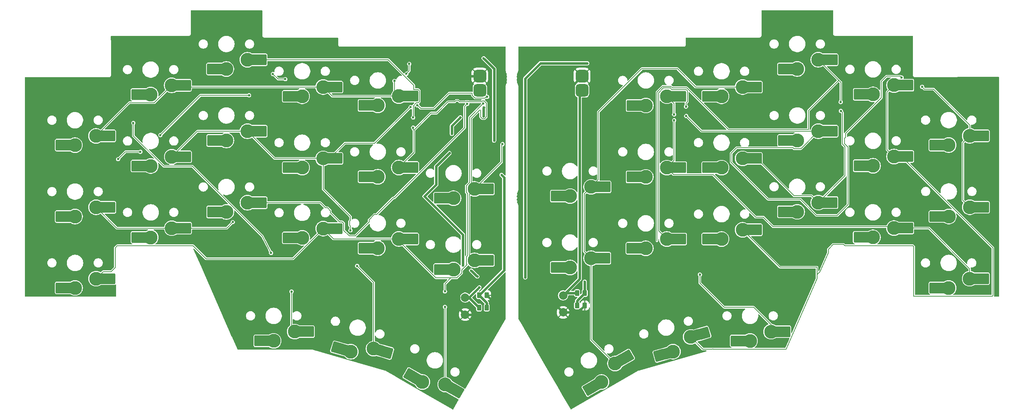
<source format=gbr>
%TF.GenerationSoftware,KiCad,Pcbnew,9.0.6*%
%TF.CreationDate,2026-01-07T23:40:19+05:30*%
%TF.ProjectId,Splitty,53706c69-7474-4792-9e6b-696361645f70,rev?*%
%TF.SameCoordinates,Original*%
%TF.FileFunction,Copper,L1,Top*%
%TF.FilePolarity,Positive*%
%FSLAX46Y46*%
G04 Gerber Fmt 4.6, Leading zero omitted, Abs format (unit mm)*
G04 Created by KiCad (PCBNEW 9.0.6) date 2026-01-07 23:40:19*
%MOMM*%
%LPD*%
G01*
G04 APERTURE LIST*
G04 Aperture macros list*
%AMRoundRect*
0 Rectangle with rounded corners*
0 $1 Rounding radius*
0 $2 $3 $4 $5 $6 $7 $8 $9 X,Y pos of 4 corners*
0 Add a 4 corners polygon primitive as box body*
4,1,4,$2,$3,$4,$5,$6,$7,$8,$9,$2,$3,0*
0 Add four circle primitives for the rounded corners*
1,1,$1+$1,$2,$3*
1,1,$1+$1,$4,$5*
1,1,$1+$1,$6,$7*
1,1,$1+$1,$8,$9*
0 Add four rect primitives between the rounded corners*
20,1,$1+$1,$2,$3,$4,$5,0*
20,1,$1+$1,$4,$5,$6,$7,0*
20,1,$1+$1,$6,$7,$8,$9,0*
20,1,$1+$1,$8,$9,$2,$3,0*%
%AMRotRect*
0 Rectangle, with rotation*
0 The origin of the aperture is its center*
0 $1 length*
0 $2 width*
0 $3 Rotation angle, in degrees counterclockwise*
0 Add horizontal line*
21,1,$1,$2,0,0,$3*%
G04 Aperture macros list end*
%TA.AperFunction,ComponentPad*%
%ADD10C,3.300000*%
%TD*%
%TA.AperFunction,SMDPad,CuDef*%
%ADD11R,1.200000X2.600000*%
%TD*%
%TA.AperFunction,SMDPad,CuDef*%
%ADD12RoundRect,0.260000X-1.065000X-1.040000X1.065000X-1.040000X1.065000X1.040000X-1.065000X1.040000X0*%
%TD*%
%TA.AperFunction,SMDPad,CuDef*%
%ADD13C,2.000000*%
%TD*%
%TA.AperFunction,ComponentPad*%
%ADD14RoundRect,0.750000X-0.750000X-0.750000X0.750000X-0.750000X0.750000X0.750000X-0.750000X0.750000X0*%
%TD*%
%TA.AperFunction,SMDPad,CuDef*%
%ADD15RoundRect,0.250000X-0.262500X-0.450000X0.262500X-0.450000X0.262500X0.450000X-0.262500X0.450000X0*%
%TD*%
%TA.AperFunction,SMDPad,CuDef*%
%ADD16RotRect,1.200000X2.600000X330.000000*%
%TD*%
%TA.AperFunction,SMDPad,CuDef*%
%ADD17RoundRect,0.260000X-1.442317X-0.368166X0.402317X-1.433166X1.442317X0.368166X-0.402317X1.433166X0*%
%TD*%
%TA.AperFunction,SMDPad,CuDef*%
%ADD18RotRect,1.200000X2.600000X150.000000*%
%TD*%
%TA.AperFunction,SMDPad,CuDef*%
%ADD19RotRect,1.200000X2.600000X30.000000*%
%TD*%
%TA.AperFunction,SMDPad,CuDef*%
%ADD20RoundRect,0.260000X-0.402317X-1.433166X1.442317X-0.368166X0.402317X1.433166X-1.442317X0.368166X0*%
%TD*%
%TA.AperFunction,SMDPad,CuDef*%
%ADD21RotRect,1.200000X2.600000X210.000000*%
%TD*%
%TA.AperFunction,SMDPad,CuDef*%
%ADD22RotRect,1.200000X2.600000X344.000000*%
%TD*%
%TA.AperFunction,SMDPad,CuDef*%
%ADD23RoundRect,0.260000X-1.310407X-0.706158X0.737081X-1.293266X1.310407X0.706158X-0.737081X1.293266X0*%
%TD*%
%TA.AperFunction,SMDPad,CuDef*%
%ADD24RotRect,1.200000X2.600000X164.000000*%
%TD*%
%TA.AperFunction,SMDPad,CuDef*%
%ADD25RotRect,1.200000X2.600000X16.000000*%
%TD*%
%TA.AperFunction,SMDPad,CuDef*%
%ADD26RoundRect,0.260000X-0.737081X-1.293266X1.310407X-0.706158X0.737081X1.293266X-1.310407X0.706158X0*%
%TD*%
%TA.AperFunction,SMDPad,CuDef*%
%ADD27RotRect,1.200000X2.600000X196.000000*%
%TD*%
%TA.AperFunction,ViaPad*%
%ADD28C,0.600000*%
%TD*%
%TA.AperFunction,Conductor*%
%ADD29C,0.600000*%
%TD*%
%TA.AperFunction,Conductor*%
%ADD30C,0.200000*%
%TD*%
G04 APERTURE END LIST*
D10*
%TO.P,SW31,1,1*%
%TO.N,/Right/COL3*%
X236027520Y-84823362D03*
D11*
X237577520Y-84823362D03*
D12*
X239272520Y-84823362D03*
%TO.P,SW31,2,2*%
%TO.N,Net-(D24-A)*%
X227782520Y-87023362D03*
D11*
X229477520Y-87023362D03*
D10*
X231027520Y-87023362D03*
%TD*%
%TO.P,SW2,1,1*%
%TO.N,/Right/COL0*%
X218007592Y-61770862D03*
D11*
X219557592Y-61770862D03*
D12*
X221252592Y-61770862D03*
%TO.P,SW2,2,2*%
%TO.N,Net-(D2-A)*%
X209762592Y-63970862D03*
D11*
X211457592Y-63970862D03*
D10*
X213007592Y-63970862D03*
%TD*%
%TO.P,SW47,1,1*%
%TO.N,/Right/COL4*%
X163987520Y-109040862D03*
D11*
X165537520Y-109040862D03*
D12*
X167232520Y-109040862D03*
%TO.P,SW47,2,2*%
%TO.N,Net-(D47-A)*%
X155742520Y-111240862D03*
D11*
X157437520Y-111240862D03*
D10*
X158987520Y-111240862D03*
%TD*%
%TO.P,SW29,2,2*%
%TO.N,Net-(D23-A)*%
X213027520Y-80990862D03*
D11*
X211477520Y-80990862D03*
D12*
X209782520Y-80990862D03*
%TO.P,SW29,1,1*%
%TO.N,/Right/COL2*%
X221272520Y-78790862D03*
D11*
X219577520Y-78790862D03*
D10*
X218027520Y-78790862D03*
%TD*%
%TO.P,SW24,1,1*%
%TO.N,/Left/COL3*%
X118273574Y-104442735D03*
D11*
X119823574Y-104442735D03*
D12*
X121518574Y-104442735D03*
%TO.P,SW24,2,2*%
%TO.N,Net-(D28-A)*%
X110028574Y-106642735D03*
D11*
X111723574Y-106642735D03*
D10*
X113273574Y-106642735D03*
%TD*%
%TO.P,SW26,1,1*%
%TO.N,/Right/COL0*%
X206787520Y-126510862D03*
D11*
X208337520Y-126510862D03*
D12*
X210032520Y-126510862D03*
%TO.P,SW26,2,2*%
%TO.N,Net-(D29-A)*%
X198542520Y-128710862D03*
D11*
X200237520Y-128710862D03*
D10*
X201787520Y-128710862D03*
%TD*%
%TO.P,SW3,1,1*%
%TO.N,/Left/COL1*%
X82253574Y-61782735D03*
D11*
X83803574Y-61782735D03*
D12*
X85498574Y-61782735D03*
%TO.P,SW3,2,2*%
%TO.N,Net-(D3-A)*%
X74008574Y-63982735D03*
D11*
X75703574Y-63982735D03*
D10*
X77253574Y-63982735D03*
%TD*%
%TO.P,SW15,1,1*%
%TO.N,/Right/COL2*%
X181997592Y-104470862D03*
D11*
X183547592Y-104470862D03*
D12*
X185242592Y-104470862D03*
%TO.P,SW15,2,2*%
%TO.N,Net-(D15-A)*%
X173752592Y-106670862D03*
D11*
X175447592Y-106670862D03*
D10*
X176997592Y-106670862D03*
%TD*%
D13*
%TO.P,TP1,1,1*%
%TO.N,/Left/VBAT*%
X134031074Y-118392735D03*
%TD*%
D14*
%TO.P,U2,15,BAT*%
%TO.N,/Right/VBAT*%
X161837520Y-69080862D03*
%TO.P,U2,16,GND*%
%TO.N,GND*%
X161837520Y-65680862D03*
%TD*%
D13*
%TO.P,TP4,1,1*%
%TO.N,GND*%
X157337520Y-121930862D03*
%TD*%
%TO.P,TP2,1,1*%
%TO.N,/Right/VBAT*%
X157337520Y-117880862D03*
%TD*%
D10*
%TO.P,SW48,1,1*%
%TO.N,/Right/COL4*%
X164002520Y-92040862D03*
D11*
X165552520Y-92040862D03*
D12*
X167247520Y-92040862D03*
%TO.P,SW48,2,2*%
%TO.N,Net-(D48-A)*%
X155757520Y-94240862D03*
D11*
X157452520Y-94240862D03*
D10*
X159002520Y-94240862D03*
%TD*%
%TO.P,SW11,1,1*%
%TO.N,/Left/COL2*%
X82263574Y-78792735D03*
D11*
X83813574Y-78792735D03*
D12*
X85508574Y-78792735D03*
%TO.P,SW11,2,2*%
%TO.N,Net-(D11-A)*%
X74018574Y-80992735D03*
D11*
X75713574Y-80992735D03*
D10*
X77263574Y-80992735D03*
%TD*%
%TO.P,SW19,1,1*%
%TO.N,/Left/COL1*%
X136273574Y-92539435D03*
D11*
X137823574Y-92539435D03*
D12*
X139518574Y-92539435D03*
%TO.P,SW19,2,2*%
%TO.N,Net-(D18-A)*%
X128028574Y-94739435D03*
D11*
X129723574Y-94739435D03*
D10*
X131273574Y-94739435D03*
%TD*%
%TO.P,SW25,1,1*%
%TO.N,/Right/COL0*%
X200007520Y-85270862D03*
D11*
X201557520Y-85270862D03*
D12*
X203252520Y-85270862D03*
%TO.P,SW25,2,2*%
%TO.N,Net-(D21-A)*%
X191762520Y-87470862D03*
D11*
X193457520Y-87470862D03*
D10*
X195007520Y-87470862D03*
%TD*%
%TO.P,SW14,1,1*%
%TO.N,/Right/COL1*%
X236017592Y-101850862D03*
D11*
X237567592Y-101850862D03*
D12*
X239262592Y-101850862D03*
%TO.P,SW14,2,2*%
%TO.N,Net-(D14-A)*%
X227772592Y-104050862D03*
D11*
X229467592Y-104050862D03*
D10*
X231017592Y-104050862D03*
%TD*%
%TO.P,SW4,1,1*%
%TO.N,/Right/COL1*%
X182007520Y-70460862D03*
D11*
X183557520Y-70460862D03*
D12*
X185252520Y-70460862D03*
%TO.P,SW4,2,2*%
%TO.N,Net-(D4-A)*%
X173762520Y-72660862D03*
D11*
X175457520Y-72660862D03*
D10*
X177007520Y-72660862D03*
%TD*%
%TO.P,SW5,1,1*%
%TO.N,/Left/COL2*%
X100273574Y-85272735D03*
D11*
X101823574Y-85272735D03*
D12*
X103518574Y-85272735D03*
%TO.P,SW5,2,2*%
%TO.N,Net-(D5-A)*%
X92028574Y-87472735D03*
D11*
X93723574Y-87472735D03*
D10*
X95273574Y-87472735D03*
%TD*%
%TO.P,SW12,1,1*%
%TO.N,/Left/COL3*%
X100283574Y-101972735D03*
D11*
X101833574Y-101972735D03*
D12*
X103528574Y-101972735D03*
%TO.P,SW12,2,2*%
%TO.N,Net-(D12-A)*%
X92038574Y-104172735D03*
D11*
X93733574Y-104172735D03*
D10*
X95283574Y-104172735D03*
%TD*%
%TO.P,SW44,1,1*%
%TO.N,/Left/COL4*%
X46258574Y-79912735D03*
D11*
X47808574Y-79912735D03*
D12*
X49503574Y-79912735D03*
%TO.P,SW44,2,2*%
%TO.N,Net-(D44-A)*%
X38013574Y-82112735D03*
D11*
X39708574Y-82112735D03*
D10*
X41258574Y-82112735D03*
%TD*%
D15*
%TO.P,2M1,1*%
%TO.N,/Left/BT_PIN*%
X137348574Y-117842735D03*
%TO.P,2M1,2*%
%TO.N,GND*%
X139173574Y-117842735D03*
%TD*%
D10*
%TO.P,SW23,1,1*%
%TO.N,/Left/COL3*%
X129295561Y-139100330D03*
D16*
X130637900Y-139875330D03*
D17*
X132105813Y-140722830D03*
%TO.P,SW23,2,2*%
%TO.N,Net-(D20-A)*%
X121055182Y-136883086D03*
D18*
X122523095Y-137730586D03*
D10*
X123865434Y-138505586D03*
%TD*%
%TO.P,SW41,1,1*%
%TO.N,/Left/COL4*%
X100273574Y-68272735D03*
D11*
X101823574Y-68272735D03*
D12*
X103518574Y-68272735D03*
%TO.P,SW41,2,2*%
%TO.N,Net-(D41-A)*%
X92028574Y-70472735D03*
D11*
X93723574Y-70472735D03*
D10*
X95273574Y-70472735D03*
%TD*%
%TO.P,SW8,1,1*%
%TO.N,/Right/COL3*%
X236032520Y-67820862D03*
D11*
X237582520Y-67820862D03*
D12*
X239277520Y-67820862D03*
%TO.P,SW8,2,2*%
%TO.N,Net-(D8-A)*%
X227787520Y-70020862D03*
D11*
X229482520Y-70020862D03*
D10*
X231032520Y-70020862D03*
%TD*%
%TO.P,SW42,1,1*%
%TO.N,/Left/COL4*%
X118273574Y-70452735D03*
D11*
X119823574Y-70452735D03*
D12*
X121518574Y-70452735D03*
%TO.P,SW42,2,2*%
%TO.N,Net-(D42-A)*%
X110028574Y-72652735D03*
D11*
X111723574Y-72652735D03*
D10*
X113273574Y-72652735D03*
%TD*%
%TO.P,SW46,1,1*%
%TO.N,/Right/COL4*%
X200007592Y-68270862D03*
D11*
X201557592Y-68270862D03*
D12*
X203252592Y-68270862D03*
%TO.P,SW46,2,2*%
%TO.N,Net-(D46-A)*%
X191762592Y-70470862D03*
D11*
X193457592Y-70470862D03*
D10*
X195007592Y-70470862D03*
%TD*%
%TO.P,SW20,1,1*%
%TO.N,/Left/COL1*%
X136273574Y-109529435D03*
D11*
X137823574Y-109529435D03*
D12*
X139518574Y-109529435D03*
%TO.P,SW20,2,2*%
%TO.N,Net-(D26-A)*%
X128028574Y-111729435D03*
D11*
X129723574Y-111729435D03*
D10*
X131273574Y-111729435D03*
%TD*%
%TO.P,SW30,1,1*%
%TO.N,/Right/COL2*%
X254037520Y-96890862D03*
D11*
X255587520Y-96890862D03*
D12*
X257282520Y-96890862D03*
%TO.P,SW30,2,2*%
%TO.N,Net-(D31-A)*%
X245792520Y-99090862D03*
D11*
X247487520Y-99090862D03*
D10*
X249037520Y-99090862D03*
%TD*%
%TO.P,SW49,1,1*%
%TO.N,/Right/COL4*%
X169677520Y-134100862D03*
D19*
X171019859Y-133325862D03*
D20*
X172487772Y-132478362D03*
%TO.P,SW49,2,2*%
%TO.N,Net-(D49-A)*%
X163637141Y-140128618D03*
D21*
X165105054Y-139281118D03*
D10*
X166447393Y-138506118D03*
%TD*%
D13*
%TO.P,TP3,1,1*%
%TO.N,GND*%
X134031074Y-122442735D03*
%TD*%
D10*
%TO.P,SW1,1,1*%
%TO.N,/Left/COL0*%
X82273574Y-95802735D03*
D11*
X83823574Y-95802735D03*
D12*
X85518574Y-95802735D03*
%TO.P,SW1,2,2*%
%TO.N,Net-(D1-A)*%
X74028574Y-98002735D03*
D11*
X75723574Y-98002735D03*
D10*
X77273574Y-98002735D03*
%TD*%
%TO.P,SW16,1,1*%
%TO.N,/Right/COL3*%
X200007592Y-102263362D03*
D11*
X201557592Y-102263362D03*
D12*
X203252592Y-102263362D03*
%TO.P,SW16,2,2*%
%TO.N,Net-(D16-A)*%
X191762592Y-104463362D03*
D11*
X193457592Y-104463362D03*
D10*
X195007592Y-104463362D03*
%TD*%
%TO.P,SW22,1,1*%
%TO.N,/Left/COL2*%
X112249303Y-130549648D03*
D22*
X113739259Y-130976886D03*
D23*
X115368598Y-131444091D03*
%TO.P,SW22,2,2*%
%TO.N,Net-(D27-A)*%
X103717299Y-130391794D03*
D24*
X105346637Y-130858999D03*
D10*
X106836593Y-131286237D03*
%TD*%
%TO.P,SW13,1,1*%
%TO.N,/Right/COL0*%
X217997520Y-95780862D03*
D11*
X219547520Y-95780862D03*
D12*
X221242520Y-95780862D03*
%TO.P,SW13,2,2*%
%TO.N,Net-(D13-A)*%
X209752520Y-97980862D03*
D11*
X211447520Y-97980862D03*
D10*
X212997520Y-97980862D03*
%TD*%
%TO.P,SW7,1,1*%
%TO.N,/Right/COL2*%
X254022520Y-79888362D03*
D11*
X255572520Y-79888362D03*
D12*
X257267520Y-79888362D03*
%TO.P,SW7,2,2*%
%TO.N,Net-(D7-A)*%
X245777520Y-82088362D03*
D11*
X247472520Y-82088362D03*
D10*
X249022520Y-82088362D03*
%TD*%
%TO.P,SW21,1,1*%
%TO.N,/Left/COL2*%
X64273574Y-84872735D03*
D11*
X65823574Y-84872735D03*
D12*
X67518574Y-84872735D03*
%TO.P,SW21,2,2*%
%TO.N,Net-(D19-A)*%
X56028574Y-87072735D03*
D11*
X57723574Y-87072735D03*
D10*
X59273574Y-87072735D03*
%TD*%
%TO.P,SW27,1,1*%
%TO.N,/Right/COL1*%
X182000660Y-87470862D03*
D11*
X183550660Y-87470862D03*
D12*
X185245659Y-87470862D03*
%TO.P,SW27,2,2*%
%TO.N,Net-(D22-A)*%
X173755660Y-89670862D03*
D11*
X175450660Y-89670862D03*
D10*
X177000660Y-89670862D03*
%TD*%
%TO.P,SW10,1,1*%
%TO.N,/Left/COL1*%
X118273574Y-87442735D03*
D11*
X119823574Y-87442735D03*
D12*
X121518574Y-87442735D03*
%TO.P,SW10,2,2*%
%TO.N,Net-(D10-A)*%
X110028574Y-89642735D03*
D11*
X111723574Y-89642735D03*
D10*
X113273574Y-89642735D03*
%TD*%
D15*
%TO.P,806K1,1*%
%TO.N,/Left/VBAT*%
X137348574Y-120792735D03*
%TO.P,806K1,2*%
%TO.N,/Left/BT_PIN*%
X139173574Y-120792735D03*
%TD*%
D10*
%TO.P,SW17,1,1*%
%TO.N,/Left/COL0*%
X64273574Y-101872735D03*
D11*
X65823574Y-101872735D03*
D12*
X67518574Y-101872735D03*
%TO.P,SW17,2,2*%
%TO.N,Net-(D17-A)*%
X56028574Y-104072735D03*
D11*
X57723574Y-104072735D03*
D10*
X59273574Y-104072735D03*
%TD*%
D14*
%TO.P,U1,15,BAT*%
%TO.N,/Left/VBAT*%
X137528074Y-69081235D03*
%TO.P,U1,16,GND*%
%TO.N,GND*%
X137528074Y-65681235D03*
%TD*%
D15*
%TO.P,R4,1*%
%TO.N,/Right/BT_PIN*%
X160655020Y-120280862D03*
%TO.P,R4,2*%
%TO.N,GND*%
X162480020Y-120280862D03*
%TD*%
%TO.P,R2,1*%
%TO.N,/Right/VBAT*%
X160655020Y-117330862D03*
%TO.P,R2,2*%
%TO.N,/Right/BT_PIN*%
X162480020Y-117330862D03*
%TD*%
D10*
%TO.P,SW6,1,1*%
%TO.N,/Left/COL3*%
X46273574Y-113902735D03*
D11*
X47823574Y-113902735D03*
D12*
X49518574Y-113902735D03*
%TO.P,SW6,2,2*%
%TO.N,Net-(D6-A)*%
X38028574Y-116102735D03*
D11*
X39723574Y-116102735D03*
D10*
X41273574Y-116102735D03*
%TD*%
%TO.P,SW9,1,1*%
%TO.N,/Left/COL0*%
X46268574Y-96902735D03*
D11*
X47818574Y-96902735D03*
D12*
X49513574Y-96902735D03*
%TO.P,SW9,2,2*%
%TO.N,Net-(D9-A)*%
X38023574Y-99102735D03*
D11*
X39718574Y-99102735D03*
D10*
X41268574Y-99102735D03*
%TD*%
%TO.P,SW32,1,1*%
%TO.N,/Right/COL3*%
X187670530Y-127773412D03*
D25*
X189160484Y-127346174D03*
D26*
X190789823Y-126878969D03*
%TO.P,SW32,2,2*%
%TO.N,Net-(D32-A)*%
X180351329Y-132160818D03*
D27*
X181980667Y-131693613D03*
D10*
X183470622Y-131266375D03*
%TD*%
%TO.P,SW28,1,1*%
%TO.N,/Right/COL1*%
X254017520Y-113900862D03*
D11*
X255567520Y-113900862D03*
D12*
X257262520Y-113900862D03*
%TO.P,SW28,2,2*%
%TO.N,Net-(D30-A)*%
X245772520Y-116100862D03*
D11*
X247467520Y-116100862D03*
D10*
X249017520Y-116100862D03*
%TD*%
%TO.P,SW43,1,1*%
%TO.N,/Left/COL4*%
X64253574Y-67862735D03*
D11*
X65803574Y-67862735D03*
D12*
X67498574Y-67862735D03*
%TO.P,SW43,2,2*%
%TO.N,Net-(D43-A)*%
X56008574Y-70062735D03*
D11*
X57703574Y-70062735D03*
D10*
X59253574Y-70062735D03*
%TD*%
%TO.P,SW18,1,1*%
%TO.N,/Left/COL0*%
X93498574Y-126502735D03*
D11*
X95048574Y-126502735D03*
D12*
X96743574Y-126502735D03*
%TO.P,SW18,2,2*%
%TO.N,Net-(D25-A)*%
X85253574Y-128702735D03*
D11*
X86948574Y-128702735D03*
D10*
X88498574Y-128702735D03*
%TD*%
D28*
%TO.N,/Right/COL0*%
X223340000Y-71841362D03*
X189850000Y-112918362D03*
%TO.N,/Left/COL1*%
X121663574Y-75508362D03*
%TO.N,/Right/COL1*%
X183740000Y-76188362D03*
%TO.N,/Left/COL3*%
X129240000Y-116928362D03*
%TO.N,/Left/COL1*%
X142920000Y-81858362D03*
%TO.N,/Left/COL0*%
X78773574Y-100422735D03*
%TO.N,/Right/COL0*%
X223380000Y-73968362D03*
%TO.N,GND*%
X139713574Y-96152735D03*
%TO.N,/Right/COL2*%
X242710000Y-68218362D03*
%TO.N,/Left/COL1*%
X121663574Y-77918362D03*
%TO.N,/Left/COL4*%
X120743574Y-62742735D03*
%TO.N,GND*%
X129353574Y-75322735D03*
%TO.N,/Left/COL3*%
X138348973Y-72207335D03*
%TO.N,/Right/COL2*%
X237830000Y-66020860D03*
%TO.N,/Left/VBAT*%
X132893574Y-75502735D03*
%TO.N,/Left/COL3*%
X129240000Y-120628362D03*
%TO.N,/Left/COL0*%
X134523574Y-72292735D03*
%TO.N,/Left/ROW3*%
X55133574Y-76822735D03*
%TO.N,/Right/COL1*%
X183730000Y-74798362D03*
%TO.N,/Right/COL2*%
X186610000Y-75168362D03*
%TO.N,/Left/ROW1*%
X82653574Y-70242735D03*
%TO.N,/Left/ROW0*%
X91288238Y-66376600D03*
%TO.N,/Left/VBAT*%
X135463574Y-111952735D03*
%TO.N,/Right/COL2*%
X186550000Y-72928362D03*
%TO.N,/Left/BT_PIN*%
X140913574Y-81002735D03*
%TO.N,/Left/COL4*%
X120063574Y-65102735D03*
%TO.N,/Left/VBAT*%
X138473574Y-73092735D03*
%TO.N,/Left/ROW1*%
X61563574Y-79722735D03*
X56803574Y-83692735D03*
X51503574Y-85442735D03*
%TO.N,/Left/VBAT*%
X130323574Y-83982735D03*
X138383574Y-75202735D03*
X136943574Y-113352735D03*
%TO.N,/Left/COL2*%
X122692046Y-72653735D03*
%TO.N,/Left/COL0*%
X92753574Y-116942735D03*
%TO.N,/Left/COL2*%
X139267503Y-70603392D03*
X108353574Y-110862735D03*
%TO.N,/Left/VBAT*%
X130873574Y-79392735D03*
%TO.N,/Right/BT_PIN*%
X148330000Y-113578362D03*
%TO.N,/Left/COL2*%
X121083574Y-73052735D03*
%TO.N,/Right/BT_PIN*%
X163080000Y-62618362D03*
%TO.N,GND*%
X151877520Y-63830862D03*
%TO.N,/Left/VBAT*%
X137399321Y-115968482D03*
%TO.N,/Left/ROW3*%
X87880000Y-107768362D03*
%TO.N,GND*%
X158967520Y-66650862D03*
%TO.N,/Left/VBAT*%
X133453574Y-110732735D03*
%TO.N,/Left/COL2*%
X106763574Y-102382735D03*
%TO.N,/Left/COL4*%
X117223574Y-66812735D03*
%TO.N,/Left/BT_PIN*%
X138433574Y-61412735D03*
X142710000Y-89208362D03*
%TO.N,GND*%
X127653574Y-64392735D03*
X132133574Y-72062735D03*
X132123574Y-81592735D03*
X133533574Y-93782735D03*
%TO.N,/Left/ROW0*%
X88320000Y-65168362D03*
%TO.N,/Right/BT_PIN*%
X162470000Y-114618362D03*
%TD*%
D29*
%TO.N,GND*%
X158967520Y-66650862D02*
X156147520Y-63830862D01*
D30*
%TO.N,/Left/COL4*%
X118273574Y-70452735D02*
X102453574Y-70452735D01*
%TO.N,/Left/COL1*%
X82253574Y-61782735D02*
X115754152Y-61782735D01*
D29*
%TO.N,GND*%
X140187074Y-118856235D02*
X139173574Y-117842735D01*
D30*
%TO.N,/Left/COL3*%
X50820000Y-106547872D02*
X50820000Y-111241735D01*
D29*
%TO.N,/Left/VBAT*%
X130873574Y-77522735D02*
X132893574Y-75502735D01*
D30*
%TO.N,/Left/COL1*%
X121663574Y-77918362D02*
X121663574Y-78291936D01*
D29*
%TO.N,/Left/VBAT*%
X136943574Y-113352735D02*
X136863574Y-113352735D01*
D30*
%TO.N,/Left/COL3*%
X134516685Y-110531677D02*
X133224574Y-111823788D01*
%TO.N,/Left/COL1*%
X131884632Y-71461735D02*
X132382516Y-71461735D01*
D29*
%TO.N,/Left/VBAT*%
X133453574Y-110732735D02*
X133524574Y-110661735D01*
D30*
%TO.N,/Right/COL0*%
X218007592Y-61770862D02*
X222898520Y-66661790D01*
%TO.N,/Left/COL0*%
X101984574Y-98162936D02*
X104193373Y-100371735D01*
%TO.N,/Left/COL4*%
X120743574Y-62742735D02*
X120743574Y-64422735D01*
D29*
%TO.N,GND*%
X159836520Y-67681862D02*
X161837520Y-65680862D01*
D30*
%TO.N,/Right/COL3*%
X192733943Y-130673402D02*
X192892194Y-130628096D01*
%TO.N,/Left/ROW0*%
X89528238Y-66376600D02*
X88320000Y-65168362D01*
%TO.N,/Left/COL1*%
X142713574Y-82064788D02*
X142920000Y-81858362D01*
%TO.N,/Right/COL2*%
X254037520Y-96890862D02*
X252387520Y-95240862D01*
%TO.N,/Left/COL3*%
X134580000Y-108463878D02*
X134322574Y-108721304D01*
%TO.N,/Left/COL1*%
X136273574Y-92539435D02*
X142713574Y-86099435D01*
%TO.N,/Right/COL4*%
X200007592Y-68270862D02*
X188902500Y-68270862D01*
%TO.N,/Right/COL3*%
X234367592Y-69488362D02*
X234367592Y-83163434D01*
%TO.N,/Left/ROW1*%
X53253574Y-83692735D02*
X51503574Y-85442735D01*
%TO.N,/Right/COL0*%
X223400000Y-69378362D02*
X223400000Y-71781362D01*
%TO.N,/Left/COL1*%
X135491000Y-91129978D02*
X135490000Y-91130978D01*
%TO.N,/Left/ROW0*%
X91288238Y-66376600D02*
X89528238Y-66376600D01*
%TO.N,/Left/COL1*%
X115754152Y-61782735D02*
X121843574Y-67872157D01*
X142713574Y-86099435D02*
X142713574Y-82064788D01*
D29*
%TO.N,GND*%
X159836520Y-84273467D02*
X159836520Y-67681862D01*
D30*
%TO.N,/Left/COL1*%
X132382516Y-71461735D02*
X132729144Y-71808362D01*
D29*
%TO.N,/Left/BT_PIN*%
X143330000Y-111861309D02*
X143330000Y-89828362D01*
D30*
%TO.N,/Left/COL3*%
X134580000Y-93604992D02*
X134580000Y-108463878D01*
D29*
%TO.N,GND*%
X132530074Y-120941735D02*
X132530074Y-116314909D01*
D30*
%TO.N,/Left/COL3*%
X129295561Y-139100330D02*
X129295561Y-120683923D01*
D29*
%TO.N,GND*%
X141344574Y-110891857D02*
X141344574Y-97783735D01*
X153931520Y-90178467D02*
X159836520Y-84273467D01*
X133533574Y-93782735D02*
X133533574Y-83002735D01*
%TO.N,/Right/BT_PIN*%
X160655020Y-119155862D02*
X162480020Y-117330862D01*
%TO.N,GND*%
X153916520Y-107178467D02*
X158055125Y-103039862D01*
%TO.N,/Left/VBAT*%
X134975068Y-118392735D02*
X137399321Y-115968482D01*
D30*
%TO.N,/Right/COL2*%
X197270000Y-86188362D02*
X206054369Y-94972731D01*
%TO.N,/Left/COL1*%
X137730000Y-73838362D02*
X137570000Y-73678362D01*
X118273574Y-87442735D02*
X121875000Y-83841309D01*
%TO.N,/Left/COL0*%
X64273574Y-101872735D02*
X77323574Y-101872735D01*
D29*
%TO.N,/Left/VBAT*%
X134948574Y-118392735D02*
X137348574Y-120792735D01*
D30*
%TO.N,/Right/COL4*%
X163987520Y-109040862D02*
X162337520Y-107390862D01*
%TO.N,/Right/COL2*%
X212219389Y-82941862D02*
X212005889Y-82728362D01*
D29*
%TO.N,/Left/VBAT*%
X136863574Y-113352735D02*
X135463574Y-111952735D01*
D30*
%TO.N,/Left/COL1*%
X123144574Y-69173157D02*
X123144574Y-71732313D01*
%TO.N,/Right/COL2*%
X217600000Y-98848362D02*
X222490000Y-98848362D01*
D29*
%TO.N,/Left/VBAT*%
X134031074Y-118392735D02*
X134975068Y-118392735D01*
X124372574Y-94271857D02*
X127174574Y-91469857D01*
%TO.N,GND*%
X133533574Y-83002735D02*
X132123574Y-81592735D01*
D30*
%TO.N,/Right/COL2*%
X252387520Y-95240862D02*
X252387520Y-81523362D01*
X180049660Y-102522930D02*
X181997592Y-104470862D01*
%TO.N,/Left/COL2*%
X139129880Y-70465769D02*
X139267503Y-70603392D01*
D29*
%TO.N,GND*%
X135921522Y-116314909D02*
X141344574Y-110891857D01*
X158055125Y-103039862D02*
X153931520Y-98916257D01*
X162480020Y-120280862D02*
X160830020Y-121930862D01*
D30*
%TO.N,/Right/COL2*%
X182815651Y-68509862D02*
X181199389Y-68509862D01*
X252387520Y-81523362D02*
X254022520Y-79888362D01*
D29*
%TO.N,GND*%
X140187074Y-121560737D02*
X140187074Y-118856235D01*
%TO.N,/Left/VBAT*%
X130873574Y-79392735D02*
X130873574Y-77522735D01*
D30*
%TO.N,/Left/COL2*%
X82263574Y-78792735D02*
X70353574Y-78792735D01*
D29*
%TO.N,GND*%
X130343574Y-74332735D02*
X132133574Y-72542735D01*
%TO.N,/Left/VBAT*%
X133524574Y-103423857D02*
X124372574Y-94271857D01*
%TO.N,GND*%
X129353574Y-75322735D02*
X130343574Y-74332735D01*
X141344574Y-97783735D02*
X139713574Y-96152735D01*
D30*
%TO.N,/Right/COL1*%
X244300972Y-101850862D02*
X236017592Y-101850862D01*
%TO.N,/Left/COL1*%
X122823152Y-68851735D02*
X123144574Y-69173157D01*
D29*
%TO.N,GND*%
X160830020Y-121930862D02*
X157337520Y-121930862D01*
D30*
%TO.N,/Left/COL3*%
X102753574Y-104442735D02*
X100283574Y-101972735D01*
D29*
%TO.N,/Left/BT_PIN*%
X139173574Y-120792735D02*
X139173574Y-119667735D01*
D30*
%TO.N,/Left/COL2*%
X106572574Y-100195265D02*
X106572574Y-101190205D01*
%TO.N,/Right/COL0*%
X196654198Y-78389862D02*
X215669389Y-78389862D01*
%TO.N,/Left/COL3*%
X100283574Y-101972735D02*
X93072574Y-109183735D01*
D29*
%TO.N,/Left/BT_PIN*%
X140913574Y-63892735D02*
X138433574Y-61412735D01*
X143330000Y-89828362D02*
X142710000Y-89208362D01*
D30*
%TO.N,/Left/COL2*%
X105454574Y-81641735D02*
X112494574Y-81641735D01*
%TO.N,/Left/COL4*%
X120743574Y-64422735D02*
X120063574Y-65102735D01*
%TO.N,/Right/COL4*%
X162337520Y-107390862D02*
X162337520Y-93705862D01*
D29*
%TO.N,GND*%
X134031074Y-122442735D02*
X132530074Y-120941735D01*
D30*
%TO.N,/Left/COL2*%
X112494574Y-81641735D02*
X121083574Y-73052735D01*
%TO.N,/Left/ROW1*%
X71043574Y-70242735D02*
X61563574Y-79722735D01*
D29*
%TO.N,GND*%
X134031074Y-122442735D02*
X139305076Y-122442735D01*
D30*
%TO.N,/Left/COL1*%
X121843574Y-68851735D02*
X122823152Y-68851735D01*
%TO.N,/Right/COL1*%
X254017520Y-113900862D02*
X254017520Y-111567410D01*
D29*
%TO.N,/Right/VBAT*%
X160655020Y-117330862D02*
X157887520Y-117330862D01*
D30*
%TO.N,/Left/COL2*%
X100273574Y-85272735D02*
X88743574Y-85272735D01*
%TO.N,/Right/COL4*%
X169677520Y-134100862D02*
X163987520Y-128410862D01*
%TO.N,/Right/COL3*%
X224027520Y-105740862D02*
X221557500Y-105740862D01*
D29*
%TO.N,GND*%
X139305076Y-122442735D02*
X140187074Y-121560737D01*
D30*
%TO.N,/Right/COL1*%
X254017520Y-111567410D02*
X244300972Y-101850862D01*
%TO.N,/Left/COL3*%
X118273574Y-104880013D02*
X118273574Y-104442735D01*
D29*
%TO.N,GND*%
X153916520Y-118509862D02*
X153916520Y-107178467D01*
X157337520Y-121930862D02*
X153916520Y-118509862D01*
D30*
%TO.N,/Left/COL3*%
X51314058Y-106053814D02*
X50820000Y-106547872D01*
X118273574Y-104442735D02*
X102753574Y-104442735D01*
%TO.N,/Left/ROW1*%
X82653574Y-70242735D02*
X71043574Y-70242735D01*
%TO.N,/Left/COL4*%
X64663574Y-68272735D02*
X64253574Y-67862735D01*
D29*
%TO.N,GND*%
X153931520Y-98916257D02*
X153931520Y-90178467D01*
D30*
%TO.N,/Left/COL2*%
X88743574Y-85272735D02*
X82263574Y-78792735D01*
%TO.N,/Left/COL1*%
X125899000Y-74479362D02*
X127274047Y-74479362D01*
%TO.N,/Left/COL3*%
X134322574Y-110337566D02*
X134516685Y-110531677D01*
D29*
%TO.N,/Right/BT_PIN*%
X148330000Y-113578362D02*
X148330000Y-66245597D01*
%TO.N,/Left/VBAT*%
X127174574Y-87131735D02*
X130323574Y-83982735D01*
D30*
%TO.N,/Right/COL3*%
X224330060Y-106043402D02*
X224027520Y-105740862D01*
%TO.N,/Right/COL1*%
X183701660Y-72155002D02*
X183701660Y-74770022D01*
D29*
%TO.N,GND*%
X156147520Y-63830862D02*
X151877520Y-63830862D01*
%TO.N,/Right/VBAT*%
X161253520Y-69664862D02*
X161837520Y-69080862D01*
D30*
%TO.N,/Right/COL3*%
X217727520Y-111180862D02*
X208925092Y-111180862D01*
%TO.N,/Right/COL0*%
X215669389Y-78389862D02*
X215669389Y-73890921D01*
%TO.N,/Left/COL3*%
X134322574Y-108721304D02*
X134322574Y-110337566D01*
%TO.N,/Right/COL3*%
X234367592Y-83163434D02*
X236027520Y-84823362D01*
X236017592Y-67838362D02*
X234367592Y-69488362D01*
%TO.N,/Right/COL0*%
X223760000Y-79485413D02*
X223760000Y-74348362D01*
%TO.N,/Left/COL4*%
X117223574Y-66812735D02*
X117223574Y-69402735D01*
X60102574Y-72013735D02*
X54157574Y-72013735D01*
X100273574Y-68272735D02*
X64663574Y-68272735D01*
%TO.N,/Left/COL2*%
X123526145Y-73368362D02*
X126550000Y-73368362D01*
D29*
%TO.N,/Right/VBAT*%
X161253520Y-113964862D02*
X161253520Y-69664862D01*
D30*
%TO.N,/Left/COL4*%
X64253574Y-67862735D02*
X60102574Y-72013735D01*
X117223574Y-69402735D02*
X118273574Y-70452735D01*
%TO.N,/Right/COL0*%
X223400000Y-71781362D02*
X223340000Y-71841362D01*
X200007520Y-85270862D02*
X203336968Y-85270862D01*
%TO.N,/Right/COL1*%
X183640660Y-89110862D02*
X182000660Y-87470862D01*
%TO.N,/Right/COL3*%
X259527520Y-117930862D02*
X259390829Y-118067553D01*
%TO.N,/Left/COL1*%
X129945047Y-71808362D02*
X131538004Y-71808362D01*
D29*
%TO.N,/Right/BT_PIN*%
X160655020Y-120280862D02*
X160655020Y-119155862D01*
D30*
%TO.N,/Left/COL3*%
X72445373Y-109183735D02*
X69285373Y-106023735D01*
%TO.N,/Left/COL2*%
X106763574Y-99101936D02*
X106763574Y-100004265D01*
X122692046Y-72653735D02*
X122692046Y-72534263D01*
%TO.N,/Right/COL0*%
X223400000Y-67163270D02*
X223400000Y-69378362D01*
%TO.N,/Right/COL4*%
X163987520Y-128410862D02*
X163987520Y-109040862D01*
%TO.N,/Left/COL1*%
X123144574Y-71732313D02*
X122823152Y-72053735D01*
%TO.N,/Left/COL4*%
X102453574Y-70452735D02*
X100273574Y-68272735D01*
%TO.N,/Left/COL2*%
X130180000Y-69738362D02*
X135727074Y-69738362D01*
D29*
%TO.N,/Right/VBAT*%
X157887520Y-117330862D02*
X157337520Y-117880862D01*
D30*
%TO.N,/Left/COL2*%
X112249303Y-114758464D02*
X112249303Y-130549648D01*
%TO.N,/Right/COL3*%
X192892194Y-130628096D02*
X192973847Y-130673402D01*
%TO.N,/Right/COL0*%
X189850000Y-114929862D02*
X195630000Y-120709862D01*
D29*
%TO.N,/Right/BT_PIN*%
X151957235Y-62618362D02*
X163080000Y-62618362D01*
%TO.N,/Left/VBAT*%
X138383574Y-73182735D02*
X138473574Y-73092735D01*
D30*
%TO.N,/Left/COL1*%
X137898003Y-71808362D02*
X138100030Y-71606335D01*
X121843574Y-83872735D02*
X118273574Y-87442735D01*
%TO.N,/Right/COL1*%
X193005670Y-89110862D02*
X183640660Y-89110862D01*
%TO.N,/Left/COL0*%
X92753574Y-116942735D02*
X92753574Y-125757735D01*
X92753574Y-125757735D02*
X93498574Y-126502735D01*
D29*
%TO.N,/Right/VBAT*%
X157337520Y-117880862D02*
X161253520Y-113964862D01*
D30*
%TO.N,/Left/COL0*%
X51238574Y-101872735D02*
X46268574Y-96902735D01*
X64273574Y-101872735D02*
X51238574Y-101872735D01*
X112966627Y-98641735D02*
X116947157Y-94661205D01*
%TO.N,/Right/COL0*%
X216347520Y-94130862D02*
X217997520Y-95780862D01*
%TO.N,/Right/COL4*%
X162337520Y-93705862D02*
X164002520Y-92040862D01*
%TO.N,/Left/COL3*%
X127073995Y-113680435D02*
X126140961Y-112747401D01*
D29*
%TO.N,/Right/BT_PIN*%
X162480020Y-117330862D02*
X162480020Y-114628382D01*
D30*
%TO.N,/Left/COL2*%
X106763574Y-101381205D02*
X106763574Y-102382735D01*
%TO.N,/Left/COL1*%
X135490000Y-91755861D02*
X136273574Y-92539435D01*
D29*
%TO.N,/Right/BT_PIN*%
X148330000Y-66245597D02*
X151957235Y-62618362D01*
%TO.N,GND*%
X128942074Y-65681235D02*
X127653574Y-64392735D01*
%TO.N,/Left/VBAT*%
X127174574Y-91469857D02*
X127174574Y-87131735D01*
D30*
%TO.N,/Right/COL2*%
X186610000Y-75168362D02*
X190232500Y-78790862D01*
%TO.N,/Right/COL0*%
X203336968Y-85270862D02*
X212196968Y-94130862D01*
X212196968Y-94130862D02*
X216347520Y-94130862D01*
%TO.N,/Left/ROW3*%
X62364891Y-87114604D02*
X55133574Y-79883287D01*
D29*
%TO.N,GND*%
X132530074Y-116314909D02*
X135921522Y-116314909D01*
D30*
%TO.N,/Right/COL2*%
X186878520Y-69181284D02*
X186557098Y-68859862D01*
D29*
%TO.N,GND*%
X137528074Y-65681235D02*
X128942074Y-65681235D01*
D30*
%TO.N,/Right/COL2*%
X224510000Y-80208362D02*
X224510000Y-79302513D01*
%TO.N,/Left/COL0*%
X105154574Y-102412936D02*
X106450000Y-103708362D01*
%TO.N,/Right/COL1*%
X207220000Y-101498362D02*
X204990000Y-99268362D01*
%TO.N,/Left/COL0*%
X104833152Y-100371735D02*
X105154574Y-100693157D01*
%TO.N,/Left/COL3*%
X126140961Y-112747401D02*
X118273574Y-104880013D01*
%TO.N,/Left/ROW1*%
X56803574Y-83692735D02*
X53253574Y-83692735D01*
%TO.N,/Left/COL2*%
X108353574Y-110862735D02*
X112249303Y-114758464D01*
%TO.N,/Right/COL0*%
X182981751Y-68108862D02*
X183331751Y-68458862D01*
%TO.N,/Left/COL0*%
X133921574Y-77945313D02*
X133921574Y-72894735D01*
%TO.N,/Right/COL3*%
X240717520Y-106230862D02*
X240517520Y-106030862D01*
%TO.N,/Right/COL2*%
X190232500Y-78790862D02*
X218027520Y-78790862D01*
%TO.N,/Left/COL2*%
X135727074Y-69738362D02*
X135727074Y-70266575D01*
%TO.N,/Left/COL1*%
X121875000Y-83841309D02*
X121875000Y-78503362D01*
X138632516Y-75803735D02*
X138134632Y-75803735D01*
%TO.N,/Left/ROW3*%
X69144574Y-87114604D02*
X62364891Y-87114604D01*
%TO.N,/Right/COL2*%
X254022520Y-77336832D02*
X254022520Y-79888362D01*
%TO.N,/Left/COL0*%
X106450000Y-103708362D02*
X107900000Y-103708362D01*
D29*
%TO.N,/Left/VBAT*%
X134031074Y-118392735D02*
X134948574Y-118392735D01*
%TO.N,/Left/BT_PIN*%
X140913574Y-81002735D02*
X140913574Y-63892735D01*
D30*
%TO.N,/Right/COL2*%
X181199389Y-68509862D02*
X180049660Y-69659591D01*
%TO.N,/Left/COL1*%
X127274047Y-74479362D02*
X129945047Y-71808362D01*
%TO.N,/Right/COL2*%
X186557098Y-72061862D02*
X186557098Y-72921264D01*
%TO.N,/Left/COL3*%
X50820000Y-111241735D02*
X49860000Y-112201735D01*
%TO.N,/Right/COL3*%
X187670530Y-127773412D02*
X190570520Y-130673402D01*
X236027520Y-84823362D02*
X237819468Y-84823362D01*
D29*
%TO.N,/Right/BT_PIN*%
X162480020Y-114628382D02*
X162470000Y-114618362D01*
D30*
%TO.N,/Left/COL2*%
X70353574Y-78792735D02*
X64273574Y-84872735D01*
D29*
%TO.N,/Left/VBAT*%
X133524574Y-110661735D02*
X133524574Y-103423857D01*
D30*
%TO.N,/Right/COL0*%
X181029500Y-68108862D02*
X182981751Y-68108862D01*
X215669389Y-73890921D02*
X222898520Y-66661790D01*
%TO.N,/Left/COL3*%
X68783912Y-106004419D02*
X68739731Y-106023735D01*
%TO.N,/Left/COL2*%
X101823574Y-85272735D02*
X105454574Y-81641735D01*
%TO.N,/Right/COL4*%
X184511500Y-63879862D02*
X176036990Y-63879862D01*
%TO.N,/Left/COL2*%
X138713414Y-70882235D02*
X139129880Y-70465769D01*
%TO.N,/Right/COL1*%
X183701660Y-72155002D02*
X182007520Y-70460862D01*
%TO.N,/Left/COL0*%
X77323574Y-101872735D02*
X78773574Y-100422735D01*
X104193373Y-100371735D02*
X104833152Y-100371735D01*
D29*
%TO.N,/Left/VBAT*%
X138383574Y-75202735D02*
X138383574Y-73182735D01*
D30*
%TO.N,/Left/ROW3*%
X87880000Y-107768362D02*
X85793574Y-103763604D01*
%TO.N,/Left/COL0*%
X111222574Y-100385788D02*
X111222574Y-99843183D01*
%TO.N,/Left/COL1*%
X121843574Y-67872157D02*
X121843574Y-68851735D01*
%TO.N,/Right/COL3*%
X208925092Y-111180862D02*
X200007592Y-102263362D01*
%TO.N,/Left/COL3*%
X59124548Y-106053814D02*
X51314058Y-106053814D01*
D29*
%TO.N,/Left/BT_PIN*%
X139173574Y-119667735D02*
X137348574Y-117842735D01*
D30*
%TO.N,/Right/COL0*%
X222898520Y-66661790D02*
X223400000Y-67163270D01*
%TO.N,/Right/COL2*%
X242710000Y-68218362D02*
X243260000Y-68768362D01*
%TO.N,/Right/COL0*%
X186723198Y-68458862D02*
X196654198Y-78389862D01*
%TO.N,/Left/COL4*%
X54157574Y-72013735D02*
X46258574Y-79912735D01*
%TO.N,/Right/COL2*%
X186557098Y-72921264D02*
X186550000Y-72928362D01*
%TO.N,/Right/COL0*%
X223760000Y-81833462D02*
X223760000Y-79485413D01*
%TO.N,/Left/ROW3*%
X55133574Y-79883287D02*
X55133574Y-76822735D01*
X85793574Y-103763604D02*
X69144574Y-87114604D01*
%TO.N,/Right/COL2*%
X224510000Y-79302513D02*
X232983520Y-70828993D01*
D29*
%TO.N,GND*%
X132133574Y-72542735D02*
X132133574Y-72062735D01*
D30*
%TO.N,/Right/COL2*%
X183165651Y-68859862D02*
X182815651Y-68509862D01*
%TO.N,/Left/COL3*%
X129295561Y-120683923D02*
X129240000Y-120628362D01*
%TO.N,/Right/COL0*%
X206787520Y-124860310D02*
X202637072Y-120709862D01*
X183331751Y-68458862D02*
X186723198Y-68458862D01*
%TO.N,/Right/COL1*%
X183740000Y-76188362D02*
X183740000Y-85731522D01*
D29*
%TO.N,/Left/BT_PIN*%
X137348574Y-117842735D02*
X143330000Y-111861309D01*
D30*
%TO.N,/Right/COL2*%
X213849151Y-82928362D02*
X213835651Y-82941862D01*
%TO.N,/Left/COL2*%
X100273574Y-92611936D02*
X106763574Y-99101936D01*
%TO.N,/Right/COL3*%
X192973847Y-130673402D02*
X210375109Y-130673402D01*
%TO.N,/Left/COL1*%
X135491000Y-75757362D02*
X135491000Y-91129978D01*
%TO.N,/Left/COL3*%
X130650000Y-113680435D02*
X127073995Y-113680435D01*
%TO.N,/Left/COL1*%
X139074574Y-75361677D02*
X138632516Y-75803735D01*
%TO.N,/Left/COL2*%
X106763574Y-100004265D02*
X106572574Y-100195265D01*
%TO.N,/Left/COL1*%
X134274631Y-71691735D02*
X134772517Y-71691735D01*
%TO.N,/Right/COL2*%
X197270000Y-84038362D02*
X197270000Y-86188362D01*
%TO.N,/Left/COL1*%
X134981000Y-108236861D02*
X134981000Y-93832009D01*
X131538004Y-71808362D02*
X131884632Y-71461735D01*
%TO.N,/Left/COL2*%
X135727074Y-70266575D02*
X136342734Y-70882235D01*
%TO.N,/Right/COL2*%
X186557098Y-68859862D02*
X183165651Y-68859862D01*
X224220000Y-81726362D02*
X224220000Y-80498362D01*
%TO.N,/Left/COL3*%
X135090000Y-90963878D02*
X134322574Y-91731304D01*
%TO.N,/Right/COL1*%
X183740000Y-85731522D02*
X182000660Y-87470862D01*
%TO.N,/Right/COL0*%
X189850000Y-112918362D02*
X189850000Y-114929862D01*
%TO.N,/Right/COL1*%
X203163170Y-99268362D02*
X193005670Y-89110862D01*
%TO.N,/Left/COL1*%
X136273574Y-109529435D02*
X134981000Y-108236861D01*
%TO.N,/Right/COL2*%
X225090000Y-82596362D02*
X224220000Y-81726362D01*
%TO.N,/Right/COL0*%
X217997520Y-95780862D02*
X224370000Y-89408382D01*
%TO.N,/Right/COL1*%
X183701660Y-74770022D02*
X183730000Y-74798362D01*
%TO.N,/Left/COL1*%
X134889144Y-71808362D02*
X137898003Y-71808362D01*
%TO.N,/Left/COL3*%
X132081705Y-113680435D02*
X130650000Y-113680435D01*
X129240000Y-116928362D02*
X129240000Y-115090435D01*
%TO.N,/Right/COL4*%
X165703520Y-90339862D02*
X164002520Y-92040862D01*
%TO.N,/Right/COL0*%
X202637072Y-120709862D02*
X195630000Y-120709862D01*
%TO.N,/Left/COL3*%
X129240000Y-115090435D02*
X130650000Y-113680435D01*
%TO.N,/Left/COL1*%
X138100030Y-71606335D02*
X138597916Y-71606335D01*
%TO.N,/Left/COL0*%
X99624373Y-95802735D02*
X100843373Y-97021735D01*
%TO.N,/Left/COL1*%
X137570000Y-73678362D02*
X135491000Y-75757362D01*
%TO.N,/Right/COL4*%
X176036990Y-63879862D02*
X165703520Y-74213332D01*
%TO.N,/Left/COL1*%
X135490000Y-91130978D02*
X135490000Y-91755861D01*
X122434631Y-72053735D02*
X121684574Y-72803792D01*
%TO.N,/Right/COL1*%
X204990000Y-99268362D02*
X203163170Y-99268362D01*
%TO.N,/Left/COL1*%
X134158004Y-71808362D02*
X134274631Y-71691735D01*
X139074574Y-72082993D02*
X139074574Y-75361677D01*
X137730000Y-75399103D02*
X137730000Y-73838362D01*
X121684574Y-72803792D02*
X121684574Y-75487362D01*
%TO.N,/Left/COL3*%
X68739731Y-106023735D02*
X59154627Y-106023735D01*
%TO.N,/Left/COL1*%
X138134632Y-75803735D02*
X137730000Y-75399103D01*
X134772517Y-71691735D02*
X134889144Y-71808362D01*
X138597916Y-71606335D02*
X139074574Y-72082993D01*
X121875000Y-78503362D02*
X125899000Y-74479362D01*
X132729144Y-71808362D02*
X134158004Y-71808362D01*
%TO.N,/Left/COL3*%
X47974574Y-112201735D02*
X46273574Y-113902735D01*
X59154627Y-106023735D02*
X59124548Y-106053814D01*
%TO.N,/Left/COL1*%
X121684574Y-75487362D02*
X121663574Y-75508362D01*
%TO.N,/Left/COL3*%
X49860000Y-112201735D02*
X47974574Y-112201735D01*
X68833238Y-106023735D02*
X68783912Y-106004419D01*
%TO.N,/Left/COL1*%
X121663574Y-78291936D02*
X121875000Y-78503362D01*
%TO.N,/Left/COL3*%
X93072574Y-109183735D02*
X72445373Y-109183735D01*
X69285373Y-106023735D02*
X68833238Y-106023735D01*
%TO.N,/Left/COL1*%
X122823152Y-72053735D02*
X122434631Y-72053735D01*
%TO.N,/Left/COL3*%
X134322574Y-93347566D02*
X134580000Y-93604992D01*
X134322574Y-91731304D02*
X134322574Y-93347566D01*
%TO.N,/Right/COL2*%
X222490000Y-98848362D02*
X225090000Y-96248362D01*
%TO.N,/Left/COL3*%
X135090000Y-75466309D02*
X135090000Y-90963878D01*
X138348973Y-72207335D02*
X135090000Y-75466309D01*
%TO.N,/Right/COL4*%
X165703520Y-74213332D02*
X165703520Y-90339862D01*
%TO.N,/Left/COL2*%
X100273574Y-85272735D02*
X100273574Y-92611936D01*
X106572574Y-101190205D02*
X106763574Y-101381205D01*
%TO.N,/Right/COL2*%
X180049660Y-69659591D02*
X180049660Y-102522930D01*
%TO.N,/Right/COL4*%
X188902500Y-68270862D02*
X184511500Y-63879862D01*
%TO.N,/Right/COL2*%
X186557098Y-72061862D02*
X186878520Y-71740440D01*
%TO.N,/Left/COL2*%
X126550000Y-73368362D02*
X130180000Y-69738362D01*
X136342734Y-70882235D02*
X138713414Y-70882235D01*
X122692046Y-72534263D02*
X123526145Y-73368362D01*
%TO.N,/Left/COL3*%
X133224574Y-112537566D02*
X132081705Y-113680435D01*
X133224574Y-111823788D02*
X133224574Y-112537566D01*
%TO.N,/Right/COL3*%
X190570520Y-130673402D02*
X192733943Y-130673402D01*
X217727520Y-113856225D02*
X217727520Y-111180862D01*
%TO.N,/Right/COL1*%
X237567592Y-101850862D02*
X237215092Y-101498362D01*
X237215092Y-101498362D02*
X207220000Y-101498362D01*
%TO.N,/Right/COL2*%
X243260000Y-68768362D02*
X245454050Y-68768362D01*
%TO.N,/Right/COL3*%
X210375109Y-130673402D02*
X217727520Y-113856225D01*
%TO.N,/Right/COL2*%
X245454050Y-68768362D02*
X254022520Y-77336832D01*
X186878520Y-71740440D02*
X186878520Y-69181284D01*
%TO.N,/Left/COL1*%
X134981000Y-93832009D02*
X136273574Y-92539435D01*
%TO.N,/Right/COL2*%
X232983520Y-70828993D02*
X232983520Y-66926993D01*
X224220000Y-80498362D02*
X224510000Y-80208362D01*
X234232151Y-65678362D02*
X237487502Y-65678362D01*
X198580000Y-82728362D02*
X197270000Y-84038362D01*
X237487502Y-65678362D02*
X237830000Y-66020860D01*
X206054369Y-94972731D02*
X213724369Y-94972731D01*
X213835651Y-82941862D02*
X212219389Y-82941862D01*
X212005889Y-82728362D02*
X198580000Y-82728362D01*
X213890020Y-82928362D02*
X213849151Y-82928362D01*
X225090000Y-96248362D02*
X225090000Y-82596362D01*
X232983520Y-66926993D02*
X234232151Y-65678362D01*
X213724369Y-94972731D02*
X217600000Y-98848362D01*
X218027520Y-78790862D02*
X213890020Y-82928362D01*
%TO.N,/Left/COL0*%
X112424022Y-98641735D02*
X112966627Y-98641735D01*
X111222574Y-99843183D02*
X112424022Y-98641735D01*
X117205682Y-94661205D02*
X133921574Y-77945313D01*
%TO.N,/Right/COL3*%
X240655225Y-118067553D02*
X240693639Y-118070044D01*
%TO.N,/Left/COL0*%
X105154574Y-100693157D02*
X105154574Y-102412936D01*
X116947157Y-94661205D02*
X117205682Y-94661205D01*
X82273574Y-95802735D02*
X99624373Y-95802735D01*
X133921574Y-72894735D02*
X134523574Y-72292735D01*
X101984574Y-97725265D02*
X101984574Y-98162936D01*
X107900000Y-103708362D02*
X111222574Y-100385788D01*
X101281044Y-97021735D02*
X101984574Y-97725265D01*
X100843373Y-97021735D02*
X101281044Y-97021735D01*
%TO.N,/Right/COL3*%
X220420000Y-107697713D02*
X218430839Y-112247523D01*
X237819468Y-84823362D02*
X259527520Y-106531414D01*
X240693639Y-118070044D02*
X240717520Y-118046163D01*
%TO.N,/Right/COL0*%
X223760000Y-74348362D02*
X223380000Y-73968362D01*
%TO.N,/Right/COL3*%
X218430839Y-112247523D02*
X217727520Y-112950842D01*
X259527520Y-106531414D02*
X259527520Y-117930862D01*
X220420000Y-106878362D02*
X220420000Y-107697713D01*
X221557500Y-105740862D02*
X220420000Y-106878362D01*
X240517520Y-106030862D02*
X240504980Y-106043402D01*
X240504980Y-106043402D02*
X224330060Y-106043402D01*
X240717520Y-118046163D02*
X240717520Y-106230862D01*
X259390829Y-118067553D02*
X240655225Y-118067553D01*
X217727520Y-112950842D02*
X217727520Y-113856225D01*
%TO.N,/Right/COL0*%
X179648660Y-69489702D02*
X181029500Y-68108862D01*
X179648660Y-104881062D02*
X179648660Y-69489702D01*
X206787520Y-126510862D02*
X206787520Y-124860310D01*
X224370000Y-82443462D02*
X223760000Y-81833462D01*
X224370000Y-89408382D02*
X224370000Y-82443462D01*
%TD*%
%TA.AperFunction,Conductor*%
%TO.N,GND*%
G36*
X85735315Y-50036057D02*
G01*
X85793487Y-50055022D01*
X85829402Y-50104557D01*
X85834217Y-50135057D01*
X85834217Y-55940485D01*
X85834211Y-55940508D01*
X85834217Y-56004754D01*
X85834217Y-56072268D01*
X85834222Y-56072290D01*
X85834223Y-56072292D01*
X85836888Y-56082235D01*
X85850183Y-56131838D01*
X85850185Y-56131845D01*
X85868324Y-56199540D01*
X85868340Y-56199580D01*
X85899506Y-56253552D01*
X85899509Y-56253557D01*
X85934216Y-56313670D01*
X85934243Y-56313706D01*
X85980841Y-56360296D01*
X85980846Y-56360301D01*
X86027404Y-56406858D01*
X86027461Y-56406901D01*
X86027815Y-56407102D01*
X86087588Y-56441604D01*
X86087596Y-56441613D01*
X86087598Y-56441610D01*
X86141531Y-56472749D01*
X86141534Y-56472749D01*
X86141567Y-56472763D01*
X86141571Y-56472766D01*
X86209319Y-56490912D01*
X86209319Y-56490914D01*
X86209326Y-56490914D01*
X86268825Y-56506857D01*
X86268826Y-56506857D01*
X86268866Y-56506862D01*
X86268868Y-56506863D01*
X86268869Y-56506862D01*
X86268870Y-56506863D01*
X86315056Y-56506859D01*
X86338150Y-56506857D01*
X86400609Y-56506857D01*
X86400629Y-56506851D01*
X103755209Y-56505348D01*
X103813401Y-56524250D01*
X103849369Y-56573747D01*
X103854217Y-56604348D01*
X103854217Y-58109106D01*
X103854194Y-58109460D01*
X103854217Y-58181592D01*
X103854217Y-58247327D01*
X103854234Y-58247469D01*
X103871254Y-58310905D01*
X103871258Y-58310935D01*
X103871261Y-58310935D01*
X103888325Y-58374616D01*
X103888385Y-58374761D01*
X103920839Y-58430932D01*
X103920837Y-58430932D01*
X103920854Y-58430958D01*
X103954216Y-58488743D01*
X103954301Y-58488854D01*
X103954314Y-58488871D01*
X104000136Y-58534662D01*
X104000151Y-58534693D01*
X104000159Y-58534686D01*
X104036991Y-58571517D01*
X104047403Y-58581929D01*
X104047476Y-58581971D01*
X104047533Y-58582028D01*
X104104327Y-58614794D01*
X104161531Y-58647821D01*
X104161534Y-58647821D01*
X104161550Y-58647831D01*
X104161671Y-58647881D01*
X104161681Y-58647883D01*
X104161682Y-58647884D01*
X104225489Y-58664958D01*
X104225518Y-58664977D01*
X104225521Y-58664967D01*
X104241331Y-58669203D01*
X104288825Y-58681929D01*
X104288909Y-58681929D01*
X104288987Y-58681950D01*
X104353855Y-58681929D01*
X104420609Y-58681929D01*
X104427049Y-58681929D01*
X104427396Y-58681904D01*
X143563468Y-58669235D01*
X143621665Y-58688123D01*
X143657645Y-58737612D01*
X143662500Y-58768235D01*
X143662500Y-64294254D01*
X143666127Y-64307789D01*
X143669500Y-64333412D01*
X143669500Y-64346457D01*
X143706445Y-64579725D01*
X143779432Y-64804354D01*
X143886656Y-65014794D01*
X143886658Y-65014798D01*
X143921746Y-65063092D01*
X143940653Y-65121283D01*
X143927391Y-65170780D01*
X143901608Y-65215438D01*
X143895619Y-65237790D01*
X143867500Y-65342733D01*
X143867500Y-65474517D01*
X143896430Y-65582485D01*
X143901609Y-65601815D01*
X143967496Y-65715934D01*
X143971449Y-65721085D01*
X143969680Y-65722441D01*
X143992963Y-65768160D01*
X143983378Y-65828589D01*
X143970909Y-65845750D01*
X143971449Y-65846165D01*
X143967496Y-65851315D01*
X143901609Y-65965434D01*
X143892945Y-65997769D01*
X143867500Y-66092733D01*
X143867500Y-66224517D01*
X143893299Y-66320801D01*
X143901609Y-66351815D01*
X143967496Y-66465934D01*
X143971449Y-66471085D01*
X143969680Y-66472441D01*
X143992963Y-66518160D01*
X143983378Y-66578589D01*
X143970909Y-66595750D01*
X143971449Y-66596165D01*
X143967496Y-66601315D01*
X143901609Y-66715434D01*
X143886390Y-66772235D01*
X143867500Y-66842733D01*
X143867500Y-66974517D01*
X143887889Y-67050611D01*
X143901609Y-67101815D01*
X143940464Y-67169113D01*
X143953186Y-67228961D01*
X143934823Y-67276800D01*
X143879908Y-67352391D01*
X143879904Y-67352396D01*
X143772709Y-67562804D01*
X143699750Y-67787383D01*
X143662823Y-68020617D01*
X143662830Y-68138612D01*
X143662830Y-68138619D01*
X143662546Y-89214087D01*
X143643638Y-89272278D01*
X143594137Y-89308241D01*
X143532952Y-89308240D01*
X143493543Y-89284090D01*
X143017314Y-88807862D01*
X143017309Y-88807858D01*
X142903189Y-88741971D01*
X142903191Y-88741971D01*
X142852803Y-88728470D01*
X142775892Y-88707862D01*
X142644108Y-88707862D01*
X142567197Y-88728470D01*
X142516809Y-88741971D01*
X142402690Y-88807858D01*
X142309496Y-88901052D01*
X142243609Y-89015171D01*
X142235177Y-89046642D01*
X142209500Y-89142470D01*
X142209500Y-89274254D01*
X142230150Y-89351322D01*
X142243609Y-89401552D01*
X142309496Y-89515671D01*
X142309498Y-89515673D01*
X142309500Y-89515676D01*
X142800505Y-90006681D01*
X142828281Y-90061196D01*
X142829500Y-90076683D01*
X142829500Y-111612987D01*
X142810593Y-111671178D01*
X142800504Y-111682991D01*
X137570256Y-116913239D01*
X137563138Y-116916865D01*
X137558443Y-116923328D01*
X137536394Y-116930491D01*
X137515739Y-116941016D01*
X137500252Y-116942235D01*
X137372390Y-116942235D01*
X137314199Y-116923328D01*
X137278235Y-116873828D01*
X137278235Y-116812642D01*
X137302386Y-116773231D01*
X137549335Y-116526282D01*
X137799820Y-116275797D01*
X137830794Y-116222150D01*
X137865713Y-116161668D01*
X137899821Y-116034375D01*
X137899821Y-115902590D01*
X137865713Y-115775297D01*
X137865713Y-115775296D01*
X137799821Y-115661168D01*
X137706635Y-115567982D01*
X137706632Y-115567980D01*
X137706630Y-115567978D01*
X137592510Y-115502091D01*
X137592512Y-115502091D01*
X137543120Y-115488857D01*
X137465213Y-115467982D01*
X137333428Y-115467982D01*
X137310200Y-115474206D01*
X137206130Y-115502091D01*
X137092011Y-115567978D01*
X137092005Y-115567982D01*
X137092006Y-115567983D01*
X135068048Y-117591939D01*
X135013531Y-117619716D01*
X134953099Y-117610145D01*
X134928043Y-117591941D01*
X134813147Y-117477045D01*
X134660273Y-117365975D01*
X134660272Y-117365974D01*
X134660270Y-117365973D01*
X134491906Y-117280188D01*
X134312187Y-117221793D01*
X134125558Y-117192235D01*
X134125555Y-117192235D01*
X133936593Y-117192235D01*
X133936590Y-117192235D01*
X133749960Y-117221793D01*
X133570241Y-117280188D01*
X133401877Y-117365973D01*
X133249002Y-117477044D01*
X133115383Y-117610663D01*
X133004312Y-117763538D01*
X132918527Y-117931902D01*
X132860132Y-118111621D01*
X132830574Y-118298250D01*
X132830574Y-118487219D01*
X132860132Y-118673848D01*
X132918527Y-118853567D01*
X132989779Y-118993409D01*
X133004314Y-119021934D01*
X133115384Y-119174808D01*
X133249001Y-119308425D01*
X133401875Y-119419495D01*
X133570242Y-119505282D01*
X133749956Y-119563675D01*
X133749957Y-119563675D01*
X133749960Y-119563676D01*
X133936590Y-119593235D01*
X133936593Y-119593235D01*
X134125558Y-119593235D01*
X134312187Y-119563676D01*
X134312188Y-119563675D01*
X134312192Y-119563675D01*
X134491906Y-119505282D01*
X134660273Y-119419495D01*
X134813147Y-119308425D01*
X134914796Y-119206775D01*
X134969311Y-119179000D01*
X135029743Y-119188571D01*
X135054802Y-119206777D01*
X136606578Y-120758553D01*
X136634355Y-120813070D01*
X136635574Y-120828557D01*
X136635574Y-121297009D01*
X136638427Y-121327429D01*
X136638429Y-121327438D01*
X136683281Y-121455618D01*
X136763919Y-121564879D01*
X136763921Y-121564881D01*
X136763924Y-121564885D01*
X136763927Y-121564887D01*
X136763929Y-121564889D01*
X136873190Y-121645527D01*
X136873191Y-121645527D01*
X136873192Y-121645528D01*
X137001375Y-121690381D01*
X137031799Y-121693234D01*
X137031801Y-121693235D01*
X137031808Y-121693235D01*
X137665347Y-121693235D01*
X137665347Y-121693234D01*
X137695773Y-121690381D01*
X137823956Y-121645528D01*
X137933224Y-121564885D01*
X138013867Y-121455617D01*
X138058720Y-121327434D01*
X138061573Y-121297008D01*
X138061574Y-121297008D01*
X138061574Y-120288462D01*
X138061573Y-120288460D01*
X138058720Y-120258040D01*
X138058720Y-120258036D01*
X138013867Y-120129853D01*
X137933224Y-120020585D01*
X137933220Y-120020582D01*
X137933218Y-120020580D01*
X137823957Y-119939942D01*
X137695777Y-119895090D01*
X137695768Y-119895088D01*
X137665348Y-119892235D01*
X137665340Y-119892235D01*
X137196896Y-119892235D01*
X137138705Y-119873328D01*
X137126892Y-119863239D01*
X135739639Y-118475986D01*
X135711862Y-118421469D01*
X135721433Y-118361037D01*
X135739639Y-118335978D01*
X136466570Y-117609047D01*
X136521087Y-117581270D01*
X136581519Y-117590841D01*
X136624784Y-117634106D01*
X136635574Y-117679051D01*
X136635574Y-118347009D01*
X136638427Y-118377429D01*
X136638429Y-118377438D01*
X136683281Y-118505618D01*
X136763919Y-118614879D01*
X136763921Y-118614881D01*
X136763924Y-118614885D01*
X136763927Y-118614887D01*
X136763929Y-118614889D01*
X136873190Y-118695527D01*
X136873191Y-118695527D01*
X136873192Y-118695528D01*
X137001375Y-118740381D01*
X137031799Y-118743234D01*
X137031801Y-118743235D01*
X137031808Y-118743235D01*
X137500252Y-118743235D01*
X137558443Y-118762142D01*
X137570256Y-118772231D01*
X138639731Y-119841706D01*
X138667508Y-119896223D01*
X138657937Y-119956655D01*
X138628517Y-119991363D01*
X138603520Y-120009812D01*
X138588925Y-120020584D01*
X138588919Y-120020590D01*
X138508281Y-120129851D01*
X138463429Y-120258031D01*
X138463427Y-120258040D01*
X138460574Y-120288460D01*
X138460574Y-121297009D01*
X138463427Y-121327429D01*
X138463429Y-121327438D01*
X138508281Y-121455618D01*
X138588919Y-121564879D01*
X138588921Y-121564881D01*
X138588924Y-121564885D01*
X138588927Y-121564887D01*
X138588929Y-121564889D01*
X138698190Y-121645527D01*
X138698191Y-121645527D01*
X138698192Y-121645528D01*
X138826375Y-121690381D01*
X138856799Y-121693234D01*
X138856801Y-121693235D01*
X138856808Y-121693235D01*
X139490347Y-121693235D01*
X139490347Y-121693234D01*
X139520773Y-121690381D01*
X139648956Y-121645528D01*
X139758224Y-121564885D01*
X139838867Y-121455617D01*
X139883720Y-121327434D01*
X139886573Y-121297008D01*
X139886574Y-121297008D01*
X139886574Y-120288462D01*
X139886573Y-120288460D01*
X139883720Y-120258040D01*
X139883720Y-120258036D01*
X139838867Y-120129853D01*
X139758224Y-120020585D01*
X139758220Y-120020582D01*
X139758218Y-120020580D01*
X139714285Y-119988155D01*
X139678693Y-119938387D01*
X139674074Y-119908501D01*
X139674074Y-119601844D01*
X139674074Y-119601843D01*
X139639966Y-119474549D01*
X139639964Y-119474546D01*
X139639964Y-119474544D01*
X139574077Y-119360425D01*
X139574073Y-119360420D01*
X139480888Y-119267234D01*
X139480888Y-119267235D01*
X139424992Y-119211339D01*
X139397215Y-119156822D01*
X139406786Y-119096390D01*
X139450051Y-119053125D01*
X139484936Y-119042848D01*
X139588761Y-119032242D01*
X139588773Y-119032239D01*
X139755198Y-118977091D01*
X139904414Y-118885054D01*
X140028393Y-118761075D01*
X140120430Y-118611859D01*
X140175580Y-118445428D01*
X140186074Y-118342722D01*
X140186074Y-117967736D01*
X140186073Y-117967735D01*
X139272574Y-117967735D01*
X139257662Y-117962890D01*
X139241981Y-117962890D01*
X139229295Y-117953673D01*
X139214383Y-117948828D01*
X139205166Y-117936142D01*
X139192481Y-117926926D01*
X139187635Y-117912013D01*
X139178419Y-117899328D01*
X139173574Y-117868735D01*
X139173574Y-117816735D01*
X139192481Y-117758544D01*
X139241981Y-117722580D01*
X139272574Y-117717735D01*
X140186072Y-117717735D01*
X140186073Y-117717734D01*
X140186073Y-117342748D01*
X140175581Y-117240047D01*
X140175578Y-117240035D01*
X140120430Y-117073610D01*
X140028393Y-116924394D01*
X139904414Y-116800415D01*
X139755198Y-116708378D01*
X139588767Y-116653228D01*
X139484934Y-116642619D01*
X139428966Y-116617895D01*
X139398220Y-116564996D01*
X139404440Y-116504127D01*
X139424989Y-116474133D01*
X143496514Y-112402607D01*
X143551029Y-112374832D01*
X143611461Y-112384403D01*
X143654726Y-112427668D01*
X143665516Y-112472640D01*
X143662543Y-123430678D01*
X143649280Y-123480151D01*
X134076476Y-140060734D01*
X134031006Y-140101675D01*
X133970156Y-140108071D01*
X133917168Y-140077478D01*
X133915735Y-140075850D01*
X133851901Y-140001675D01*
X133826421Y-139983595D01*
X131930490Y-138888981D01*
X131930471Y-138888968D01*
X131013936Y-138359805D01*
X130972995Y-138314336D01*
X130971992Y-138312004D01*
X130958785Y-138280118D01*
X130837497Y-138070041D01*
X130714713Y-137910025D01*
X130689831Y-137877598D01*
X130689829Y-137877596D01*
X130689826Y-137877592D01*
X130518299Y-137706065D01*
X130518294Y-137706061D01*
X130518292Y-137706059D01*
X130325853Y-137558396D01*
X130325850Y-137558394D01*
X130115773Y-137437106D01*
X130115769Y-137437104D01*
X130115765Y-137437102D01*
X129891666Y-137344278D01*
X129891665Y-137344277D01*
X129891661Y-137344276D01*
X129669437Y-137284730D01*
X129618123Y-137251407D01*
X129596197Y-137194285D01*
X129596061Y-137189104D01*
X129596061Y-136016120D01*
X130503074Y-136016120D01*
X130503074Y-136189349D01*
X130530171Y-136360437D01*
X130530172Y-136360441D01*
X130583697Y-136525173D01*
X130583699Y-136525176D01*
X130583700Y-136525179D01*
X130583701Y-136525180D01*
X130583970Y-136525708D01*
X130649890Y-136655086D01*
X130662342Y-136679523D01*
X130764160Y-136819663D01*
X130886646Y-136942149D01*
X131026786Y-137043967D01*
X131181129Y-137122608D01*
X131181131Y-137122608D01*
X131181132Y-137122609D01*
X131181135Y-137122611D01*
X131345867Y-137176136D01*
X131345871Y-137176137D01*
X131516960Y-137203235D01*
X131516963Y-137203235D01*
X131690188Y-137203235D01*
X131861276Y-137176137D01*
X131861280Y-137176136D01*
X132026012Y-137122611D01*
X132026014Y-137122609D01*
X132026019Y-137122608D01*
X132180362Y-137043967D01*
X132320502Y-136942149D01*
X132442988Y-136819663D01*
X132544806Y-136679523D01*
X132623447Y-136525180D01*
X132623448Y-136525175D01*
X132623450Y-136525173D01*
X132676975Y-136360441D01*
X132676976Y-136360437D01*
X132704074Y-136189349D01*
X132704074Y-136016120D01*
X132676976Y-135845032D01*
X132676975Y-135845028D01*
X132623450Y-135680296D01*
X132623448Y-135680293D01*
X132623447Y-135680292D01*
X132623447Y-135680290D01*
X132544806Y-135525947D01*
X132442988Y-135385807D01*
X132320502Y-135263321D01*
X132180362Y-135161503D01*
X132180361Y-135161502D01*
X132180359Y-135161501D01*
X132026015Y-135082860D01*
X132026012Y-135082858D01*
X131861280Y-135029333D01*
X131861276Y-135029332D01*
X131690188Y-135002235D01*
X131690185Y-135002235D01*
X131516963Y-135002235D01*
X131516960Y-135002235D01*
X131345871Y-135029332D01*
X131345867Y-135029333D01*
X131181135Y-135082858D01*
X131181132Y-135082860D01*
X131026788Y-135161501D01*
X130886647Y-135263320D01*
X130764159Y-135385808D01*
X130662340Y-135525949D01*
X130583699Y-135680293D01*
X130583697Y-135680296D01*
X130530172Y-135845028D01*
X130530171Y-135845032D01*
X130503074Y-136016120D01*
X129596061Y-136016120D01*
X129596061Y-123591004D01*
X133059581Y-123591004D01*
X133244905Y-123725651D01*
X133455277Y-123832840D01*
X133455280Y-123832842D01*
X133679817Y-123905799D01*
X133679821Y-123905800D01*
X133913018Y-123942735D01*
X134149130Y-123942735D01*
X134382326Y-123905800D01*
X134382330Y-123905799D01*
X134606867Y-123832842D01*
X134606870Y-123832840D01*
X134817244Y-123725650D01*
X134817250Y-123725646D01*
X135002566Y-123591005D01*
X134031073Y-122619512D01*
X133059581Y-123591004D01*
X129596061Y-123591004D01*
X129596061Y-122324678D01*
X132531074Y-122324678D01*
X132531074Y-122560791D01*
X132568008Y-122793987D01*
X132568009Y-122793991D01*
X132640966Y-123018528D01*
X132640968Y-123018531D01*
X132748157Y-123228903D01*
X132882803Y-123414226D01*
X133854295Y-122442734D01*
X134207851Y-122442734D01*
X135179344Y-123414227D01*
X135313985Y-123228911D01*
X135313989Y-123228905D01*
X135421179Y-123018531D01*
X135421181Y-123018528D01*
X135494138Y-122793991D01*
X135494139Y-122793987D01*
X135531074Y-122560791D01*
X135531074Y-122324678D01*
X135494139Y-122091482D01*
X135494138Y-122091478D01*
X135421181Y-121866941D01*
X135421179Y-121866938D01*
X135313990Y-121656566D01*
X135179343Y-121471242D01*
X134207851Y-122442734D01*
X133854295Y-122442734D01*
X132882802Y-121471241D01*
X132748160Y-121656560D01*
X132748158Y-121656564D01*
X132640968Y-121866938D01*
X132640966Y-121866941D01*
X132568009Y-122091478D01*
X132568008Y-122091482D01*
X132531074Y-122324678D01*
X129596061Y-122324678D01*
X129596061Y-121294463D01*
X133059580Y-121294463D01*
X134031073Y-122265956D01*
X135002565Y-121294464D01*
X134817242Y-121159818D01*
X134606870Y-121052629D01*
X134606867Y-121052627D01*
X134382330Y-120979670D01*
X134382326Y-120979669D01*
X134149130Y-120942735D01*
X133913018Y-120942735D01*
X133679821Y-120979669D01*
X133679817Y-120979670D01*
X133455280Y-121052627D01*
X133455277Y-121052629D01*
X133244903Y-121159819D01*
X133244899Y-121159821D01*
X133059580Y-121294463D01*
X129596061Y-121294463D01*
X129596061Y-121021122D01*
X129614968Y-120962931D01*
X129625051Y-120951124D01*
X129640500Y-120935676D01*
X129660067Y-120901785D01*
X129706390Y-120821552D01*
X129706390Y-120821550D01*
X129706392Y-120821548D01*
X129740500Y-120694254D01*
X129740500Y-120562470D01*
X129706392Y-120435176D01*
X129706390Y-120435173D01*
X129706390Y-120435171D01*
X129640503Y-120321052D01*
X129640501Y-120321050D01*
X129640500Y-120321048D01*
X129547314Y-120227862D01*
X129547311Y-120227860D01*
X129547309Y-120227858D01*
X129433189Y-120161971D01*
X129433191Y-120161971D01*
X129383799Y-120148737D01*
X129305892Y-120127862D01*
X129174108Y-120127862D01*
X129096200Y-120148737D01*
X129046809Y-120161971D01*
X128932690Y-120227858D01*
X128839496Y-120321052D01*
X128773609Y-120435171D01*
X128764437Y-120469402D01*
X128739500Y-120562470D01*
X128739500Y-120694254D01*
X128747302Y-120723371D01*
X128773609Y-120821552D01*
X128839496Y-120935671D01*
X128839498Y-120935673D01*
X128839500Y-120935676D01*
X128932686Y-121028862D01*
X128945561Y-121036295D01*
X128986501Y-121081762D01*
X128995061Y-121122031D01*
X128995061Y-137189104D01*
X128976154Y-137247295D01*
X128926654Y-137283259D01*
X128921684Y-137284731D01*
X128699468Y-137344274D01*
X128699455Y-137344278D01*
X128475356Y-137437102D01*
X128265268Y-137558396D01*
X128072829Y-137706059D01*
X127901290Y-137877598D01*
X127753627Y-138070037D01*
X127632333Y-138280125D01*
X127539509Y-138504224D01*
X127539505Y-138504237D01*
X127476722Y-138738543D01*
X127476722Y-138738548D01*
X127445061Y-138979040D01*
X127445061Y-139221619D01*
X127476722Y-139462111D01*
X127476722Y-139462116D01*
X127539505Y-139696422D01*
X127539509Y-139696435D01*
X127632333Y-139920534D01*
X127632335Y-139920538D01*
X127632337Y-139920542D01*
X127705956Y-140048054D01*
X127753627Y-140130622D01*
X127901290Y-140323061D01*
X127901292Y-140323063D01*
X127901296Y-140323068D01*
X128072823Y-140494595D01*
X128072827Y-140494598D01*
X128072829Y-140494600D01*
X128265268Y-140642263D01*
X128265272Y-140642266D01*
X128475349Y-140763554D01*
X128699461Y-140856384D01*
X128933772Y-140919168D01*
X129174273Y-140950830D01*
X129174274Y-140950830D01*
X129416845Y-140950830D01*
X129416849Y-140950830D01*
X129451013Y-140946331D01*
X129511171Y-140957479D01*
X129513400Y-140958727D01*
X130385199Y-141462060D01*
X130385205Y-141462065D01*
X132325921Y-142582536D01*
X132354318Y-142595564D01*
X132450420Y-142613748D01*
X132504082Y-142643144D01*
X132530216Y-142698467D01*
X132518841Y-142758586D01*
X132517752Y-142760522D01*
X131215052Y-145016866D01*
X131169582Y-145057807D01*
X131108732Y-145064203D01*
X131079816Y-145053103D01*
X131061781Y-145042691D01*
X125715533Y-141956105D01*
X117691072Y-137323288D01*
X117536133Y-137233836D01*
X119147489Y-137233836D01*
X119147489Y-137233838D01*
X119147489Y-137233839D01*
X119163031Y-137371785D01*
X119191529Y-137437102D01*
X119218542Y-137499018D01*
X119218543Y-137499019D01*
X119218544Y-137499021D01*
X119309094Y-137604241D01*
X119334574Y-137622321D01*
X121230499Y-138716931D01*
X121230517Y-138716943D01*
X121236124Y-138720180D01*
X121236127Y-138720183D01*
X121897832Y-139102218D01*
X122147057Y-139246108D01*
X122187998Y-139291578D01*
X122189020Y-139293958D01*
X122202205Y-139325789D01*
X122202209Y-139325796D01*
X122202210Y-139325798D01*
X122310109Y-139512685D01*
X122323500Y-139535878D01*
X122471163Y-139728317D01*
X122471165Y-139728319D01*
X122471169Y-139728324D01*
X122642696Y-139899851D01*
X122642700Y-139899854D01*
X122642702Y-139899856D01*
X122775396Y-140001675D01*
X122835145Y-140047522D01*
X123045222Y-140168810D01*
X123045228Y-140168812D01*
X123045229Y-140168813D01*
X123081840Y-140183977D01*
X123269334Y-140261640D01*
X123503645Y-140324424D01*
X123744146Y-140356086D01*
X123744147Y-140356086D01*
X123986721Y-140356086D01*
X123986722Y-140356086D01*
X124227223Y-140324424D01*
X124461534Y-140261640D01*
X124685646Y-140168810D01*
X124895723Y-140047522D01*
X125088172Y-139899851D01*
X125259699Y-139728324D01*
X125407370Y-139535875D01*
X125528658Y-139325798D01*
X125621488Y-139101686D01*
X125684272Y-138867375D01*
X125715934Y-138626874D01*
X125715934Y-138384298D01*
X125684272Y-138143797D01*
X125621488Y-137909486D01*
X125542066Y-137717745D01*
X125528661Y-137685381D01*
X125528660Y-137685380D01*
X125528658Y-137685374D01*
X125407370Y-137475297D01*
X125306836Y-137344278D01*
X125259704Y-137282854D01*
X125259702Y-137282852D01*
X125259699Y-137282848D01*
X125088172Y-137111321D01*
X125088167Y-137111317D01*
X125088165Y-137111315D01*
X124895726Y-136963652D01*
X124895723Y-136963650D01*
X124685646Y-136842362D01*
X124685642Y-136842360D01*
X124685638Y-136842358D01*
X124461539Y-136749534D01*
X124461538Y-136749533D01*
X124461534Y-136749532D01*
X124227223Y-136686748D01*
X124227220Y-136686747D01*
X124227218Y-136686747D01*
X123986723Y-136655086D01*
X123986722Y-136655086D01*
X123744146Y-136655086D01*
X123744138Y-136655086D01*
X123709978Y-136659583D01*
X123649818Y-136648432D01*
X123647559Y-136647167D01*
X122779033Y-136145724D01*
X122779031Y-136145723D01*
X122775793Y-136143853D01*
X122775790Y-136143851D01*
X120835074Y-135023380D01*
X120806677Y-135010352D01*
X120806675Y-135010351D01*
X120670278Y-134984543D01*
X120532332Y-135000086D01*
X120405097Y-135055598D01*
X120299876Y-135146147D01*
X120281804Y-135171618D01*
X120281800Y-135171624D01*
X120281797Y-135171629D01*
X119500017Y-136525712D01*
X119186326Y-137069041D01*
X119173297Y-137097441D01*
X119173296Y-137097443D01*
X119147489Y-137233836D01*
X117536133Y-137233836D01*
X115059374Y-135803911D01*
X115059374Y-135803912D01*
X115058633Y-135803484D01*
X115005819Y-135771781D01*
X115001654Y-135770588D01*
X114997898Y-135768420D01*
X114997896Y-135768419D01*
X114997892Y-135768417D01*
X114939105Y-135752665D01*
X114937481Y-135752215D01*
X106109717Y-133224891D01*
X124889934Y-133224891D01*
X124889934Y-133480578D01*
X124923307Y-133734067D01*
X124923307Y-133734072D01*
X124989484Y-133981049D01*
X125087326Y-134217262D01*
X125087328Y-134217266D01*
X125087330Y-134217270D01*
X125122089Y-134277474D01*
X125215175Y-134438703D01*
X125370818Y-134641541D01*
X125370820Y-134641543D01*
X125370824Y-134641548D01*
X125551621Y-134822345D01*
X125551625Y-134822348D01*
X125551627Y-134822350D01*
X125680287Y-134921074D01*
X125754469Y-134977996D01*
X125975899Y-135105839D01*
X125975905Y-135105841D01*
X125975906Y-135105842D01*
X126037008Y-135131151D01*
X126212121Y-135203685D01*
X126459094Y-135269861D01*
X126712591Y-135303235D01*
X126712592Y-135303235D01*
X126968276Y-135303235D01*
X126968277Y-135303235D01*
X127221774Y-135269861D01*
X127468747Y-135203685D01*
X127704969Y-135105839D01*
X127926399Y-134977996D01*
X128129247Y-134822345D01*
X128310044Y-134641548D01*
X128465695Y-134438700D01*
X128593538Y-134217270D01*
X128691384Y-133981048D01*
X128757560Y-133734075D01*
X128790934Y-133480578D01*
X128790934Y-133224892D01*
X128757560Y-132971395D01*
X128691384Y-132724422D01*
X128593538Y-132488200D01*
X128465695Y-132266770D01*
X128424338Y-132212872D01*
X128310049Y-132063928D01*
X128310047Y-132063926D01*
X128310044Y-132063922D01*
X128129247Y-131883125D01*
X128129242Y-131883121D01*
X128129240Y-131883119D01*
X127926402Y-131727476D01*
X127925280Y-131726828D01*
X127704969Y-131599631D01*
X127704965Y-131599629D01*
X127704961Y-131599627D01*
X127468748Y-131501785D01*
X127359847Y-131472605D01*
X127221774Y-131435609D01*
X127221771Y-131435608D01*
X127221769Y-131435608D01*
X126968277Y-131402235D01*
X126712591Y-131402235D01*
X126712590Y-131402235D01*
X126459101Y-131435608D01*
X126459096Y-131435608D01*
X126212119Y-131501785D01*
X125975906Y-131599627D01*
X125975899Y-131599630D01*
X125975899Y-131599631D01*
X125974978Y-131600163D01*
X125754465Y-131727476D01*
X125551627Y-131883119D01*
X125370818Y-132063928D01*
X125215175Y-132266766D01*
X125087326Y-132488207D01*
X124989484Y-132724420D01*
X124923307Y-132971397D01*
X124923307Y-132971402D01*
X124889934Y-133224891D01*
X106109717Y-133224891D01*
X98861868Y-131149885D01*
X98530644Y-131055058D01*
X101943170Y-131055058D01*
X101951126Y-131193637D01*
X101951126Y-131193639D01*
X101951127Y-131193641D01*
X101999580Y-131323729D01*
X101999581Y-131323730D01*
X101999582Y-131323732D01*
X102060384Y-131402767D01*
X102084225Y-131433756D01*
X102197540Y-131513945D01*
X102197541Y-131513945D01*
X102197542Y-131513946D01*
X102203609Y-131516318D01*
X102226637Y-131525323D01*
X104329942Y-132128434D01*
X104329947Y-132128436D01*
X104337301Y-132130544D01*
X104337303Y-132130546D01*
X105350376Y-132421040D01*
X105401101Y-132455255D01*
X105401629Y-132455937D01*
X105442321Y-132508967D01*
X105442324Y-132508970D01*
X105442328Y-132508975D01*
X105613855Y-132680502D01*
X105613859Y-132680505D01*
X105613861Y-132680507D01*
X105671783Y-132724952D01*
X105806304Y-132828173D01*
X106016381Y-132949461D01*
X106240493Y-133042291D01*
X106474804Y-133105075D01*
X106715305Y-133136737D01*
X106715306Y-133136737D01*
X106957880Y-133136737D01*
X106957881Y-133136737D01*
X107198382Y-133105075D01*
X107432693Y-133042291D01*
X107656805Y-132949461D01*
X107866882Y-132828173D01*
X108059331Y-132680502D01*
X108230858Y-132508975D01*
X108378529Y-132316526D01*
X108499817Y-132106449D01*
X108592647Y-131882337D01*
X108655431Y-131648026D01*
X108687093Y-131407525D01*
X108687093Y-131164949D01*
X108655431Y-130924448D01*
X108592647Y-130690137D01*
X108499817Y-130466025D01*
X108378529Y-130255948D01*
X108282906Y-130131329D01*
X108230863Y-130063505D01*
X108230861Y-130063503D01*
X108230858Y-130063499D01*
X108059331Y-129891972D01*
X108059326Y-129891968D01*
X108059324Y-129891966D01*
X107866885Y-129744303D01*
X107861426Y-129741151D01*
X107656805Y-129623013D01*
X107656801Y-129623011D01*
X107656797Y-129623009D01*
X107432698Y-129530185D01*
X107432697Y-129530184D01*
X107432693Y-129530183D01*
X107198382Y-129467399D01*
X107198379Y-129467398D01*
X107198377Y-129467398D01*
X106957882Y-129435737D01*
X106957881Y-129435737D01*
X106715305Y-129435737D01*
X106715303Y-129435737D01*
X106474811Y-129467398D01*
X106474806Y-129467398D01*
X106240483Y-129530185D01*
X106240482Y-129530186D01*
X106237954Y-129531233D01*
X106176957Y-129536022D01*
X106172798Y-129534927D01*
X105168882Y-129247058D01*
X105168879Y-129247058D01*
X105164489Y-129245799D01*
X104344477Y-129010665D01*
X103053835Y-128640580D01*
X103053829Y-128640578D01*
X103053826Y-128640578D01*
X103023120Y-128634807D01*
X103023117Y-128634807D01*
X103023110Y-128634806D01*
X102884532Y-128642762D01*
X102754440Y-128691216D01*
X102644416Y-128775859D01*
X102564224Y-128889178D01*
X102552849Y-128918270D01*
X102552845Y-128918280D01*
X101948943Y-131024337D01*
X101943171Y-131055052D01*
X101943170Y-131055058D01*
X98530644Y-131055058D01*
X97721867Y-130823511D01*
X97711653Y-130820586D01*
X97707903Y-130818422D01*
X97648400Y-130802478D01*
X97647515Y-130802225D01*
X97589123Y-130785508D01*
X97585549Y-130784975D01*
X97585361Y-130784936D01*
X97584377Y-130784798D01*
X97584175Y-130784783D01*
X97580612Y-130784314D01*
X97580609Y-130784314D01*
X97519852Y-130784314D01*
X97518166Y-130784300D01*
X97511866Y-130784192D01*
X97457360Y-130783264D01*
X97457359Y-130783264D01*
X97457354Y-130783264D01*
X97453780Y-130783673D01*
X97442535Y-130784314D01*
X79956908Y-130784314D01*
X79898717Y-130765407D01*
X79866198Y-130724972D01*
X78519473Y-127644605D01*
X78503142Y-127607251D01*
X83728074Y-127607251D01*
X83728074Y-129798208D01*
X83730990Y-129829309D01*
X83730991Y-129829315D01*
X83776840Y-129960344D01*
X83859268Y-130072030D01*
X83859270Y-130072032D01*
X83859273Y-130072036D01*
X83859276Y-130072038D01*
X83859278Y-130072040D01*
X83970964Y-130154468D01*
X83970965Y-130154468D01*
X83970966Y-130154469D01*
X84101995Y-130200318D01*
X84133101Y-130203235D01*
X86323925Y-130203234D01*
X86323947Y-130203235D01*
X86328826Y-130203235D01*
X87380679Y-130203235D01*
X87438870Y-130222142D01*
X87440896Y-130223655D01*
X87468285Y-130244671D01*
X87678362Y-130365959D01*
X87902474Y-130458789D01*
X88136785Y-130521573D01*
X88377286Y-130553235D01*
X88377287Y-130553235D01*
X88619861Y-130553235D01*
X88619862Y-130553235D01*
X88860363Y-130521573D01*
X89094674Y-130458789D01*
X89318786Y-130365959D01*
X89528863Y-130244671D01*
X89721312Y-130097000D01*
X89892839Y-129925473D01*
X90040510Y-129733024D01*
X90161798Y-129522947D01*
X90254628Y-129298835D01*
X90317412Y-129064524D01*
X90349074Y-128824023D01*
X90349074Y-128581447D01*
X90317412Y-128340946D01*
X90254628Y-128106635D01*
X90161798Y-127882523D01*
X90040510Y-127672446D01*
X90030592Y-127659520D01*
X89892844Y-127480003D01*
X89892842Y-127480001D01*
X89892839Y-127479997D01*
X89721312Y-127308470D01*
X89721307Y-127308466D01*
X89721305Y-127308464D01*
X89528866Y-127160801D01*
X89528861Y-127160798D01*
X89318786Y-127039511D01*
X89318782Y-127039509D01*
X89318778Y-127039507D01*
X89094679Y-126946683D01*
X89094678Y-126946682D01*
X89094674Y-126946681D01*
X88860363Y-126883897D01*
X88860360Y-126883896D01*
X88860358Y-126883896D01*
X88619863Y-126852235D01*
X88619862Y-126852235D01*
X88377286Y-126852235D01*
X88377284Y-126852235D01*
X88136792Y-126883896D01*
X88136787Y-126883896D01*
X87902481Y-126946679D01*
X87902468Y-126946683D01*
X87678369Y-127039507D01*
X87468286Y-127160798D01*
X87468285Y-127160799D01*
X87440944Y-127181777D01*
X87383271Y-127202201D01*
X87380679Y-127202235D01*
X84133100Y-127202235D01*
X84101999Y-127205151D01*
X84101993Y-127205152D01*
X83970964Y-127251001D01*
X83859278Y-127333429D01*
X83859268Y-127333439D01*
X83776840Y-127445125D01*
X83730992Y-127576151D01*
X83730990Y-127576160D01*
X83728074Y-127607251D01*
X78503142Y-127607251D01*
X77983146Y-126417864D01*
X77967224Y-126381445D01*
X91648074Y-126381445D01*
X91648074Y-126624024D01*
X91679735Y-126864516D01*
X91679735Y-126864521D01*
X91742518Y-127098827D01*
X91742522Y-127098840D01*
X91835346Y-127322939D01*
X91835348Y-127322943D01*
X91835350Y-127322947D01*
X91956638Y-127533024D01*
X91956640Y-127533027D01*
X92104303Y-127725466D01*
X92104305Y-127725468D01*
X92104309Y-127725473D01*
X92275836Y-127897000D01*
X92275840Y-127897003D01*
X92275842Y-127897005D01*
X92451537Y-128031820D01*
X92468285Y-128044671D01*
X92678362Y-128165959D01*
X92678368Y-128165961D01*
X92678369Y-128165962D01*
X92714980Y-128181126D01*
X92902474Y-128258789D01*
X93136785Y-128321573D01*
X93377286Y-128353235D01*
X93377287Y-128353235D01*
X93619861Y-128353235D01*
X93619862Y-128353235D01*
X93860363Y-128321573D01*
X94094674Y-128258789D01*
X94318786Y-128165959D01*
X94528863Y-128044671D01*
X94556203Y-128023692D01*
X94613877Y-128003269D01*
X94616469Y-128003235D01*
X95709317Y-128003235D01*
X95709330Y-128003234D01*
X97864047Y-128003234D01*
X97869230Y-128002748D01*
X97895153Y-128000318D01*
X98026182Y-127954469D01*
X98137875Y-127872036D01*
X98220308Y-127760343D01*
X98266157Y-127629314D01*
X98269074Y-127598208D01*
X98269073Y-125438886D01*
X106526135Y-125438886D01*
X106526135Y-125694573D01*
X106559508Y-125948062D01*
X106559508Y-125948067D01*
X106625685Y-126195044D01*
X106723527Y-126431257D01*
X106723529Y-126431261D01*
X106723531Y-126431265D01*
X106844292Y-126640429D01*
X106851376Y-126652698D01*
X107007019Y-126855536D01*
X107007021Y-126855538D01*
X107007025Y-126855543D01*
X107187822Y-127036340D01*
X107187826Y-127036343D01*
X107187828Y-127036345D01*
X107361162Y-127169349D01*
X107390670Y-127191991D01*
X107612100Y-127319834D01*
X107612106Y-127319836D01*
X107612107Y-127319837D01*
X107639236Y-127331074D01*
X107848322Y-127417680D01*
X108095295Y-127483856D01*
X108348792Y-127517230D01*
X108348793Y-127517230D01*
X108604477Y-127517230D01*
X108604478Y-127517230D01*
X108857975Y-127483856D01*
X109104948Y-127417680D01*
X109341170Y-127319834D01*
X109562600Y-127191991D01*
X109765448Y-127036340D01*
X109946245Y-126855543D01*
X110101896Y-126652695D01*
X110229739Y-126431265D01*
X110327585Y-126195043D01*
X110393761Y-125948070D01*
X110427135Y-125694573D01*
X110427135Y-125438887D01*
X110393761Y-125185390D01*
X110327585Y-124938417D01*
X110265708Y-124789032D01*
X110229742Y-124702202D01*
X110229741Y-124702201D01*
X110229739Y-124702195D01*
X110101896Y-124480765D01*
X110029272Y-124386120D01*
X109946250Y-124277923D01*
X109946248Y-124277921D01*
X109946245Y-124277917D01*
X109765448Y-124097120D01*
X109765443Y-124097116D01*
X109765441Y-124097114D01*
X109562603Y-123941471D01*
X109562600Y-123941469D01*
X109341170Y-123813626D01*
X109341166Y-123813624D01*
X109341162Y-123813622D01*
X109104949Y-123715780D01*
X108996048Y-123686600D01*
X108857975Y-123649604D01*
X108857972Y-123649603D01*
X108857970Y-123649603D01*
X108604478Y-123616230D01*
X108348792Y-123616230D01*
X108348791Y-123616230D01*
X108095302Y-123649603D01*
X108095297Y-123649603D01*
X107848320Y-123715780D01*
X107612107Y-123813622D01*
X107390666Y-123941471D01*
X107187828Y-124097114D01*
X107007019Y-124277923D01*
X106851376Y-124480761D01*
X106723527Y-124702202D01*
X106625685Y-124938415D01*
X106559508Y-125185392D01*
X106559508Y-125185397D01*
X106526135Y-125438886D01*
X98269073Y-125438886D01*
X98269073Y-125407263D01*
X98266157Y-125376156D01*
X98220308Y-125245127D01*
X98176225Y-125185397D01*
X98137879Y-125133439D01*
X98137877Y-125133437D01*
X98137875Y-125133434D01*
X98137871Y-125133431D01*
X98137869Y-125133429D01*
X98026183Y-125051001D01*
X97895157Y-125005153D01*
X97895148Y-125005151D01*
X97864057Y-125002235D01*
X97864047Y-125002235D01*
X95668326Y-125002235D01*
X95668322Y-125002235D01*
X94616469Y-125002235D01*
X94558278Y-124983328D01*
X94556251Y-124981814D01*
X94528863Y-124960799D01*
X94318786Y-124839511D01*
X94318782Y-124839509D01*
X94318778Y-124839507D01*
X94094679Y-124746683D01*
X94094678Y-124746682D01*
X94094674Y-124746681D01*
X93860363Y-124683897D01*
X93860360Y-124683896D01*
X93860358Y-124683896D01*
X93619863Y-124652235D01*
X93619862Y-124652235D01*
X93377286Y-124652235D01*
X93377284Y-124652235D01*
X93165996Y-124680051D01*
X93105835Y-124668901D01*
X93063718Y-124624518D01*
X93054074Y-124581898D01*
X93054074Y-123964110D01*
X102089196Y-123964110D01*
X102089196Y-124137339D01*
X102116293Y-124308427D01*
X102116294Y-124308431D01*
X102169819Y-124473163D01*
X102169821Y-124473166D01*
X102244559Y-124619850D01*
X102248464Y-124627513D01*
X102350282Y-124767653D01*
X102472768Y-124890139D01*
X102612908Y-124991957D01*
X102767251Y-125070598D01*
X102767253Y-125070598D01*
X102767254Y-125070599D01*
X102767257Y-125070601D01*
X102931989Y-125124126D01*
X102931993Y-125124127D01*
X103103082Y-125151225D01*
X103103085Y-125151225D01*
X103276310Y-125151225D01*
X103447398Y-125124127D01*
X103447402Y-125124126D01*
X103612134Y-125070601D01*
X103612136Y-125070599D01*
X103612141Y-125070598D01*
X103766484Y-124991957D01*
X103906624Y-124890139D01*
X104029110Y-124767653D01*
X104130928Y-124627513D01*
X104209569Y-124473170D01*
X104209570Y-124473165D01*
X104209572Y-124473163D01*
X104263097Y-124308431D01*
X104263098Y-124308427D01*
X104290196Y-124137339D01*
X104290196Y-123964110D01*
X104263098Y-123793022D01*
X104263097Y-123793018D01*
X104209572Y-123628286D01*
X104209570Y-123628283D01*
X104209569Y-123628282D01*
X104209569Y-123628280D01*
X104130928Y-123473937D01*
X104029110Y-123333797D01*
X103906624Y-123211311D01*
X103766484Y-123109493D01*
X103766483Y-123109492D01*
X103766481Y-123109491D01*
X103612137Y-123030850D01*
X103612134Y-123030848D01*
X103447402Y-122977323D01*
X103447398Y-122977322D01*
X103276310Y-122950225D01*
X103276307Y-122950225D01*
X103103085Y-122950225D01*
X103103082Y-122950225D01*
X102931993Y-122977322D01*
X102931989Y-122977323D01*
X102767257Y-123030848D01*
X102767254Y-123030850D01*
X102612910Y-123109491D01*
X102472769Y-123211310D01*
X102350281Y-123333798D01*
X102248462Y-123473939D01*
X102169821Y-123628283D01*
X102169819Y-123628286D01*
X102116294Y-123793018D01*
X102116293Y-123793022D01*
X102089196Y-123964110D01*
X93054074Y-123964110D01*
X93054074Y-123603584D01*
X93072981Y-123545393D01*
X93122481Y-123509429D01*
X93183667Y-123509429D01*
X93223075Y-123533578D01*
X93281646Y-123592149D01*
X93421786Y-123693967D01*
X93576129Y-123772608D01*
X93576131Y-123772608D01*
X93576132Y-123772609D01*
X93576135Y-123772611D01*
X93740867Y-123826136D01*
X93740871Y-123826137D01*
X93911960Y-123853235D01*
X93911963Y-123853235D01*
X94085188Y-123853235D01*
X94256276Y-123826137D01*
X94256280Y-123826136D01*
X94421012Y-123772611D01*
X94421014Y-123772609D01*
X94421019Y-123772608D01*
X94575362Y-123693967D01*
X94715502Y-123592149D01*
X94837988Y-123469663D01*
X94939806Y-123329523D01*
X95018447Y-123175180D01*
X95018448Y-123175175D01*
X95018450Y-123175173D01*
X95071975Y-123010441D01*
X95071976Y-123010437D01*
X95099074Y-122839349D01*
X95099074Y-122666120D01*
X95071976Y-122495032D01*
X95071975Y-122495028D01*
X95018450Y-122330296D01*
X95018448Y-122330293D01*
X95018447Y-122330292D01*
X95018447Y-122330290D01*
X94939806Y-122175947D01*
X94837988Y-122035807D01*
X94715502Y-121913321D01*
X94575362Y-121811503D01*
X94575361Y-121811502D01*
X94575359Y-121811501D01*
X94421015Y-121732860D01*
X94421012Y-121732858D01*
X94256280Y-121679333D01*
X94256276Y-121679332D01*
X94085188Y-121652235D01*
X94085185Y-121652235D01*
X93911963Y-121652235D01*
X93911960Y-121652235D01*
X93740871Y-121679332D01*
X93740867Y-121679333D01*
X93576135Y-121732858D01*
X93576132Y-121732860D01*
X93421788Y-121811501D01*
X93281647Y-121913320D01*
X93281646Y-121913321D01*
X93223075Y-121971891D01*
X93168561Y-121999667D01*
X93108129Y-121990096D01*
X93064864Y-121946831D01*
X93054074Y-121901886D01*
X93054074Y-117391056D01*
X93072981Y-117332865D01*
X93083064Y-117321058D01*
X93154074Y-117250049D01*
X93166045Y-117229315D01*
X93219964Y-117135925D01*
X93219964Y-117135923D01*
X93219966Y-117135921D01*
X93254074Y-117008627D01*
X93254074Y-116876843D01*
X93219966Y-116749549D01*
X93219964Y-116749546D01*
X93219964Y-116749544D01*
X93154077Y-116635425D01*
X93154075Y-116635423D01*
X93154074Y-116635421D01*
X93060888Y-116542235D01*
X93060885Y-116542233D01*
X93060883Y-116542231D01*
X92946763Y-116476344D01*
X92946765Y-116476344D01*
X92895630Y-116462643D01*
X92819466Y-116442235D01*
X92687682Y-116442235D01*
X92611518Y-116462643D01*
X92560383Y-116476344D01*
X92446264Y-116542231D01*
X92353070Y-116635425D01*
X92287183Y-116749544D01*
X92280836Y-116773231D01*
X92253074Y-116876843D01*
X92253074Y-117008627D01*
X92270486Y-117073610D01*
X92287183Y-117135925D01*
X92353070Y-117250044D01*
X92353072Y-117250046D01*
X92353074Y-117250049D01*
X92424079Y-117321054D01*
X92451855Y-117375569D01*
X92453074Y-117391056D01*
X92453074Y-124923648D01*
X92434167Y-124981839D01*
X92414342Y-125002190D01*
X92275839Y-125108467D01*
X92104303Y-125280003D01*
X91956640Y-125472442D01*
X91835346Y-125682530D01*
X91742522Y-125906629D01*
X91742518Y-125906642D01*
X91679735Y-126140948D01*
X91679735Y-126140953D01*
X91648074Y-126381445D01*
X77967224Y-126381445D01*
X76358536Y-122701892D01*
X76342897Y-122666120D01*
X81898074Y-122666120D01*
X81898074Y-122839349D01*
X81925171Y-123010437D01*
X81925172Y-123010441D01*
X81978697Y-123175173D01*
X81978699Y-123175176D01*
X82054073Y-123323109D01*
X82057342Y-123329523D01*
X82159160Y-123469663D01*
X82281646Y-123592149D01*
X82421786Y-123693967D01*
X82576129Y-123772608D01*
X82576131Y-123772608D01*
X82576132Y-123772609D01*
X82576135Y-123772611D01*
X82740867Y-123826136D01*
X82740871Y-123826137D01*
X82911960Y-123853235D01*
X82911963Y-123853235D01*
X83085188Y-123853235D01*
X83256276Y-123826137D01*
X83256280Y-123826136D01*
X83421012Y-123772611D01*
X83421014Y-123772609D01*
X83421019Y-123772608D01*
X83575362Y-123693967D01*
X83715502Y-123592149D01*
X83837988Y-123469663D01*
X83939806Y-123329523D01*
X84018447Y-123175180D01*
X84018448Y-123175175D01*
X84018450Y-123175173D01*
X84071975Y-123010441D01*
X84071976Y-123010437D01*
X84099074Y-122839349D01*
X84099074Y-122666119D01*
X84094484Y-122637137D01*
X84092544Y-122624891D01*
X86548074Y-122624891D01*
X86548074Y-122880578D01*
X86581447Y-123134067D01*
X86581447Y-123134072D01*
X86647624Y-123381049D01*
X86745466Y-123617262D01*
X86745468Y-123617266D01*
X86745470Y-123617270D01*
X86870752Y-123834264D01*
X86873315Y-123838703D01*
X87028958Y-124041541D01*
X87028960Y-124041543D01*
X87028964Y-124041548D01*
X87209761Y-124222345D01*
X87209765Y-124222348D01*
X87209767Y-124222350D01*
X87321945Y-124308427D01*
X87412609Y-124377996D01*
X87634039Y-124505839D01*
X87634045Y-124505841D01*
X87634046Y-124505842D01*
X87721307Y-124541986D01*
X87870261Y-124603685D01*
X88117234Y-124669861D01*
X88370731Y-124703235D01*
X88370732Y-124703235D01*
X88626416Y-124703235D01*
X88626417Y-124703235D01*
X88879914Y-124669861D01*
X89126887Y-124603685D01*
X89363109Y-124505839D01*
X89584539Y-124377996D01*
X89787387Y-124222345D01*
X89968184Y-124041548D01*
X90123835Y-123838700D01*
X90251678Y-123617270D01*
X90349524Y-123381048D01*
X90415700Y-123134075D01*
X90449074Y-122880578D01*
X90449074Y-122624892D01*
X90415700Y-122371395D01*
X90349524Y-122124422D01*
X90251678Y-121888200D01*
X90123835Y-121666770D01*
X90112682Y-121652235D01*
X89968189Y-121463928D01*
X89968187Y-121463926D01*
X89968184Y-121463922D01*
X89787387Y-121283125D01*
X89787382Y-121283121D01*
X89787380Y-121283119D01*
X89584542Y-121127476D01*
X89575111Y-121122031D01*
X89363109Y-120999631D01*
X89363105Y-120999629D01*
X89363101Y-120999627D01*
X89126888Y-120901785D01*
X89017987Y-120872605D01*
X88879914Y-120835609D01*
X88879911Y-120835608D01*
X88879909Y-120835608D01*
X88626417Y-120802235D01*
X88370731Y-120802235D01*
X88370730Y-120802235D01*
X88117241Y-120835608D01*
X88117236Y-120835608D01*
X87870259Y-120901785D01*
X87634046Y-120999627D01*
X87412605Y-121127476D01*
X87209767Y-121283119D01*
X87028958Y-121463928D01*
X86873315Y-121666766D01*
X86745466Y-121888207D01*
X86647624Y-122124420D01*
X86581447Y-122371397D01*
X86581447Y-122371402D01*
X86548074Y-122624891D01*
X84092544Y-122624891D01*
X84071976Y-122495033D01*
X84071975Y-122495028D01*
X84018450Y-122330296D01*
X84018448Y-122330293D01*
X84018447Y-122330292D01*
X84018447Y-122330290D01*
X83939806Y-122175947D01*
X83837988Y-122035807D01*
X83715502Y-121913321D01*
X83575362Y-121811503D01*
X83575361Y-121811502D01*
X83575359Y-121811501D01*
X83421015Y-121732860D01*
X83421012Y-121732858D01*
X83256280Y-121679333D01*
X83256276Y-121679332D01*
X83085188Y-121652235D01*
X83085185Y-121652235D01*
X82911963Y-121652235D01*
X82911960Y-121652235D01*
X82740871Y-121679332D01*
X82740867Y-121679333D01*
X82576135Y-121732858D01*
X82576132Y-121732860D01*
X82421788Y-121811501D01*
X82281647Y-121913320D01*
X82159159Y-122035808D01*
X82057340Y-122175949D01*
X81978699Y-122330293D01*
X81978697Y-122330296D01*
X81925172Y-122495028D01*
X81925171Y-122495032D01*
X81898074Y-122666120D01*
X76342897Y-122666120D01*
X75915030Y-121687460D01*
X71153691Y-110796843D01*
X107853074Y-110796843D01*
X107853074Y-110928627D01*
X107876826Y-111017270D01*
X107887183Y-111055925D01*
X107953070Y-111170044D01*
X107953072Y-111170046D01*
X107953074Y-111170049D01*
X108046260Y-111263235D01*
X108046262Y-111263236D01*
X108046264Y-111263238D01*
X108160384Y-111329125D01*
X108160382Y-111329125D01*
X108160386Y-111329126D01*
X108160388Y-111329127D01*
X108287682Y-111363235D01*
X108287684Y-111363235D01*
X108388095Y-111363235D01*
X108446286Y-111382142D01*
X108458099Y-111392231D01*
X111919807Y-114853939D01*
X111947584Y-114908456D01*
X111948803Y-114923943D01*
X111948803Y-128638422D01*
X111929896Y-128696613D01*
X111880396Y-128732577D01*
X111875426Y-128734049D01*
X111653210Y-128793592D01*
X111653197Y-128793596D01*
X111429098Y-128886420D01*
X111219010Y-129007714D01*
X111026571Y-129155377D01*
X110855032Y-129326916D01*
X110707369Y-129519355D01*
X110586075Y-129729443D01*
X110493251Y-129953542D01*
X110493247Y-129953555D01*
X110430464Y-130187861D01*
X110430464Y-130187866D01*
X110398803Y-130428358D01*
X110398803Y-130670937D01*
X110430464Y-130911429D01*
X110430464Y-130911434D01*
X110493247Y-131145740D01*
X110493251Y-131145753D01*
X110586075Y-131369852D01*
X110586077Y-131369856D01*
X110586079Y-131369860D01*
X110707367Y-131579937D01*
X110707369Y-131579940D01*
X110855032Y-131772379D01*
X110855034Y-131772381D01*
X110855038Y-131772386D01*
X111026565Y-131943913D01*
X111026569Y-131943916D01*
X111026571Y-131943918D01*
X111182964Y-132063922D01*
X111219014Y-132091584D01*
X111429091Y-132212872D01*
X111653203Y-132305702D01*
X111887514Y-132368486D01*
X112128015Y-132400148D01*
X112128016Y-132400148D01*
X112370590Y-132400148D01*
X112370591Y-132400148D01*
X112611092Y-132368486D01*
X112845403Y-132305702D01*
X112847911Y-132304662D01*
X112908906Y-132299853D01*
X112913067Y-132300947D01*
X113921405Y-132590085D01*
X113921406Y-132590085D01*
X113928056Y-132591992D01*
X113928059Y-132591992D01*
X116032071Y-133195307D01*
X116062777Y-133201078D01*
X116062783Y-133201077D01*
X116062786Y-133201078D01*
X116163358Y-133195304D01*
X116201368Y-133193122D01*
X116331456Y-133144669D01*
X116441482Y-133060024D01*
X116521671Y-132946709D01*
X116533049Y-132917612D01*
X117136955Y-130811540D01*
X117142726Y-130780835D01*
X117142725Y-130780828D01*
X117142726Y-130780826D01*
X117134770Y-130642247D01*
X117134770Y-130642244D01*
X117087793Y-130516120D01*
X120976794Y-130516120D01*
X120976794Y-130689349D01*
X121003891Y-130860437D01*
X121003892Y-130860441D01*
X121057417Y-131025173D01*
X121057419Y-131025176D01*
X121057420Y-131025179D01*
X121057421Y-131025180D01*
X121057690Y-131025708D01*
X121130230Y-131168078D01*
X121136062Y-131179523D01*
X121237880Y-131319663D01*
X121360366Y-131442149D01*
X121500506Y-131543967D01*
X121654849Y-131622608D01*
X121654851Y-131622608D01*
X121654852Y-131622609D01*
X121654855Y-131622611D01*
X121819587Y-131676136D01*
X121819591Y-131676137D01*
X121990680Y-131703235D01*
X121990683Y-131703235D01*
X122163908Y-131703235D01*
X122334996Y-131676137D01*
X122335000Y-131676136D01*
X122499732Y-131622611D01*
X122499734Y-131622609D01*
X122499739Y-131622608D01*
X122654082Y-131543967D01*
X122794222Y-131442149D01*
X122916708Y-131319663D01*
X123018526Y-131179523D01*
X123097167Y-131025180D01*
X123097168Y-131025175D01*
X123097170Y-131025173D01*
X123150695Y-130860441D01*
X123150696Y-130860437D01*
X123177794Y-130689349D01*
X123177794Y-130516120D01*
X123150696Y-130345032D01*
X123150695Y-130345028D01*
X123097170Y-130180296D01*
X123097168Y-130180293D01*
X123097167Y-130180292D01*
X123097167Y-130180290D01*
X123018526Y-130025947D01*
X122916708Y-129885807D01*
X122794222Y-129763321D01*
X122654082Y-129661503D01*
X122654081Y-129661502D01*
X122654079Y-129661501D01*
X122499735Y-129582860D01*
X122499732Y-129582858D01*
X122335000Y-129529333D01*
X122334996Y-129529332D01*
X122163908Y-129502235D01*
X122163905Y-129502235D01*
X121990683Y-129502235D01*
X121990680Y-129502235D01*
X121819591Y-129529332D01*
X121819587Y-129529333D01*
X121654855Y-129582858D01*
X121654852Y-129582860D01*
X121500508Y-129661501D01*
X121360367Y-129763320D01*
X121237879Y-129885808D01*
X121136060Y-130025949D01*
X121057419Y-130180293D01*
X121057417Y-130180296D01*
X121003892Y-130345028D01*
X121003891Y-130345032D01*
X120976794Y-130516120D01*
X117087793Y-130516120D01*
X117086317Y-130512156D01*
X117010091Y-130413072D01*
X117001673Y-130402130D01*
X116954967Y-130369078D01*
X116888357Y-130321940D01*
X116888356Y-130321939D01*
X116888354Y-130321938D01*
X116865329Y-130312935D01*
X116859260Y-130310562D01*
X116859258Y-130310561D01*
X116859252Y-130310559D01*
X114748593Y-129705339D01*
X113735517Y-129414843D01*
X113684792Y-129380628D01*
X113684263Y-129379945D01*
X113643573Y-129326916D01*
X113643571Y-129326914D01*
X113643568Y-129326910D01*
X113472041Y-129155383D01*
X113472036Y-129155379D01*
X113472034Y-129155377D01*
X113279595Y-129007714D01*
X113259566Y-128996150D01*
X113069515Y-128886424D01*
X113069511Y-128886422D01*
X113069507Y-128886420D01*
X112845408Y-128793596D01*
X112845407Y-128793595D01*
X112845403Y-128793594D01*
X112623179Y-128734048D01*
X112571865Y-128700725D01*
X112549939Y-128643603D01*
X112549803Y-128638422D01*
X112549803Y-127533485D01*
X112568710Y-127475294D01*
X112618210Y-127439330D01*
X112679396Y-127439330D01*
X112728896Y-127475294D01*
X112742959Y-127502897D01*
X112743700Y-127505178D01*
X112812220Y-127639659D01*
X112822342Y-127659523D01*
X112924160Y-127799663D01*
X113046646Y-127922149D01*
X113186786Y-128023967D01*
X113341129Y-128102608D01*
X113341131Y-128102608D01*
X113341132Y-128102609D01*
X113341135Y-128102611D01*
X113505867Y-128156136D01*
X113505871Y-128156137D01*
X113676960Y-128183235D01*
X113676963Y-128183235D01*
X113850188Y-128183235D01*
X114021276Y-128156137D01*
X114021280Y-128156136D01*
X114186012Y-128102611D01*
X114186014Y-128102609D01*
X114186019Y-128102608D01*
X114340362Y-128023967D01*
X114480502Y-127922149D01*
X114602988Y-127799663D01*
X114704806Y-127659523D01*
X114783447Y-127505180D01*
X114783448Y-127505175D01*
X114783450Y-127505173D01*
X114836975Y-127340441D01*
X114836976Y-127340437D01*
X114864074Y-127169349D01*
X114864074Y-126996120D01*
X114836976Y-126825032D01*
X114836975Y-126825028D01*
X114783450Y-126660296D01*
X114783448Y-126660293D01*
X114783447Y-126660292D01*
X114783447Y-126660290D01*
X114704806Y-126505947D01*
X114602988Y-126365807D01*
X114480502Y-126243321D01*
X114340362Y-126141503D01*
X114340361Y-126141502D01*
X114340359Y-126141501D01*
X114186015Y-126062860D01*
X114186012Y-126062858D01*
X114021280Y-126009333D01*
X114021276Y-126009332D01*
X113850188Y-125982235D01*
X113850185Y-125982235D01*
X113676963Y-125982235D01*
X113676960Y-125982235D01*
X113505871Y-126009332D01*
X113505867Y-126009333D01*
X113341135Y-126062858D01*
X113341132Y-126062860D01*
X113186788Y-126141501D01*
X113046647Y-126243320D01*
X112924159Y-126365808D01*
X112822340Y-126505949D01*
X112743699Y-126660293D01*
X112743697Y-126660296D01*
X112742957Y-126662577D01*
X112742483Y-126663228D01*
X112742212Y-126663884D01*
X112742054Y-126663818D01*
X112706993Y-126712077D01*
X112648803Y-126730984D01*
X112590612Y-126712076D01*
X112554648Y-126662576D01*
X112549803Y-126631984D01*
X112549803Y-114718903D01*
X112549802Y-114718899D01*
X112543204Y-114694273D01*
X112543204Y-114694274D01*
X112529325Y-114642476D01*
X112529323Y-114642473D01*
X112529323Y-114642471D01*
X112489766Y-114573957D01*
X112489765Y-114573956D01*
X112489764Y-114573955D01*
X112489763Y-114573953D01*
X108883070Y-110967260D01*
X108855293Y-110912743D01*
X108854074Y-110897256D01*
X108854074Y-110796844D01*
X108849842Y-110781049D01*
X108819966Y-110669549D01*
X108819964Y-110669546D01*
X108819964Y-110669544D01*
X108754077Y-110555425D01*
X108754075Y-110555423D01*
X108754074Y-110555421D01*
X108660888Y-110462235D01*
X108660885Y-110462233D01*
X108660883Y-110462231D01*
X108546763Y-110396344D01*
X108546765Y-110396344D01*
X108497373Y-110383110D01*
X108419466Y-110362235D01*
X108287682Y-110362235D01*
X108209774Y-110383110D01*
X108160383Y-110396344D01*
X108046264Y-110462231D01*
X107953070Y-110555425D01*
X107887183Y-110669544D01*
X107878221Y-110702991D01*
X107853074Y-110796843D01*
X71153691Y-110796843D01*
X69437353Y-106871062D01*
X69431368Y-106810171D01*
X69462316Y-106757390D01*
X69518378Y-106732880D01*
X69578139Y-106746003D01*
X69598068Y-106761401D01*
X72204913Y-109368246D01*
X72204912Y-109368246D01*
X72260862Y-109424195D01*
X72329380Y-109463754D01*
X72329384Y-109463756D01*
X72405808Y-109484234D01*
X72405810Y-109484235D01*
X72405811Y-109484235D01*
X93112137Y-109484235D01*
X93112137Y-109484234D01*
X93188563Y-109463756D01*
X93257085Y-109424195D01*
X93313034Y-109368246D01*
X99144620Y-103536658D01*
X99199135Y-103508883D01*
X99259567Y-103518454D01*
X99264122Y-103520928D01*
X99463360Y-103635958D01*
X99463365Y-103635961D01*
X99591591Y-103689073D01*
X99687474Y-103728789D01*
X99921785Y-103791573D01*
X100162286Y-103823235D01*
X100162287Y-103823235D01*
X100404861Y-103823235D01*
X100404862Y-103823235D01*
X100645363Y-103791573D01*
X100879674Y-103728789D01*
X101051475Y-103657627D01*
X101103782Y-103635961D01*
X101103783Y-103635960D01*
X101103786Y-103635959D01*
X101303026Y-103520927D01*
X101362872Y-103508206D01*
X101418768Y-103533092D01*
X101422528Y-103536660D01*
X102513114Y-104627246D01*
X102513113Y-104627246D01*
X102569063Y-104683195D01*
X102637581Y-104722754D01*
X102637585Y-104722756D01*
X102714009Y-104743234D01*
X102714011Y-104743235D01*
X102714012Y-104743235D01*
X112526077Y-104743235D01*
X112584268Y-104762142D01*
X112620232Y-104811642D01*
X112620232Y-104872828D01*
X112584268Y-104922328D01*
X112563962Y-104933699D01*
X112453369Y-104979507D01*
X112243286Y-105100798D01*
X112243285Y-105100799D01*
X112215944Y-105121777D01*
X112158271Y-105142201D01*
X112155679Y-105142235D01*
X108908100Y-105142235D01*
X108876999Y-105145151D01*
X108876993Y-105145152D01*
X108745964Y-105191001D01*
X108634278Y-105273429D01*
X108634268Y-105273439D01*
X108551840Y-105385125D01*
X108505992Y-105516151D01*
X108505990Y-105516160D01*
X108503074Y-105547251D01*
X108503074Y-107738208D01*
X108505990Y-107769309D01*
X108505991Y-107769315D01*
X108551840Y-107900344D01*
X108634268Y-108012030D01*
X108634270Y-108012032D01*
X108634273Y-108012036D01*
X108634276Y-108012038D01*
X108634278Y-108012040D01*
X108745964Y-108094468D01*
X108745965Y-108094468D01*
X108745966Y-108094469D01*
X108876995Y-108140318D01*
X108908101Y-108143235D01*
X111098925Y-108143234D01*
X111098947Y-108143235D01*
X111103826Y-108143235D01*
X112155679Y-108143235D01*
X112213870Y-108162142D01*
X112215896Y-108163655D01*
X112243285Y-108184671D01*
X112453362Y-108305959D01*
X112453368Y-108305961D01*
X112453369Y-108305962D01*
X112489980Y-108321126D01*
X112677474Y-108398789D01*
X112911785Y-108461573D01*
X113152286Y-108493235D01*
X113152287Y-108493235D01*
X113394861Y-108493235D01*
X113394862Y-108493235D01*
X113635363Y-108461573D01*
X113869674Y-108398789D01*
X114093786Y-108305959D01*
X114303863Y-108184671D01*
X114496312Y-108037000D01*
X114667839Y-107865473D01*
X114815510Y-107673024D01*
X114936798Y-107462947D01*
X115029628Y-107238835D01*
X115092412Y-107004524D01*
X115124074Y-106764023D01*
X115124074Y-106521447D01*
X115092412Y-106280946D01*
X115029628Y-106046635D01*
X114936798Y-105822523D01*
X114815510Y-105612446D01*
X114803996Y-105597441D01*
X114667844Y-105420003D01*
X114667842Y-105420001D01*
X114667839Y-105419997D01*
X114496312Y-105248470D01*
X114496307Y-105248466D01*
X114496305Y-105248464D01*
X114303866Y-105100801D01*
X114303861Y-105100798D01*
X114093786Y-104979511D01*
X114093782Y-104979509D01*
X114093778Y-104979507D01*
X113983186Y-104933699D01*
X113936660Y-104893963D01*
X113922376Y-104834468D01*
X113945791Y-104777940D01*
X113997959Y-104745970D01*
X114021071Y-104743235D01*
X116362349Y-104743235D01*
X116420540Y-104762142D01*
X116456504Y-104811642D01*
X116457965Y-104816576D01*
X116491043Y-104940021D01*
X116517518Y-105038827D01*
X116517522Y-105038840D01*
X116610346Y-105262939D01*
X116610348Y-105262943D01*
X116610350Y-105262947D01*
X116724604Y-105460840D01*
X116731640Y-105473027D01*
X116879303Y-105665466D01*
X116879305Y-105665468D01*
X116879309Y-105665473D01*
X117050836Y-105837000D01*
X117050840Y-105837003D01*
X117050842Y-105837005D01*
X117243281Y-105984668D01*
X117243285Y-105984671D01*
X117453362Y-106105959D01*
X117677474Y-106198789D01*
X117911785Y-106261573D01*
X118152286Y-106293235D01*
X118152287Y-106293235D01*
X118394861Y-106293235D01*
X118394862Y-106293235D01*
X118635363Y-106261573D01*
X118869674Y-106198789D01*
X119019070Y-106136906D01*
X119080063Y-106132106D01*
X119126956Y-106158366D01*
X122542663Y-109574074D01*
X125900500Y-112931911D01*
X126833535Y-113864946D01*
X126833534Y-113864946D01*
X126889484Y-113920895D01*
X126958002Y-113960454D01*
X126958006Y-113960456D01*
X127034430Y-113980934D01*
X127034432Y-113980935D01*
X127034433Y-113980935D01*
X129685521Y-113980935D01*
X129743712Y-113999842D01*
X129779676Y-114049342D01*
X129779676Y-114110528D01*
X129755525Y-114149939D01*
X129055489Y-114849975D01*
X129055488Y-114849974D01*
X128999539Y-114905924D01*
X128959980Y-114974442D01*
X128959978Y-114974446D01*
X128939500Y-115050870D01*
X128939500Y-116480041D01*
X128920593Y-116538232D01*
X128910509Y-116550038D01*
X128842653Y-116617895D01*
X128839497Y-116621051D01*
X128839496Y-116621052D01*
X128773609Y-116735171D01*
X128763411Y-116773231D01*
X128739500Y-116862470D01*
X128739500Y-116994254D01*
X128760763Y-117073610D01*
X128773609Y-117121552D01*
X128839496Y-117235671D01*
X128839498Y-117235673D01*
X128839500Y-117235676D01*
X128932686Y-117328862D01*
X128932688Y-117328863D01*
X128932690Y-117328865D01*
X129046810Y-117394752D01*
X129046808Y-117394752D01*
X129046812Y-117394753D01*
X129046814Y-117394754D01*
X129174108Y-117428862D01*
X129174110Y-117428862D01*
X129305890Y-117428862D01*
X129305892Y-117428862D01*
X129433186Y-117394754D01*
X129433188Y-117394752D01*
X129433190Y-117394752D01*
X129547309Y-117328865D01*
X129547309Y-117328864D01*
X129547314Y-117328862D01*
X129640500Y-117235676D01*
X129645254Y-117227442D01*
X129706390Y-117121552D01*
X129706390Y-117121550D01*
X129706392Y-117121548D01*
X129740500Y-116994254D01*
X129740500Y-116862470D01*
X129706392Y-116735176D01*
X129706390Y-116735173D01*
X129706390Y-116735171D01*
X129640503Y-116621052D01*
X129640501Y-116621050D01*
X129640500Y-116621048D01*
X129569494Y-116550042D01*
X129541719Y-116495528D01*
X129540500Y-116480041D01*
X129540500Y-115255914D01*
X129559407Y-115197723D01*
X129569496Y-115185910D01*
X130745475Y-114009931D01*
X130799992Y-113982154D01*
X130815479Y-113980935D01*
X132121268Y-113980935D01*
X132121268Y-113980934D01*
X132197694Y-113960456D01*
X132266216Y-113920895D01*
X132322165Y-113864946D01*
X133465034Y-112722077D01*
X133473254Y-112707839D01*
X133504595Y-112653555D01*
X133525074Y-112577128D01*
X133525074Y-111989266D01*
X133527542Y-111981668D01*
X133526293Y-111973779D01*
X133536817Y-111953123D01*
X133543981Y-111931075D01*
X133554064Y-111919268D01*
X133586489Y-111886843D01*
X134963074Y-111886843D01*
X134963074Y-112018627D01*
X134993153Y-112130886D01*
X134997183Y-112145925D01*
X135063070Y-112260044D01*
X135063072Y-112260046D01*
X135063074Y-112260049D01*
X136556260Y-113753235D01*
X136556262Y-113753236D01*
X136556264Y-113753238D01*
X136670384Y-113819125D01*
X136670382Y-113819125D01*
X136670386Y-113819126D01*
X136670388Y-113819127D01*
X136797682Y-113853235D01*
X136797684Y-113853235D01*
X137009464Y-113853235D01*
X137009466Y-113853235D01*
X137136760Y-113819127D01*
X137136762Y-113819125D01*
X137136764Y-113819125D01*
X137250883Y-113753238D01*
X137250883Y-113753237D01*
X137250888Y-113753235D01*
X137344074Y-113660049D01*
X137353193Y-113644254D01*
X137409964Y-113545925D01*
X137409964Y-113545923D01*
X137409966Y-113545921D01*
X137444074Y-113418627D01*
X137444074Y-113286843D01*
X137409966Y-113159549D01*
X137409964Y-113159546D01*
X137409964Y-113159544D01*
X137344077Y-113045425D01*
X137344075Y-113045423D01*
X137344074Y-113045421D01*
X137250888Y-112952235D01*
X137250885Y-112952233D01*
X137250883Y-112952231D01*
X137136763Y-112886344D01*
X137136764Y-112886344D01*
X137134730Y-112885799D01*
X137118992Y-112881581D01*
X137074613Y-112855960D01*
X136444024Y-112225371D01*
X135770888Y-111552235D01*
X135770885Y-111552233D01*
X135770884Y-111552232D01*
X135770883Y-111552231D01*
X135656763Y-111486344D01*
X135656765Y-111486344D01*
X135607373Y-111473110D01*
X135529466Y-111452235D01*
X135397682Y-111452235D01*
X135319774Y-111473110D01*
X135270383Y-111486344D01*
X135156264Y-111552231D01*
X135063070Y-111645425D01*
X134997183Y-111759544D01*
X134997182Y-111759549D01*
X134963074Y-111886843D01*
X133586489Y-111886843D01*
X134730824Y-110742508D01*
X134785337Y-110714734D01*
X134845769Y-110724305D01*
X134876776Y-110750088D01*
X134877175Y-110749739D01*
X134879304Y-110752167D01*
X134879309Y-110752173D01*
X135050836Y-110923700D01*
X135050840Y-110923703D01*
X135050842Y-110923705D01*
X135185483Y-111027018D01*
X135243285Y-111071371D01*
X135453362Y-111192659D01*
X135677474Y-111285489D01*
X135911785Y-111348273D01*
X136152286Y-111379935D01*
X136152287Y-111379935D01*
X136394861Y-111379935D01*
X136394862Y-111379935D01*
X136635363Y-111348273D01*
X136869674Y-111285489D01*
X137093786Y-111192659D01*
X137303863Y-111071371D01*
X137331203Y-111050392D01*
X137388877Y-111029969D01*
X137391469Y-111029935D01*
X138484317Y-111029935D01*
X138484330Y-111029934D01*
X140639047Y-111029934D01*
X140644230Y-111029448D01*
X140670153Y-111027018D01*
X140801182Y-110981169D01*
X140912875Y-110898736D01*
X140995308Y-110787043D01*
X141041157Y-110656014D01*
X141044074Y-110624908D01*
X141044073Y-108433963D01*
X141041157Y-108402856D01*
X140995308Y-108271827D01*
X140968577Y-108235608D01*
X140912879Y-108160139D01*
X140912877Y-108160137D01*
X140912875Y-108160134D01*
X140912871Y-108160131D01*
X140912869Y-108160129D01*
X140801183Y-108077701D01*
X140670157Y-108031853D01*
X140670148Y-108031851D01*
X140639057Y-108028935D01*
X140639047Y-108028935D01*
X138443326Y-108028935D01*
X138443322Y-108028935D01*
X137391469Y-108028935D01*
X137333278Y-108010028D01*
X137331251Y-108008514D01*
X137303863Y-107987499D01*
X137093786Y-107866211D01*
X137093782Y-107866209D01*
X137093778Y-107866207D01*
X136869679Y-107773383D01*
X136869678Y-107773382D01*
X136869674Y-107773381D01*
X136635363Y-107710597D01*
X136635360Y-107710596D01*
X136635358Y-107710596D01*
X136394863Y-107678935D01*
X136394862Y-107678935D01*
X136152286Y-107678935D01*
X136152284Y-107678935D01*
X135911792Y-107710596D01*
X135911787Y-107710596D01*
X135677481Y-107773379D01*
X135677468Y-107773383D01*
X135453365Y-107866208D01*
X135453358Y-107866212D01*
X135429998Y-107879699D01*
X135370150Y-107892419D01*
X135314255Y-107867532D01*
X135283663Y-107814543D01*
X135281500Y-107793962D01*
X135281500Y-105692820D01*
X135673074Y-105692820D01*
X135673074Y-105866049D01*
X135700171Y-106037137D01*
X135700172Y-106037141D01*
X135753697Y-106201873D01*
X135753699Y-106201876D01*
X135831888Y-106355333D01*
X135832342Y-106356223D01*
X135934160Y-106496363D01*
X136056646Y-106618849D01*
X136196786Y-106720667D01*
X136351129Y-106799308D01*
X136351131Y-106799308D01*
X136351132Y-106799309D01*
X136351135Y-106799311D01*
X136515867Y-106852836D01*
X136515871Y-106852837D01*
X136686960Y-106879935D01*
X136686963Y-106879935D01*
X136860188Y-106879935D01*
X137031276Y-106852837D01*
X137031280Y-106852836D01*
X137196012Y-106799311D01*
X137196014Y-106799309D01*
X137196019Y-106799308D01*
X137350362Y-106720667D01*
X137490502Y-106618849D01*
X137612988Y-106496363D01*
X137714806Y-106356223D01*
X137793447Y-106201880D01*
X137793448Y-106201875D01*
X137793450Y-106201873D01*
X137846975Y-106037141D01*
X137846976Y-106037137D01*
X137874074Y-105866049D01*
X137874074Y-105692820D01*
X137846976Y-105521732D01*
X137846975Y-105521728D01*
X137793450Y-105356996D01*
X137793448Y-105356993D01*
X137793447Y-105356992D01*
X137793447Y-105356990D01*
X137714806Y-105202647D01*
X137612988Y-105062507D01*
X137490502Y-104940021D01*
X137350362Y-104838203D01*
X137350361Y-104838202D01*
X137350359Y-104838201D01*
X137196015Y-104759560D01*
X137196012Y-104759558D01*
X137031280Y-104706033D01*
X137031276Y-104706032D01*
X136860188Y-104678935D01*
X136860185Y-104678935D01*
X136686963Y-104678935D01*
X136686960Y-104678935D01*
X136515871Y-104706032D01*
X136515867Y-104706033D01*
X136351135Y-104759558D01*
X136351132Y-104759560D01*
X136196788Y-104838201D01*
X136056647Y-104940020D01*
X135934159Y-105062508D01*
X135832340Y-105202649D01*
X135753699Y-105356993D01*
X135753697Y-105356996D01*
X135700172Y-105521728D01*
X135700171Y-105521732D01*
X135673074Y-105692820D01*
X135281500Y-105692820D01*
X135281500Y-94274907D01*
X135300407Y-94216716D01*
X135349907Y-94180752D01*
X135411093Y-94180752D01*
X135429997Y-94189169D01*
X135453362Y-94202659D01*
X135453363Y-94202659D01*
X135453366Y-94202661D01*
X135543006Y-94239791D01*
X135677474Y-94295489D01*
X135911785Y-94358273D01*
X136152286Y-94389935D01*
X136152287Y-94389935D01*
X136394861Y-94389935D01*
X136394862Y-94389935D01*
X136635363Y-94358273D01*
X136869674Y-94295489D01*
X137093786Y-94202659D01*
X137303863Y-94081371D01*
X137331203Y-94060392D01*
X137388877Y-94039969D01*
X137391469Y-94039935D01*
X138484317Y-94039935D01*
X138484330Y-94039934D01*
X140639047Y-94039934D01*
X140644230Y-94039448D01*
X140670153Y-94037018D01*
X140801182Y-93991169D01*
X140912875Y-93908736D01*
X140995308Y-93797043D01*
X141041157Y-93666014D01*
X141044074Y-93634908D01*
X141044073Y-91443963D01*
X141041157Y-91412856D01*
X140995308Y-91281827D01*
X140993757Y-91279726D01*
X140912879Y-91170139D01*
X140912877Y-91170137D01*
X140912875Y-91170134D01*
X140912871Y-91170131D01*
X140912869Y-91170129D01*
X140801183Y-91087701D01*
X140670157Y-91041853D01*
X140670148Y-91041851D01*
X140639057Y-91038935D01*
X140639047Y-91038935D01*
X138443326Y-91038935D01*
X138443322Y-91038935D01*
X138438053Y-91038935D01*
X138379862Y-91020028D01*
X138343898Y-90970528D01*
X138343898Y-90909342D01*
X138368049Y-90869931D01*
X140646935Y-88591045D01*
X142954034Y-86283946D01*
X142954275Y-86283527D01*
X142955173Y-86281974D01*
X142955173Y-86281973D01*
X142963815Y-86267005D01*
X142993595Y-86215424D01*
X143014074Y-86138997D01*
X143014074Y-82427275D01*
X143032981Y-82369084D01*
X143082481Y-82333120D01*
X143087421Y-82331657D01*
X143113186Y-82324754D01*
X143227314Y-82258862D01*
X143320500Y-82165676D01*
X143331419Y-82146764D01*
X143386390Y-82051552D01*
X143386390Y-82051550D01*
X143386392Y-82051548D01*
X143420500Y-81924254D01*
X143420500Y-81792470D01*
X143386392Y-81665176D01*
X143386390Y-81665173D01*
X143386390Y-81665171D01*
X143320503Y-81551052D01*
X143320501Y-81551050D01*
X143320500Y-81551048D01*
X143227314Y-81457862D01*
X143227311Y-81457860D01*
X143227309Y-81457858D01*
X143113189Y-81391971D01*
X143113191Y-81391971D01*
X143032315Y-81370301D01*
X142985892Y-81357862D01*
X142854108Y-81357862D01*
X142807685Y-81370301D01*
X142726809Y-81391971D01*
X142612690Y-81457858D01*
X142519496Y-81551052D01*
X142453609Y-81665171D01*
X142437157Y-81726573D01*
X142422725Y-81780436D01*
X142419500Y-81792471D01*
X142419500Y-81924255D01*
X142422949Y-81937127D01*
X142422949Y-81988369D01*
X142413074Y-82025223D01*
X142413074Y-85933955D01*
X142394167Y-85992146D01*
X142384078Y-86003959D01*
X137412528Y-90975508D01*
X137358011Y-91003285D01*
X137297579Y-90993714D01*
X137293024Y-90991241D01*
X137234513Y-90957460D01*
X137093786Y-90876211D01*
X137093782Y-90876209D01*
X137093778Y-90876207D01*
X136869679Y-90783383D01*
X136869678Y-90783382D01*
X136869674Y-90783381D01*
X136635363Y-90720597D01*
X136635360Y-90720596D01*
X136635358Y-90720596D01*
X136394863Y-90688935D01*
X136394862Y-90688935D01*
X136152286Y-90688935D01*
X136152284Y-90688935D01*
X135911780Y-90720597D01*
X135909807Y-90720990D01*
X135909276Y-90720927D01*
X135908572Y-90721020D01*
X135908548Y-90720840D01*
X135849046Y-90713794D01*
X135804119Y-90672258D01*
X135791500Y-90623891D01*
X135791500Y-89602710D01*
X135810407Y-89544519D01*
X135859907Y-89508555D01*
X135921093Y-89508555D01*
X135960501Y-89532704D01*
X136056646Y-89628849D01*
X136196786Y-89730667D01*
X136351129Y-89809308D01*
X136351131Y-89809308D01*
X136351132Y-89809309D01*
X136351135Y-89809311D01*
X136515867Y-89862836D01*
X136515871Y-89862837D01*
X136686960Y-89889935D01*
X136686963Y-89889935D01*
X136860188Y-89889935D01*
X137031276Y-89862837D01*
X137031280Y-89862836D01*
X137196012Y-89809311D01*
X137196014Y-89809309D01*
X137196019Y-89809308D01*
X137350362Y-89730667D01*
X137490502Y-89628849D01*
X137612988Y-89506363D01*
X137714806Y-89366223D01*
X137793447Y-89211880D01*
X137793448Y-89211875D01*
X137793450Y-89211873D01*
X137846975Y-89047141D01*
X137846976Y-89047137D01*
X137874074Y-88876049D01*
X137874074Y-88702820D01*
X137846976Y-88531732D01*
X137846975Y-88531728D01*
X137793450Y-88366996D01*
X137793448Y-88366993D01*
X137793447Y-88366992D01*
X137793447Y-88366990D01*
X137714806Y-88212647D01*
X137612988Y-88072507D01*
X137490502Y-87950021D01*
X137350362Y-87848203D01*
X137350361Y-87848202D01*
X137350359Y-87848201D01*
X137196015Y-87769560D01*
X137196012Y-87769558D01*
X137031280Y-87716033D01*
X137031276Y-87716032D01*
X136860188Y-87688935D01*
X136860185Y-87688935D01*
X136686963Y-87688935D01*
X136686960Y-87688935D01*
X136515871Y-87716032D01*
X136515867Y-87716033D01*
X136351135Y-87769558D01*
X136351132Y-87769560D01*
X136196788Y-87848201D01*
X136091222Y-87924900D01*
X136056646Y-87950021D01*
X135960501Y-88046165D01*
X135905987Y-88073941D01*
X135845555Y-88064370D01*
X135802290Y-88021105D01*
X135791500Y-87976160D01*
X135791500Y-75922841D01*
X135810407Y-75864650D01*
X135820496Y-75852837D01*
X137260496Y-74412837D01*
X137315013Y-74385060D01*
X137375445Y-74394631D01*
X137418710Y-74437896D01*
X137429500Y-74482841D01*
X137429500Y-75438667D01*
X137449977Y-75515088D01*
X137449977Y-75515089D01*
X137449979Y-75515092D01*
X137480887Y-75568627D01*
X137484135Y-75574252D01*
X137489539Y-75583613D01*
X137894172Y-75988246D01*
X137894171Y-75988246D01*
X137950121Y-76044195D01*
X138018639Y-76083754D01*
X138018643Y-76083756D01*
X138095067Y-76104234D01*
X138095069Y-76104235D01*
X138095070Y-76104235D01*
X138672079Y-76104235D01*
X138672079Y-76104234D01*
X138748505Y-76083756D01*
X138817027Y-76044195D01*
X138852360Y-76008862D01*
X138872977Y-75988246D01*
X139199047Y-75662175D01*
X139315034Y-75546188D01*
X139321828Y-75534420D01*
X139332989Y-75515090D01*
X139341190Y-75500883D01*
X139354595Y-75477666D01*
X139375074Y-75401239D01*
X139375074Y-72043431D01*
X139354595Y-71967004D01*
X139353533Y-71965165D01*
X139315034Y-71898482D01*
X139259086Y-71842533D01*
X138782427Y-71365875D01*
X138763419Y-71354900D01*
X138722478Y-71309433D01*
X138716082Y-71248583D01*
X138746674Y-71195594D01*
X138787293Y-71173539D01*
X138829403Y-71162256D01*
X138829405Y-71162254D01*
X138829407Y-71162254D01*
X138882194Y-71131777D01*
X138897925Y-71122695D01*
X138942318Y-71078301D01*
X138996832Y-71050525D01*
X139057264Y-71060096D01*
X139061819Y-71062569D01*
X139074313Y-71069782D01*
X139074314Y-71069782D01*
X139074317Y-71069784D01*
X139201611Y-71103892D01*
X139201613Y-71103892D01*
X139333393Y-71103892D01*
X139333395Y-71103892D01*
X139460689Y-71069784D01*
X139460691Y-71069782D01*
X139460693Y-71069782D01*
X139574812Y-71003895D01*
X139574812Y-71003894D01*
X139574817Y-71003892D01*
X139668003Y-70910706D01*
X139676100Y-70896681D01*
X139733893Y-70796582D01*
X139733893Y-70796580D01*
X139733895Y-70796578D01*
X139768003Y-70669284D01*
X139768003Y-70537500D01*
X139733895Y-70410206D01*
X139733893Y-70410203D01*
X139733893Y-70410201D01*
X139668006Y-70296082D01*
X139668004Y-70296080D01*
X139668003Y-70296078D01*
X139574817Y-70202892D01*
X139574814Y-70202890D01*
X139574812Y-70202888D01*
X139460692Y-70137001D01*
X139460694Y-70137001D01*
X139409313Y-70123234D01*
X139333395Y-70102892D01*
X139317516Y-70102892D01*
X139259325Y-70083985D01*
X139223361Y-70034485D01*
X139218905Y-69995125D01*
X139223608Y-69942235D01*
X139228574Y-69886373D01*
X139228574Y-68276097D01*
X139218491Y-68162683D01*
X139165311Y-67976829D01*
X139075808Y-67805484D01*
X138953645Y-67655664D01*
X138952477Y-67654711D01*
X138941729Y-67645947D01*
X138908580Y-67594519D01*
X138911990Y-67533429D01*
X138947915Y-67487843D01*
X139071964Y-67401902D01*
X138320586Y-66650524D01*
X138342394Y-66634681D01*
X138481520Y-66495555D01*
X138497363Y-66473747D01*
X139248741Y-67225125D01*
X139369640Y-67050618D01*
X139369645Y-67050608D01*
X139462697Y-66845750D01*
X139462698Y-66845748D01*
X139517673Y-66627572D01*
X139517674Y-66627568D01*
X139528073Y-66495419D01*
X139528073Y-64867050D01*
X139517673Y-64734899D01*
X139462698Y-64516721D01*
X139462697Y-64516719D01*
X139369645Y-64311861D01*
X139369640Y-64311851D01*
X139248741Y-64137343D01*
X138497363Y-64888720D01*
X138481520Y-64866915D01*
X138342394Y-64727789D01*
X138320585Y-64711944D01*
X139071964Y-63960566D01*
X138897450Y-63839664D01*
X138692589Y-63746611D01*
X138692587Y-63746610D01*
X138474411Y-63691635D01*
X138474407Y-63691634D01*
X138342258Y-63681235D01*
X136713889Y-63681235D01*
X136581738Y-63691635D01*
X136363560Y-63746610D01*
X136363553Y-63746613D01*
X136158705Y-63839660D01*
X136158696Y-63839664D01*
X135984182Y-63960566D01*
X136735561Y-64711945D01*
X136713754Y-64727789D01*
X136574628Y-64866915D01*
X136558784Y-64888722D01*
X135807405Y-64137343D01*
X135686503Y-64311857D01*
X135686499Y-64311866D01*
X135593452Y-64516714D01*
X135593449Y-64516721D01*
X135538474Y-64734897D01*
X135538473Y-64734901D01*
X135528074Y-64867050D01*
X135528074Y-66495419D01*
X135538474Y-66627570D01*
X135593449Y-66845748D01*
X135593450Y-66845750D01*
X135686503Y-67050611D01*
X135807405Y-67225125D01*
X136558783Y-66473746D01*
X136574628Y-66495555D01*
X136713754Y-66634681D01*
X136735559Y-66650524D01*
X135984182Y-67401902D01*
X136108232Y-67487843D01*
X136145298Y-67536524D01*
X136146671Y-67597694D01*
X136114421Y-67645944D01*
X136102513Y-67655654D01*
X136102494Y-67655673D01*
X135980341Y-67805482D01*
X135980340Y-67805483D01*
X135890837Y-67976828D01*
X135890835Y-67976835D01*
X135837657Y-68162680D01*
X135833937Y-68204521D01*
X135828578Y-68264810D01*
X135827574Y-68276100D01*
X135827574Y-69338862D01*
X135808667Y-69397053D01*
X135759167Y-69433017D01*
X135728574Y-69437862D01*
X130140435Y-69437862D01*
X130064011Y-69458340D01*
X130028494Y-69478846D01*
X130022998Y-69482020D01*
X129999696Y-69495473D01*
X129995489Y-69497902D01*
X126454525Y-73038866D01*
X126400008Y-73066643D01*
X126384521Y-73067862D01*
X123691624Y-73067862D01*
X123633433Y-73048955D01*
X123621620Y-73038866D01*
X123219336Y-72636582D01*
X123193713Y-72592201D01*
X123192546Y-72587845D01*
X123192546Y-72587843D01*
X123158438Y-72460549D01*
X123158436Y-72460546D01*
X123158436Y-72460544D01*
X123092549Y-72346425D01*
X123088597Y-72341275D01*
X123090061Y-72340151D01*
X123066217Y-72293353D01*
X123075788Y-72232921D01*
X123093992Y-72207865D01*
X123385034Y-71916824D01*
X123385841Y-71915425D01*
X123385851Y-71915416D01*
X123385848Y-71915414D01*
X123390803Y-71906831D01*
X123424595Y-71848302D01*
X123445074Y-71771875D01*
X123445074Y-69133595D01*
X123424595Y-69057168D01*
X123385034Y-68988646D01*
X123357834Y-68961446D01*
X123329086Y-68932697D01*
X123007662Y-68611274D01*
X122992005Y-68602234D01*
X122992005Y-68602235D01*
X122939141Y-68571714D01*
X122939140Y-68571713D01*
X122939139Y-68571713D01*
X122862716Y-68551235D01*
X122862714Y-68551235D01*
X122243074Y-68551235D01*
X122184883Y-68532328D01*
X122148919Y-68482828D01*
X122144074Y-68452235D01*
X122144074Y-67832594D01*
X122144073Y-67832592D01*
X122143000Y-67828589D01*
X122123595Y-67756168D01*
X122121171Y-67751970D01*
X122084034Y-67687646D01*
X122028085Y-67631696D01*
X122028085Y-67631697D01*
X120148312Y-65751924D01*
X120120535Y-65697407D01*
X120130106Y-65636975D01*
X120173371Y-65593710D01*
X120192688Y-65586294D01*
X120256760Y-65569127D01*
X120256762Y-65569125D01*
X120256764Y-65569125D01*
X120370883Y-65503238D01*
X120370883Y-65503237D01*
X120370888Y-65503235D01*
X120464074Y-65410049D01*
X120477011Y-65387642D01*
X120529964Y-65295925D01*
X120529964Y-65295923D01*
X120529966Y-65295921D01*
X120564074Y-65168627D01*
X120564074Y-65068212D01*
X120582981Y-65010021D01*
X120593071Y-64998208D01*
X120761618Y-64829661D01*
X120984034Y-64607246D01*
X120986922Y-64602242D01*
X120986929Y-64602236D01*
X120986927Y-64602235D01*
X120987631Y-64601016D01*
X121023595Y-64538724D01*
X121044074Y-64462297D01*
X121044074Y-63191056D01*
X121062981Y-63132865D01*
X121073064Y-63121058D01*
X121144074Y-63050049D01*
X121150261Y-63039333D01*
X121209964Y-62935925D01*
X121209964Y-62935923D01*
X121209966Y-62935921D01*
X121244074Y-62808627D01*
X121244074Y-62676843D01*
X121209966Y-62549549D01*
X121209964Y-62549546D01*
X121209964Y-62549544D01*
X121144077Y-62435425D01*
X121144075Y-62435423D01*
X121144074Y-62435421D01*
X121050888Y-62342235D01*
X121050885Y-62342233D01*
X121050883Y-62342231D01*
X120936763Y-62276344D01*
X120936765Y-62276344D01*
X120882428Y-62261785D01*
X120809466Y-62242235D01*
X120677682Y-62242235D01*
X120604720Y-62261785D01*
X120550383Y-62276344D01*
X120436264Y-62342231D01*
X120343070Y-62435425D01*
X120277183Y-62549544D01*
X120263244Y-62601566D01*
X120243074Y-62676843D01*
X120243074Y-62808627D01*
X120266880Y-62897474D01*
X120277183Y-62935925D01*
X120343070Y-63050044D01*
X120343072Y-63050046D01*
X120343074Y-63050049D01*
X120414079Y-63121054D01*
X120441855Y-63175569D01*
X120443074Y-63191056D01*
X120443074Y-64257256D01*
X120424167Y-64315447D01*
X120414078Y-64327259D01*
X120168097Y-64573239D01*
X120113582Y-64601016D01*
X120098095Y-64602235D01*
X119997682Y-64602235D01*
X119919774Y-64623110D01*
X119870383Y-64636344D01*
X119756264Y-64702231D01*
X119663070Y-64795425D01*
X119597183Y-64909545D01*
X119597181Y-64909549D01*
X119580014Y-64973617D01*
X119546690Y-65024931D01*
X119489568Y-65046857D01*
X119430468Y-65031021D01*
X119414389Y-65018001D01*
X115938663Y-61542275D01*
X115938660Y-61542273D01*
X115918098Y-61530401D01*
X115918098Y-61530402D01*
X115870141Y-61502714D01*
X115870140Y-61502713D01*
X115870139Y-61502713D01*
X115793716Y-61482235D01*
X115793714Y-61482235D01*
X87123073Y-61482235D01*
X87108161Y-61477390D01*
X87092480Y-61477390D01*
X87079794Y-61468173D01*
X87064882Y-61463328D01*
X87055665Y-61450642D01*
X87042980Y-61441426D01*
X87038134Y-61426513D01*
X87028918Y-61413828D01*
X87024073Y-61383235D01*
X87024073Y-61346843D01*
X137933074Y-61346843D01*
X137933074Y-61478627D01*
X137963153Y-61590886D01*
X137967183Y-61605925D01*
X138033070Y-61720044D01*
X138033072Y-61720046D01*
X138033074Y-61720049D01*
X140384079Y-64071054D01*
X140411855Y-64125569D01*
X140413074Y-64141056D01*
X140413074Y-81068627D01*
X140440329Y-81170344D01*
X140447183Y-81195925D01*
X140513070Y-81310044D01*
X140513072Y-81310046D01*
X140513074Y-81310049D01*
X140606260Y-81403235D01*
X140606262Y-81403236D01*
X140606264Y-81403238D01*
X140720384Y-81469125D01*
X140720382Y-81469125D01*
X140720386Y-81469126D01*
X140720388Y-81469127D01*
X140847682Y-81503235D01*
X140847684Y-81503235D01*
X140979464Y-81503235D01*
X140979466Y-81503235D01*
X141106760Y-81469127D01*
X141106762Y-81469125D01*
X141106764Y-81469125D01*
X141220883Y-81403238D01*
X141220883Y-81403237D01*
X141220888Y-81403235D01*
X141314074Y-81310049D01*
X141314077Y-81310044D01*
X141379964Y-81195925D01*
X141379964Y-81195923D01*
X141379966Y-81195921D01*
X141414074Y-81068627D01*
X141414074Y-63826843D01*
X141379966Y-63699549D01*
X141379964Y-63699546D01*
X141379964Y-63699544D01*
X141314077Y-63585425D01*
X141314073Y-63585420D01*
X141220888Y-63492234D01*
X141220888Y-63492235D01*
X138740888Y-61012235D01*
X138740885Y-61012233D01*
X138740884Y-61012232D01*
X138740883Y-61012231D01*
X138626763Y-60946344D01*
X138626765Y-60946344D01*
X138577373Y-60933110D01*
X138499466Y-60912235D01*
X138367682Y-60912235D01*
X138289774Y-60933110D01*
X138240383Y-60946344D01*
X138126264Y-61012231D01*
X138033070Y-61105425D01*
X137967183Y-61219544D01*
X137967182Y-61219549D01*
X137933074Y-61346843D01*
X87024073Y-61346843D01*
X87024073Y-60687261D01*
X87021157Y-60656160D01*
X87021157Y-60656156D01*
X86975308Y-60525127D01*
X86966545Y-60513254D01*
X86892879Y-60413439D01*
X86892877Y-60413437D01*
X86892875Y-60413434D01*
X86892871Y-60413431D01*
X86892869Y-60413429D01*
X86781183Y-60331001D01*
X86650157Y-60285153D01*
X86650148Y-60285151D01*
X86619057Y-60282235D01*
X86619047Y-60282235D01*
X84423326Y-60282235D01*
X84423322Y-60282235D01*
X83371469Y-60282235D01*
X83313278Y-60263328D01*
X83311251Y-60261814D01*
X83283863Y-60240799D01*
X83073786Y-60119511D01*
X83073782Y-60119509D01*
X83073778Y-60119507D01*
X82849679Y-60026683D01*
X82849678Y-60026682D01*
X82849674Y-60026681D01*
X82615363Y-59963897D01*
X82615360Y-59963896D01*
X82615358Y-59963896D01*
X82374863Y-59932235D01*
X82374862Y-59932235D01*
X82132286Y-59932235D01*
X82132284Y-59932235D01*
X81891792Y-59963896D01*
X81891787Y-59963896D01*
X81657481Y-60026679D01*
X81657468Y-60026683D01*
X81433369Y-60119507D01*
X81223281Y-60240801D01*
X81030842Y-60388464D01*
X80859303Y-60560003D01*
X80711640Y-60752442D01*
X80590346Y-60962530D01*
X80497522Y-61186629D01*
X80497518Y-61186642D01*
X80434735Y-61420948D01*
X80434735Y-61420953D01*
X80403074Y-61661445D01*
X80403074Y-61904024D01*
X80434735Y-62144516D01*
X80434735Y-62144521D01*
X80456750Y-62226681D01*
X80494336Y-62366954D01*
X80497518Y-62378827D01*
X80497522Y-62378840D01*
X80590346Y-62602939D01*
X80590348Y-62602943D01*
X80590350Y-62602947D01*
X80710786Y-62811548D01*
X80711640Y-62813027D01*
X80859303Y-63005466D01*
X80859305Y-63005468D01*
X80859309Y-63005473D01*
X81030836Y-63177000D01*
X81030840Y-63177003D01*
X81030842Y-63177005D01*
X81165483Y-63280318D01*
X81223285Y-63324671D01*
X81433362Y-63445959D01*
X81433368Y-63445961D01*
X81433369Y-63445962D01*
X81469980Y-63461126D01*
X81657474Y-63538789D01*
X81891785Y-63601573D01*
X82132286Y-63633235D01*
X82132287Y-63633235D01*
X82374861Y-63633235D01*
X82374862Y-63633235D01*
X82615363Y-63601573D01*
X82849674Y-63538789D01*
X83073786Y-63445959D01*
X83283863Y-63324671D01*
X83311203Y-63303692D01*
X83368877Y-63283269D01*
X83371469Y-63283235D01*
X84464317Y-63283235D01*
X84464330Y-63283234D01*
X86619047Y-63283234D01*
X86624230Y-63282748D01*
X86650153Y-63280318D01*
X86781182Y-63234469D01*
X86892875Y-63152036D01*
X86975308Y-63040343D01*
X87021157Y-62909314D01*
X87024073Y-62878217D01*
X87024074Y-62878215D01*
X87024074Y-62182235D01*
X87042981Y-62124044D01*
X87092481Y-62088080D01*
X87123074Y-62083235D01*
X115588673Y-62083235D01*
X115646864Y-62102142D01*
X115658677Y-62112231D01*
X118987523Y-65441077D01*
X119015300Y-65495594D01*
X119005729Y-65556026D01*
X118962464Y-65599291D01*
X118902033Y-65608862D01*
X118860189Y-65602235D01*
X118860185Y-65602235D01*
X118686963Y-65602235D01*
X118686960Y-65602235D01*
X118515871Y-65629332D01*
X118515867Y-65629333D01*
X118351135Y-65682858D01*
X118351132Y-65682860D01*
X118196788Y-65761501D01*
X118056647Y-65863320D01*
X117934159Y-65985808D01*
X117832340Y-66125949D01*
X117753699Y-66280293D01*
X117716622Y-66394402D01*
X117680658Y-66443901D01*
X117622467Y-66462808D01*
X117564277Y-66443900D01*
X117552470Y-66433817D01*
X117530888Y-66412235D01*
X117530885Y-66412233D01*
X117530883Y-66412231D01*
X117416763Y-66346344D01*
X117416765Y-66346344D01*
X117367373Y-66333110D01*
X117289466Y-66312235D01*
X117157682Y-66312235D01*
X117079774Y-66333110D01*
X117030383Y-66346344D01*
X116916264Y-66412231D01*
X116823070Y-66505425D01*
X116757183Y-66619544D01*
X116742223Y-66675377D01*
X116723074Y-66746843D01*
X116723074Y-66878627D01*
X116745890Y-66963778D01*
X116757183Y-67005925D01*
X116823070Y-67120044D01*
X116823072Y-67120046D01*
X116823074Y-67120049D01*
X116894079Y-67191054D01*
X116921855Y-67245569D01*
X116923074Y-67261056D01*
X116923074Y-69145224D01*
X116904167Y-69203415D01*
X116894080Y-69215226D01*
X116879303Y-69230003D01*
X116731640Y-69422442D01*
X116610346Y-69632530D01*
X116517522Y-69856629D01*
X116517520Y-69856635D01*
X116457974Y-70078860D01*
X116424652Y-70130172D01*
X116367530Y-70152099D01*
X116362349Y-70152235D01*
X102619053Y-70152235D01*
X102560862Y-70133328D01*
X102549049Y-70123239D01*
X102368049Y-69942239D01*
X102357524Y-69921582D01*
X102343899Y-69902830D01*
X102343898Y-69894840D01*
X102340272Y-69887722D01*
X102343898Y-69864824D01*
X102343898Y-69841644D01*
X102348593Y-69835181D01*
X102349843Y-69827290D01*
X102366237Y-69810895D01*
X102379861Y-69792144D01*
X102387457Y-69789675D01*
X102393108Y-69784025D01*
X102438051Y-69773235D01*
X102443322Y-69773235D01*
X102443322Y-69773234D01*
X102484328Y-69773234D01*
X104639047Y-69773234D01*
X104644230Y-69772748D01*
X104670153Y-69770318D01*
X104801182Y-69724469D01*
X104912875Y-69642036D01*
X104995308Y-69530343D01*
X105041157Y-69399314D01*
X105044074Y-69368208D01*
X105044073Y-67177263D01*
X105043897Y-67175390D01*
X105041484Y-67149646D01*
X105041157Y-67146156D01*
X104995308Y-67015127D01*
X104993924Y-67013252D01*
X104912879Y-66903439D01*
X104912877Y-66903437D01*
X104912875Y-66903434D01*
X104912871Y-66903431D01*
X104912869Y-66903429D01*
X104801183Y-66821001D01*
X104670157Y-66775153D01*
X104670148Y-66775151D01*
X104639057Y-66772235D01*
X104639047Y-66772235D01*
X102443326Y-66772235D01*
X102443322Y-66772235D01*
X101391469Y-66772235D01*
X101337965Y-66756531D01*
X101334483Y-66754294D01*
X101303863Y-66730799D01*
X101244991Y-66696809D01*
X101244972Y-66696797D01*
X101105234Y-66616120D01*
X106673074Y-66616120D01*
X106673074Y-66789349D01*
X106700171Y-66960435D01*
X106753697Y-67125173D01*
X106753699Y-67125176D01*
X106830954Y-67276800D01*
X106832342Y-67279523D01*
X106934160Y-67419663D01*
X107056646Y-67542149D01*
X107196786Y-67643967D01*
X107351129Y-67722608D01*
X107351131Y-67722608D01*
X107351132Y-67722609D01*
X107351135Y-67722611D01*
X107515867Y-67776136D01*
X107515871Y-67776137D01*
X107686960Y-67803235D01*
X107686963Y-67803235D01*
X107860188Y-67803235D01*
X108031276Y-67776137D01*
X108031280Y-67776136D01*
X108196012Y-67722611D01*
X108196014Y-67722609D01*
X108196019Y-67722608D01*
X108350362Y-67643967D01*
X108490502Y-67542149D01*
X108612988Y-67419663D01*
X108714806Y-67279523D01*
X108793447Y-67125180D01*
X108793448Y-67125175D01*
X108793450Y-67125173D01*
X108846977Y-66960435D01*
X108874074Y-66789349D01*
X108874074Y-66616119D01*
X108869484Y-66587137D01*
X108867545Y-66574892D01*
X111323074Y-66574892D01*
X111323074Y-66830578D01*
X111351961Y-67049997D01*
X111356447Y-67084067D01*
X111356447Y-67084072D01*
X111422624Y-67331049D01*
X111520466Y-67567262D01*
X111520468Y-67567266D01*
X111520470Y-67567270D01*
X111647526Y-67787337D01*
X111648315Y-67788703D01*
X111803958Y-67991541D01*
X111803960Y-67991543D01*
X111803964Y-67991548D01*
X111984761Y-68172345D01*
X111984765Y-68172348D01*
X111984767Y-68172350D01*
X112109903Y-68268370D01*
X112187609Y-68327996D01*
X112409039Y-68455839D01*
X112409045Y-68455841D01*
X112409046Y-68455842D01*
X112432104Y-68465393D01*
X112645261Y-68553685D01*
X112892234Y-68619861D01*
X113145731Y-68653235D01*
X113145732Y-68653235D01*
X113401416Y-68653235D01*
X113401417Y-68653235D01*
X113654914Y-68619861D01*
X113901887Y-68553685D01*
X114138109Y-68455839D01*
X114359539Y-68327996D01*
X114562387Y-68172345D01*
X114743184Y-67991548D01*
X114898835Y-67788700D01*
X115026678Y-67567270D01*
X115124524Y-67331048D01*
X115190700Y-67084075D01*
X115224074Y-66830578D01*
X115224074Y-66574892D01*
X115190700Y-66321395D01*
X115124524Y-66074422D01*
X115051854Y-65898981D01*
X115026681Y-65838207D01*
X115026680Y-65838206D01*
X115026678Y-65838200D01*
X114898835Y-65616770D01*
X114891208Y-65606830D01*
X114743189Y-65413928D01*
X114743187Y-65413926D01*
X114743184Y-65413922D01*
X114562387Y-65233125D01*
X114562382Y-65233121D01*
X114562380Y-65233119D01*
X114359542Y-65077476D01*
X114345622Y-65069439D01*
X114138109Y-64949631D01*
X114138105Y-64949629D01*
X114138101Y-64949627D01*
X113901888Y-64851785D01*
X113792987Y-64822605D01*
X113654914Y-64785609D01*
X113654911Y-64785608D01*
X113654909Y-64785608D01*
X113401417Y-64752235D01*
X113145731Y-64752235D01*
X113145730Y-64752235D01*
X112892241Y-64785608D01*
X112892236Y-64785608D01*
X112645259Y-64851785D01*
X112409046Y-64949627D01*
X112187605Y-65077476D01*
X111984767Y-65233119D01*
X111803958Y-65413928D01*
X111648315Y-65616766D01*
X111520466Y-65838207D01*
X111422624Y-66074420D01*
X111356447Y-66321397D01*
X111356447Y-66321402D01*
X111327776Y-66539181D01*
X111323074Y-66574892D01*
X108867545Y-66574892D01*
X108846976Y-66445033D01*
X108846975Y-66445028D01*
X108793450Y-66280296D01*
X108793448Y-66280293D01*
X108793447Y-66280292D01*
X108793447Y-66280290D01*
X108714806Y-66125947D01*
X108612988Y-65985807D01*
X108490502Y-65863321D01*
X108350362Y-65761503D01*
X108350361Y-65761502D01*
X108350359Y-65761501D01*
X108196015Y-65682860D01*
X108196012Y-65682858D01*
X108031280Y-65629333D01*
X108031276Y-65629332D01*
X107860188Y-65602235D01*
X107860185Y-65602235D01*
X107686963Y-65602235D01*
X107686960Y-65602235D01*
X107515871Y-65629332D01*
X107515867Y-65629333D01*
X107351135Y-65682858D01*
X107351132Y-65682860D01*
X107196788Y-65761501D01*
X107056647Y-65863320D01*
X106934159Y-65985808D01*
X106832340Y-66125949D01*
X106753699Y-66280293D01*
X106753697Y-66280296D01*
X106700172Y-66445028D01*
X106700171Y-66445032D01*
X106673074Y-66616120D01*
X101105234Y-66616120D01*
X101093787Y-66609511D01*
X101093782Y-66609508D01*
X100869679Y-66516683D01*
X100869678Y-66516682D01*
X100869674Y-66516681D01*
X100635363Y-66453897D01*
X100635360Y-66453896D01*
X100635358Y-66453896D01*
X100394863Y-66422235D01*
X100394862Y-66422235D01*
X100152286Y-66422235D01*
X100152284Y-66422235D01*
X99911792Y-66453896D01*
X99911787Y-66453896D01*
X99677481Y-66516679D01*
X99677468Y-66516683D01*
X99453369Y-66609507D01*
X99453362Y-66609510D01*
X99453362Y-66609511D01*
X99441917Y-66616119D01*
X99243281Y-66730801D01*
X99050842Y-66878464D01*
X98879303Y-67050003D01*
X98731640Y-67242442D01*
X98610346Y-67452530D01*
X98517522Y-67676629D01*
X98517520Y-67676635D01*
X98457974Y-67898860D01*
X98424652Y-67950172D01*
X98367530Y-67972099D01*
X98362349Y-67972235D01*
X69123074Y-67972235D01*
X69064883Y-67953328D01*
X69028919Y-67903828D01*
X69024074Y-67873235D01*
X69024073Y-66767261D01*
X69021157Y-66736160D01*
X69021157Y-66736156D01*
X68975308Y-66605127D01*
X68968387Y-66595750D01*
X68892879Y-66493439D01*
X68892877Y-66493437D01*
X68892875Y-66493434D01*
X68892871Y-66493431D01*
X68892869Y-66493429D01*
X68781183Y-66411001D01*
X68650157Y-66365153D01*
X68650148Y-66365151D01*
X68619057Y-66362235D01*
X68619047Y-66362235D01*
X66423326Y-66362235D01*
X66423322Y-66362235D01*
X65371469Y-66362235D01*
X65313278Y-66343328D01*
X65311251Y-66341814D01*
X65283863Y-66320799D01*
X65073786Y-66199511D01*
X65073782Y-66199509D01*
X65073778Y-66199507D01*
X64849679Y-66106683D01*
X64849678Y-66106682D01*
X64849674Y-66106681D01*
X64615363Y-66043897D01*
X64615360Y-66043896D01*
X64615358Y-66043896D01*
X64374863Y-66012235D01*
X64374862Y-66012235D01*
X64132286Y-66012235D01*
X64132284Y-66012235D01*
X63891792Y-66043896D01*
X63891787Y-66043896D01*
X63657481Y-66106679D01*
X63657468Y-66106683D01*
X63433369Y-66199507D01*
X63223281Y-66320801D01*
X63030842Y-66468464D01*
X62859303Y-66640003D01*
X62711640Y-66832442D01*
X62590346Y-67042530D01*
X62497522Y-67266629D01*
X62497518Y-67266642D01*
X62434735Y-67500948D01*
X62434735Y-67500953D01*
X62403074Y-67741445D01*
X62403074Y-67984024D01*
X62406417Y-68009414D01*
X62432102Y-68204520D01*
X62434735Y-68224516D01*
X62434735Y-68224521D01*
X62462461Y-68327993D01*
X62484850Y-68411552D01*
X62497518Y-68458827D01*
X62497522Y-68458840D01*
X62590346Y-68682939D01*
X62590348Y-68682943D01*
X62590350Y-68682947D01*
X62663422Y-68809511D01*
X62705380Y-68882185D01*
X62718101Y-68942034D01*
X62693214Y-68997929D01*
X62689647Y-69001689D01*
X61249162Y-70442174D01*
X61194645Y-70469951D01*
X61134213Y-70460380D01*
X61090948Y-70417115D01*
X61081005Y-70359249D01*
X61104074Y-70184023D01*
X61104074Y-69941447D01*
X61072412Y-69700946D01*
X61009628Y-69466635D01*
X60919581Y-69249241D01*
X60916801Y-69242530D01*
X60916800Y-69242529D01*
X60916798Y-69242523D01*
X60795510Y-69032446D01*
X60750109Y-68973278D01*
X60647844Y-68840003D01*
X60647842Y-68840001D01*
X60647839Y-68839997D01*
X60476312Y-68668470D01*
X60476307Y-68668466D01*
X60476305Y-68668464D01*
X60283866Y-68520801D01*
X60283861Y-68520798D01*
X60073786Y-68399511D01*
X60073782Y-68399509D01*
X60073778Y-68399507D01*
X59849679Y-68306683D01*
X59849678Y-68306682D01*
X59849674Y-68306681D01*
X59615363Y-68243897D01*
X59615360Y-68243896D01*
X59615358Y-68243896D01*
X59374863Y-68212235D01*
X59374862Y-68212235D01*
X59132286Y-68212235D01*
X59132284Y-68212235D01*
X58891792Y-68243896D01*
X58891787Y-68243896D01*
X58657481Y-68306679D01*
X58657468Y-68306683D01*
X58433369Y-68399507D01*
X58223286Y-68520798D01*
X58223285Y-68520799D01*
X58195944Y-68541777D01*
X58138271Y-68562201D01*
X58135679Y-68562235D01*
X54888100Y-68562235D01*
X54856999Y-68565151D01*
X54856993Y-68565152D01*
X54725964Y-68611001D01*
X54614278Y-68693429D01*
X54614268Y-68693439D01*
X54531840Y-68805125D01*
X54485992Y-68936151D01*
X54485990Y-68936160D01*
X54483074Y-68967251D01*
X54483074Y-71158208D01*
X54485990Y-71189309D01*
X54485991Y-71189315D01*
X54531840Y-71320344D01*
X54614268Y-71432030D01*
X54614270Y-71432032D01*
X54614273Y-71432036D01*
X54614276Y-71432038D01*
X54614278Y-71432040D01*
X54725964Y-71514468D01*
X54725965Y-71514468D01*
X54725966Y-71514469D01*
X54737323Y-71518443D01*
X54744033Y-71520791D01*
X54792713Y-71557856D01*
X54810310Y-71616456D01*
X54790102Y-71674208D01*
X54739807Y-71709052D01*
X54711335Y-71713235D01*
X54118009Y-71713235D01*
X54041588Y-71733712D01*
X54041583Y-71733714D01*
X53993696Y-71761362D01*
X53973065Y-71773273D01*
X47397528Y-78348808D01*
X47343011Y-78376585D01*
X47282579Y-78367014D01*
X47278024Y-78364541D01*
X47242148Y-78343828D01*
X47078786Y-78249511D01*
X47078782Y-78249509D01*
X47078778Y-78249507D01*
X46854679Y-78156683D01*
X46854678Y-78156682D01*
X46854674Y-78156681D01*
X46620363Y-78093897D01*
X46620360Y-78093896D01*
X46620358Y-78093896D01*
X46379863Y-78062235D01*
X46379862Y-78062235D01*
X46137286Y-78062235D01*
X46137284Y-78062235D01*
X45896792Y-78093896D01*
X45896787Y-78093896D01*
X45662481Y-78156679D01*
X45662468Y-78156683D01*
X45438369Y-78249507D01*
X45228281Y-78370801D01*
X45035842Y-78518464D01*
X44864303Y-78690003D01*
X44716640Y-78882442D01*
X44595346Y-79092530D01*
X44502522Y-79316629D01*
X44502518Y-79316642D01*
X44439735Y-79550948D01*
X44439735Y-79550953D01*
X44408074Y-79791445D01*
X44408074Y-80034024D01*
X44439735Y-80274516D01*
X44439735Y-80274521D01*
X44461750Y-80356681D01*
X44500918Y-80502858D01*
X44502518Y-80508827D01*
X44502522Y-80508840D01*
X44595346Y-80732939D01*
X44595348Y-80732943D01*
X44595350Y-80732947D01*
X44716638Y-80943024D01*
X44716640Y-80943027D01*
X44864303Y-81135466D01*
X44864305Y-81135468D01*
X44864309Y-81135473D01*
X45035836Y-81307000D01*
X45035840Y-81307003D01*
X45035842Y-81307005D01*
X45204109Y-81436120D01*
X45228285Y-81454671D01*
X45438362Y-81575959D01*
X45662474Y-81668789D01*
X45896785Y-81731573D01*
X46137286Y-81763235D01*
X46137287Y-81763235D01*
X46379861Y-81763235D01*
X46379862Y-81763235D01*
X46620363Y-81731573D01*
X46854674Y-81668789D01*
X47078786Y-81575959D01*
X47288863Y-81454671D01*
X47316203Y-81433692D01*
X47373877Y-81413269D01*
X47376469Y-81413235D01*
X48469317Y-81413235D01*
X48469330Y-81413234D01*
X50624047Y-81413234D01*
X50629230Y-81412748D01*
X50655153Y-81410318D01*
X50786182Y-81364469D01*
X50897875Y-81282036D01*
X50980308Y-81170343D01*
X51026157Y-81039314D01*
X51026457Y-81036120D01*
X52673074Y-81036120D01*
X52673074Y-81209349D01*
X52700171Y-81380437D01*
X52700172Y-81380441D01*
X52753697Y-81545173D01*
X52753699Y-81545176D01*
X52831649Y-81698164D01*
X52832342Y-81699523D01*
X52934160Y-81839663D01*
X53056646Y-81962149D01*
X53196786Y-82063967D01*
X53351129Y-82142608D01*
X53351131Y-82142608D01*
X53351132Y-82142609D01*
X53351135Y-82142611D01*
X53515867Y-82196136D01*
X53515871Y-82196137D01*
X53686960Y-82223235D01*
X53686963Y-82223235D01*
X53860188Y-82223235D01*
X54031276Y-82196137D01*
X54031280Y-82196136D01*
X54196012Y-82142611D01*
X54196014Y-82142609D01*
X54196019Y-82142608D01*
X54350362Y-82063967D01*
X54490502Y-81962149D01*
X54612988Y-81839663D01*
X54714806Y-81699523D01*
X54793447Y-81545180D01*
X54793448Y-81545175D01*
X54793450Y-81545173D01*
X54846975Y-81380441D01*
X54846976Y-81380437D01*
X54874074Y-81209349D01*
X54874074Y-81036120D01*
X54846976Y-80865032D01*
X54846975Y-80865028D01*
X54793450Y-80700296D01*
X54793448Y-80700293D01*
X54793447Y-80700292D01*
X54793447Y-80700290D01*
X54714806Y-80545947D01*
X54612988Y-80405807D01*
X54490502Y-80283321D01*
X54350362Y-80181503D01*
X54350361Y-80181502D01*
X54350359Y-80181501D01*
X54196015Y-80102860D01*
X54196012Y-80102858D01*
X54031280Y-80049333D01*
X54031276Y-80049332D01*
X53860188Y-80022235D01*
X53860185Y-80022235D01*
X53686963Y-80022235D01*
X53686960Y-80022235D01*
X53515871Y-80049332D01*
X53515867Y-80049333D01*
X53351135Y-80102858D01*
X53351132Y-80102860D01*
X53196788Y-80181501D01*
X53056647Y-80283320D01*
X52934159Y-80405808D01*
X52832340Y-80545949D01*
X52753699Y-80700293D01*
X52753697Y-80700296D01*
X52700172Y-80865028D01*
X52700171Y-80865032D01*
X52673074Y-81036120D01*
X51026457Y-81036120D01*
X51029074Y-81008208D01*
X51029073Y-78817263D01*
X51026157Y-78786156D01*
X50980308Y-78655127D01*
X50962318Y-78630752D01*
X50897879Y-78543439D01*
X50897877Y-78543437D01*
X50897875Y-78543434D01*
X50897871Y-78543431D01*
X50897869Y-78543429D01*
X50786183Y-78461001D01*
X50655157Y-78415153D01*
X50655148Y-78415151D01*
X50624057Y-78412235D01*
X50624047Y-78412235D01*
X48428326Y-78412235D01*
X48428322Y-78412235D01*
X48423053Y-78412235D01*
X48364862Y-78393328D01*
X48328898Y-78343828D01*
X48328898Y-78282642D01*
X48353049Y-78243231D01*
X54253049Y-72343231D01*
X54307566Y-72315454D01*
X54323053Y-72314235D01*
X60142137Y-72314235D01*
X60142137Y-72314234D01*
X60218563Y-72293756D01*
X60287085Y-72254195D01*
X60343034Y-72198246D01*
X63114620Y-69426658D01*
X63169135Y-69398883D01*
X63229567Y-69408454D01*
X63234122Y-69410928D01*
X63433360Y-69525958D01*
X63433365Y-69525961D01*
X63556376Y-69576913D01*
X63657474Y-69618789D01*
X63891785Y-69681573D01*
X64132286Y-69713235D01*
X64132287Y-69713235D01*
X64374861Y-69713235D01*
X64374862Y-69713235D01*
X64615363Y-69681573D01*
X64849674Y-69618789D01*
X65073786Y-69525959D01*
X65283863Y-69404671D01*
X65311203Y-69383692D01*
X65368877Y-69363269D01*
X65371469Y-69363235D01*
X66464317Y-69363235D01*
X66464330Y-69363234D01*
X68619047Y-69363234D01*
X68624230Y-69362748D01*
X68650153Y-69360318D01*
X68781182Y-69314469D01*
X68892875Y-69232036D01*
X68975308Y-69120343D01*
X69021157Y-68989314D01*
X69024073Y-68958217D01*
X69024074Y-68958215D01*
X69024074Y-68672235D01*
X69042981Y-68614044D01*
X69092481Y-68578080D01*
X69123074Y-68573235D01*
X94526077Y-68573235D01*
X94584268Y-68592142D01*
X94620232Y-68641642D01*
X94620232Y-68702828D01*
X94584268Y-68752328D01*
X94563962Y-68763699D01*
X94453369Y-68809507D01*
X94243286Y-68930798D01*
X94243285Y-68930799D01*
X94215944Y-68951777D01*
X94158271Y-68972201D01*
X94155679Y-68972235D01*
X90908100Y-68972235D01*
X90876999Y-68975151D01*
X90876993Y-68975152D01*
X90745964Y-69021001D01*
X90634278Y-69103429D01*
X90634268Y-69103439D01*
X90551840Y-69215125D01*
X90505992Y-69346151D01*
X90505990Y-69346160D01*
X90503074Y-69377251D01*
X90503074Y-71568208D01*
X90505990Y-71599309D01*
X90505991Y-71599315D01*
X90551840Y-71730344D01*
X90634268Y-71842030D01*
X90634270Y-71842032D01*
X90634273Y-71842036D01*
X90634276Y-71842038D01*
X90634278Y-71842040D01*
X90745964Y-71924468D01*
X90745965Y-71924468D01*
X90745966Y-71924469D01*
X90876995Y-71970318D01*
X90908101Y-71973235D01*
X93098925Y-71973234D01*
X93098947Y-71973235D01*
X93103826Y-71973235D01*
X94155679Y-71973235D01*
X94213870Y-71992142D01*
X94215896Y-71993655D01*
X94243285Y-72014671D01*
X94453362Y-72135959D01*
X94453368Y-72135961D01*
X94453369Y-72135962D01*
X94484052Y-72148671D01*
X94677474Y-72228789D01*
X94911785Y-72291573D01*
X95152286Y-72323235D01*
X95152287Y-72323235D01*
X95394861Y-72323235D01*
X95394862Y-72323235D01*
X95635363Y-72291573D01*
X95869674Y-72228789D01*
X96093786Y-72135959D01*
X96303863Y-72014671D01*
X96496312Y-71867000D01*
X96667839Y-71695473D01*
X96815510Y-71503024D01*
X96936798Y-71292947D01*
X97029628Y-71068835D01*
X97092412Y-70834524D01*
X97124074Y-70594023D01*
X97124074Y-70351447D01*
X97092412Y-70110946D01*
X97029628Y-69876635D01*
X96936798Y-69652523D01*
X96815510Y-69442446D01*
X96803397Y-69426660D01*
X96667844Y-69250003D01*
X96667842Y-69250001D01*
X96667839Y-69249997D01*
X96496312Y-69078470D01*
X96496307Y-69078466D01*
X96496305Y-69078464D01*
X96303866Y-68930801D01*
X96300622Y-68928928D01*
X96093786Y-68809511D01*
X96093782Y-68809509D01*
X96093778Y-68809507D01*
X95983186Y-68763699D01*
X95936660Y-68723963D01*
X95922376Y-68664468D01*
X95945791Y-68607940D01*
X95997959Y-68575970D01*
X96021071Y-68573235D01*
X98362349Y-68573235D01*
X98420540Y-68592142D01*
X98456504Y-68641642D01*
X98457965Y-68646576D01*
X98517518Y-68868827D01*
X98517522Y-68868840D01*
X98610346Y-69092939D01*
X98610348Y-69092943D01*
X98610350Y-69092947D01*
X98731638Y-69303024D01*
X98731640Y-69303027D01*
X98879303Y-69495466D01*
X98879305Y-69495468D01*
X98879309Y-69495473D01*
X99050836Y-69667000D01*
X99050840Y-69667003D01*
X99050842Y-69667005D01*
X99213505Y-69791820D01*
X99243285Y-69814671D01*
X99453362Y-69935959D01*
X99453368Y-69935961D01*
X99453369Y-69935962D01*
X99468523Y-69942239D01*
X99677474Y-70028789D01*
X99911785Y-70091573D01*
X100152286Y-70123235D01*
X100152287Y-70123235D01*
X100394861Y-70123235D01*
X100394862Y-70123235D01*
X100635363Y-70091573D01*
X100869674Y-70028789D01*
X101078625Y-69942239D01*
X101093782Y-69935961D01*
X101093783Y-69935960D01*
X101093786Y-69935959D01*
X101293026Y-69820927D01*
X101352872Y-69808206D01*
X101408768Y-69833092D01*
X101412528Y-69836660D01*
X102269063Y-70693195D01*
X102269065Y-70693196D01*
X102269066Y-70693197D01*
X102269067Y-70693198D01*
X102337582Y-70732755D01*
X102337580Y-70732755D01*
X102337584Y-70732756D01*
X102337586Y-70732757D01*
X102414012Y-70753235D01*
X102493136Y-70753235D01*
X112526077Y-70753235D01*
X112584268Y-70772142D01*
X112620232Y-70821642D01*
X112620232Y-70882828D01*
X112584268Y-70932328D01*
X112563962Y-70943699D01*
X112453369Y-70989507D01*
X112243286Y-71110798D01*
X112243285Y-71110799D01*
X112215944Y-71131777D01*
X112158271Y-71152201D01*
X112155679Y-71152235D01*
X108908100Y-71152235D01*
X108876999Y-71155151D01*
X108876993Y-71155152D01*
X108745964Y-71201001D01*
X108634278Y-71283429D01*
X108634268Y-71283439D01*
X108551840Y-71395125D01*
X108505992Y-71526151D01*
X108505990Y-71526160D01*
X108503074Y-71557251D01*
X108503074Y-73748208D01*
X108505990Y-73779309D01*
X108505991Y-73779315D01*
X108551840Y-73910344D01*
X108634268Y-74022030D01*
X108634270Y-74022032D01*
X108634273Y-74022036D01*
X108634276Y-74022038D01*
X108634278Y-74022040D01*
X108745964Y-74104468D01*
X108745965Y-74104468D01*
X108745966Y-74104469D01*
X108876995Y-74150318D01*
X108908101Y-74153235D01*
X111098925Y-74153234D01*
X111098947Y-74153235D01*
X111103826Y-74153235D01*
X112155679Y-74153235D01*
X112213870Y-74172142D01*
X112215896Y-74173655D01*
X112243285Y-74194671D01*
X112453362Y-74315959D01*
X112453368Y-74315961D01*
X112453369Y-74315962D01*
X112477137Y-74325807D01*
X112677474Y-74408789D01*
X112911785Y-74471573D01*
X113152286Y-74503235D01*
X113152287Y-74503235D01*
X113394861Y-74503235D01*
X113394862Y-74503235D01*
X113635363Y-74471573D01*
X113869674Y-74408789D01*
X114093786Y-74315959D01*
X114303863Y-74194671D01*
X114496312Y-74047000D01*
X114667839Y-73875473D01*
X114815510Y-73683024D01*
X114936798Y-73472947D01*
X115029628Y-73248835D01*
X115092412Y-73014524D01*
X115124074Y-72774023D01*
X115124074Y-72531447D01*
X115092412Y-72290946D01*
X115029628Y-72056635D01*
X114936798Y-71832523D01*
X114815510Y-71622446D01*
X114797760Y-71599314D01*
X114667844Y-71430003D01*
X114667842Y-71430001D01*
X114667839Y-71429997D01*
X114496312Y-71258470D01*
X114496307Y-71258466D01*
X114496305Y-71258464D01*
X114303866Y-71110801D01*
X114303861Y-71110798D01*
X114093786Y-70989511D01*
X114093782Y-70989509D01*
X114093778Y-70989507D01*
X113983186Y-70943699D01*
X113936660Y-70903963D01*
X113922376Y-70844468D01*
X113945791Y-70787940D01*
X113997959Y-70755970D01*
X114021071Y-70753235D01*
X116362349Y-70753235D01*
X116420540Y-70772142D01*
X116456504Y-70821642D01*
X116457965Y-70826576D01*
X116517518Y-71048827D01*
X116517522Y-71048840D01*
X116610346Y-71272939D01*
X116610348Y-71272943D01*
X116610350Y-71272947D01*
X116729238Y-71478867D01*
X116731640Y-71483027D01*
X116879303Y-71675466D01*
X116879305Y-71675468D01*
X116879309Y-71675473D01*
X117050836Y-71847000D01*
X117050840Y-71847003D01*
X117050842Y-71847005D01*
X117237548Y-71990269D01*
X117243285Y-71994671D01*
X117453362Y-72115959D01*
X117453368Y-72115961D01*
X117453369Y-72115962D01*
X117481874Y-72127769D01*
X117677474Y-72208789D01*
X117911785Y-72271573D01*
X118152286Y-72303235D01*
X118152287Y-72303235D01*
X118394861Y-72303235D01*
X118394862Y-72303235D01*
X118635363Y-72271573D01*
X118869674Y-72208789D01*
X119093786Y-72115959D01*
X119303863Y-71994671D01*
X119331203Y-71973692D01*
X119388877Y-71953269D01*
X119391469Y-71953235D01*
X120484317Y-71953235D01*
X120484330Y-71953234D01*
X121871152Y-71953234D01*
X121929343Y-71972141D01*
X121965307Y-72021641D01*
X121965307Y-72082827D01*
X121941156Y-72122237D01*
X121500064Y-72563329D01*
X121500063Y-72563332D01*
X121457456Y-72605939D01*
X121402939Y-72633716D01*
X121342507Y-72624145D01*
X121337952Y-72621672D01*
X121276761Y-72586343D01*
X121234328Y-72574973D01*
X121149466Y-72552235D01*
X121017682Y-72552235D01*
X120939774Y-72573110D01*
X120890383Y-72586344D01*
X120776264Y-72652231D01*
X120683070Y-72745425D01*
X120617183Y-72859544D01*
X120617182Y-72859549D01*
X120589986Y-72961049D01*
X120583074Y-72986844D01*
X120583074Y-73087255D01*
X120564167Y-73145446D01*
X120554078Y-73157259D01*
X112399099Y-81312239D01*
X112344582Y-81340016D01*
X112329095Y-81341235D01*
X105415009Y-81341235D01*
X105338586Y-81361713D01*
X105291566Y-81388859D01*
X105291565Y-81388861D01*
X105270063Y-81401275D01*
X102928098Y-83743239D01*
X102873581Y-83771016D01*
X102858094Y-83772235D01*
X101391469Y-83772235D01*
X101333278Y-83753328D01*
X101331251Y-83751814D01*
X101303863Y-83730799D01*
X101093786Y-83609511D01*
X101093782Y-83609509D01*
X101093778Y-83609507D01*
X100869679Y-83516683D01*
X100869678Y-83516682D01*
X100869674Y-83516681D01*
X100635363Y-83453897D01*
X100635360Y-83453896D01*
X100635358Y-83453896D01*
X100394863Y-83422235D01*
X100394862Y-83422235D01*
X100152286Y-83422235D01*
X100152284Y-83422235D01*
X99911792Y-83453896D01*
X99911787Y-83453896D01*
X99677481Y-83516679D01*
X99677468Y-83516683D01*
X99453369Y-83609507D01*
X99243281Y-83730801D01*
X99050842Y-83878464D01*
X98879303Y-84050003D01*
X98731640Y-84242442D01*
X98610346Y-84452530D01*
X98517522Y-84676629D01*
X98517520Y-84676635D01*
X98457974Y-84898860D01*
X98424652Y-84950172D01*
X98367530Y-84972099D01*
X98362349Y-84972235D01*
X88909053Y-84972235D01*
X88850862Y-84953328D01*
X88839049Y-84943239D01*
X85331930Y-81436120D01*
X88673074Y-81436120D01*
X88673074Y-81609349D01*
X88700171Y-81780437D01*
X88700172Y-81780441D01*
X88753697Y-81945173D01*
X88753699Y-81945176D01*
X88831387Y-82097650D01*
X88832342Y-82099523D01*
X88934160Y-82239663D01*
X89056646Y-82362149D01*
X89196786Y-82463967D01*
X89351129Y-82542608D01*
X89351131Y-82542608D01*
X89351132Y-82542609D01*
X89351135Y-82542611D01*
X89515867Y-82596136D01*
X89515871Y-82596137D01*
X89686960Y-82623235D01*
X89686963Y-82623235D01*
X89860188Y-82623235D01*
X90031276Y-82596137D01*
X90031280Y-82596136D01*
X90196012Y-82542611D01*
X90196014Y-82542609D01*
X90196019Y-82542608D01*
X90350362Y-82463967D01*
X90490502Y-82362149D01*
X90612988Y-82239663D01*
X90714806Y-82099523D01*
X90793447Y-81945180D01*
X90793448Y-81945175D01*
X90793450Y-81945173D01*
X90846975Y-81780441D01*
X90846976Y-81780437D01*
X90874074Y-81609349D01*
X90874074Y-81436119D01*
X90869484Y-81407137D01*
X90867544Y-81394891D01*
X93323074Y-81394891D01*
X93323074Y-81650578D01*
X93356447Y-81904067D01*
X93356447Y-81904072D01*
X93422624Y-82151049D01*
X93520466Y-82387262D01*
X93520468Y-82387266D01*
X93520470Y-82387270D01*
X93648313Y-82608700D01*
X93648315Y-82608703D01*
X93803958Y-82811541D01*
X93803960Y-82811543D01*
X93803964Y-82811548D01*
X93984761Y-82992345D01*
X93984765Y-82992348D01*
X93984767Y-82992350D01*
X94146801Y-83116683D01*
X94187609Y-83147996D01*
X94409039Y-83275839D01*
X94409045Y-83275841D01*
X94409046Y-83275842D01*
X94463562Y-83298423D01*
X94645261Y-83373685D01*
X94892234Y-83439861D01*
X95145731Y-83473235D01*
X95145732Y-83473235D01*
X95401416Y-83473235D01*
X95401417Y-83473235D01*
X95654914Y-83439861D01*
X95901887Y-83373685D01*
X96138109Y-83275839D01*
X96359539Y-83147996D01*
X96562387Y-82992345D01*
X96743184Y-82811548D01*
X96898835Y-82608700D01*
X97026678Y-82387270D01*
X97124524Y-82151048D01*
X97190700Y-81904075D01*
X97224074Y-81650578D01*
X97224074Y-81436120D01*
X99673074Y-81436120D01*
X99673074Y-81609349D01*
X99700171Y-81780437D01*
X99700172Y-81780441D01*
X99753697Y-81945173D01*
X99753699Y-81945176D01*
X99831387Y-82097650D01*
X99832342Y-82099523D01*
X99934160Y-82239663D01*
X100056646Y-82362149D01*
X100196786Y-82463967D01*
X100351129Y-82542608D01*
X100351131Y-82542608D01*
X100351132Y-82542609D01*
X100351135Y-82542611D01*
X100515867Y-82596136D01*
X100515871Y-82596137D01*
X100686960Y-82623235D01*
X100686963Y-82623235D01*
X100860188Y-82623235D01*
X101031276Y-82596137D01*
X101031280Y-82596136D01*
X101196012Y-82542611D01*
X101196014Y-82542609D01*
X101196019Y-82542608D01*
X101350362Y-82463967D01*
X101490502Y-82362149D01*
X101612988Y-82239663D01*
X101714806Y-82099523D01*
X101793447Y-81945180D01*
X101793448Y-81945175D01*
X101793450Y-81945173D01*
X101846975Y-81780441D01*
X101846976Y-81780437D01*
X101874074Y-81609349D01*
X101874074Y-81436120D01*
X101846976Y-81265032D01*
X101846975Y-81265028D01*
X101793450Y-81100296D01*
X101793448Y-81100293D01*
X101793447Y-81100292D01*
X101793447Y-81100290D01*
X101714806Y-80945947D01*
X101612988Y-80805807D01*
X101490502Y-80683321D01*
X101350362Y-80581503D01*
X101350361Y-80581502D01*
X101350359Y-80581501D01*
X101196015Y-80502860D01*
X101196012Y-80502858D01*
X101031280Y-80449333D01*
X101031276Y-80449332D01*
X100860188Y-80422235D01*
X100860185Y-80422235D01*
X100686963Y-80422235D01*
X100686960Y-80422235D01*
X100515871Y-80449332D01*
X100515867Y-80449333D01*
X100351135Y-80502858D01*
X100351132Y-80502860D01*
X100196788Y-80581501D01*
X100056647Y-80683320D01*
X99934159Y-80805808D01*
X99832340Y-80945949D01*
X99753699Y-81100293D01*
X99753697Y-81100296D01*
X99700172Y-81265028D01*
X99700171Y-81265032D01*
X99673074Y-81436120D01*
X97224074Y-81436120D01*
X97224074Y-81394892D01*
X97190700Y-81141395D01*
X97124524Y-80894422D01*
X97041547Y-80694097D01*
X97026681Y-80658207D01*
X97026680Y-80658206D01*
X97026678Y-80658200D01*
X96898835Y-80436770D01*
X96897395Y-80434893D01*
X96743189Y-80233928D01*
X96743187Y-80233926D01*
X96743184Y-80233922D01*
X96562387Y-80053125D01*
X96562382Y-80053121D01*
X96562380Y-80053119D01*
X96359542Y-79897476D01*
X96359539Y-79897474D01*
X96138109Y-79769631D01*
X96138105Y-79769629D01*
X96138101Y-79769627D01*
X95901888Y-79671785D01*
X95792987Y-79642605D01*
X95654914Y-79605609D01*
X95654911Y-79605608D01*
X95654909Y-79605608D01*
X95401417Y-79572235D01*
X95145731Y-79572235D01*
X95145730Y-79572235D01*
X94892241Y-79605608D01*
X94892236Y-79605608D01*
X94645259Y-79671785D01*
X94409046Y-79769627D01*
X94187605Y-79897476D01*
X93984767Y-80053119D01*
X93803958Y-80233928D01*
X93648315Y-80436766D01*
X93520466Y-80658207D01*
X93422624Y-80894420D01*
X93356447Y-81141397D01*
X93356447Y-81141402D01*
X93323074Y-81394891D01*
X90867544Y-81394891D01*
X90846976Y-81265033D01*
X90846975Y-81265028D01*
X90793450Y-81100296D01*
X90793448Y-81100293D01*
X90793447Y-81100292D01*
X90793447Y-81100290D01*
X90714806Y-80945947D01*
X90612988Y-80805807D01*
X90490502Y-80683321D01*
X90350362Y-80581503D01*
X90350361Y-80581502D01*
X90350359Y-80581501D01*
X90196015Y-80502860D01*
X90196012Y-80502858D01*
X90031280Y-80449333D01*
X90031276Y-80449332D01*
X89860188Y-80422235D01*
X89860185Y-80422235D01*
X89686963Y-80422235D01*
X89686960Y-80422235D01*
X89515871Y-80449332D01*
X89515867Y-80449333D01*
X89351135Y-80502858D01*
X89351132Y-80502860D01*
X89196788Y-80581501D01*
X89056647Y-80683320D01*
X88934159Y-80805808D01*
X88832340Y-80945949D01*
X88753699Y-81100293D01*
X88753697Y-81100296D01*
X88700172Y-81265028D01*
X88700171Y-81265032D01*
X88673074Y-81436120D01*
X85331930Y-81436120D01*
X84358049Y-80462239D01*
X84347524Y-80441582D01*
X84333899Y-80422830D01*
X84333898Y-80414840D01*
X84330272Y-80407722D01*
X84333898Y-80384824D01*
X84333898Y-80361644D01*
X84338593Y-80355181D01*
X84339843Y-80347290D01*
X84356237Y-80330895D01*
X84369861Y-80312144D01*
X84377457Y-80309675D01*
X84383108Y-80304025D01*
X84428051Y-80293235D01*
X84433322Y-80293235D01*
X84433322Y-80293234D01*
X84474328Y-80293234D01*
X86629047Y-80293234D01*
X86634230Y-80292748D01*
X86660153Y-80290318D01*
X86791182Y-80244469D01*
X86902875Y-80162036D01*
X86985308Y-80050343D01*
X87031157Y-79919314D01*
X87034074Y-79888208D01*
X87034073Y-77697263D01*
X87033976Y-77696232D01*
X87031157Y-77666160D01*
X87031157Y-77666156D01*
X86985308Y-77535127D01*
X86983924Y-77533252D01*
X86902879Y-77423439D01*
X86902877Y-77423437D01*
X86902875Y-77423434D01*
X86902871Y-77423431D01*
X86902869Y-77423429D01*
X86791183Y-77341001D01*
X86660157Y-77295153D01*
X86660148Y-77295151D01*
X86629057Y-77292235D01*
X86629047Y-77292235D01*
X84433326Y-77292235D01*
X84433322Y-77292235D01*
X83381469Y-77292235D01*
X83323278Y-77273328D01*
X83321251Y-77271814D01*
X83293863Y-77250799D01*
X83083786Y-77129511D01*
X83083782Y-77129509D01*
X83083778Y-77129507D01*
X82859679Y-77036683D01*
X82859678Y-77036682D01*
X82859674Y-77036681D01*
X82625363Y-76973897D01*
X82625360Y-76973896D01*
X82625358Y-76973896D01*
X82384863Y-76942235D01*
X82384862Y-76942235D01*
X82142286Y-76942235D01*
X82142284Y-76942235D01*
X81901792Y-76973896D01*
X81901787Y-76973896D01*
X81667481Y-77036679D01*
X81667468Y-77036683D01*
X81443369Y-77129507D01*
X81233281Y-77250801D01*
X81040842Y-77398464D01*
X80869303Y-77570003D01*
X80721640Y-77762442D01*
X80600346Y-77972530D01*
X80507522Y-78196629D01*
X80507520Y-78196635D01*
X80447974Y-78418860D01*
X80414652Y-78470172D01*
X80357530Y-78492099D01*
X80352349Y-78492235D01*
X70314009Y-78492235D01*
X70237588Y-78512712D01*
X70237583Y-78512714D01*
X70184376Y-78543432D01*
X70184377Y-78543433D01*
X70169065Y-78552273D01*
X65412528Y-83308808D01*
X65358011Y-83336585D01*
X65297579Y-83327014D01*
X65293024Y-83324541D01*
X65218346Y-83281426D01*
X65093786Y-83209511D01*
X65093782Y-83209509D01*
X65093778Y-83209507D01*
X64869679Y-83116683D01*
X64869678Y-83116682D01*
X64869674Y-83116681D01*
X64635363Y-83053897D01*
X64635360Y-83053896D01*
X64635358Y-83053896D01*
X64394863Y-83022235D01*
X64394862Y-83022235D01*
X64152286Y-83022235D01*
X64152284Y-83022235D01*
X63911792Y-83053896D01*
X63911787Y-83053896D01*
X63677481Y-83116679D01*
X63677468Y-83116683D01*
X63453369Y-83209507D01*
X63243281Y-83330801D01*
X63050842Y-83478464D01*
X62879303Y-83650003D01*
X62731640Y-83842442D01*
X62610346Y-84052530D01*
X62517522Y-84276629D01*
X62517518Y-84276642D01*
X62454735Y-84510948D01*
X62454735Y-84510953D01*
X62423074Y-84751445D01*
X62423074Y-84994024D01*
X62429421Y-85042235D01*
X62450786Y-85204524D01*
X62454735Y-85234516D01*
X62454735Y-85234521D01*
X62517518Y-85468827D01*
X62517522Y-85468840D01*
X62610346Y-85692939D01*
X62610348Y-85692943D01*
X62610350Y-85692947D01*
X62730355Y-85900801D01*
X62731640Y-85903027D01*
X62879303Y-86095466D01*
X62879305Y-86095468D01*
X62879309Y-86095473D01*
X63050836Y-86267000D01*
X63050840Y-86267003D01*
X63050842Y-86267005D01*
X63240380Y-86412442D01*
X63243285Y-86414671D01*
X63453362Y-86535959D01*
X63453368Y-86535961D01*
X63453369Y-86535962D01*
X63665043Y-86623640D01*
X63711569Y-86663376D01*
X63725853Y-86722871D01*
X63702438Y-86779399D01*
X63650269Y-86811369D01*
X63627158Y-86814104D01*
X62530370Y-86814104D01*
X62472179Y-86795197D01*
X62460366Y-86785108D01*
X58894490Y-83219232D01*
X58866713Y-83164715D01*
X58876284Y-83104283D01*
X58919549Y-83061018D01*
X58977414Y-83051075D01*
X59145731Y-83073235D01*
X59145732Y-83073235D01*
X59401416Y-83073235D01*
X59401417Y-83073235D01*
X59654914Y-83039861D01*
X59901887Y-82973685D01*
X60138109Y-82875839D01*
X60359539Y-82747996D01*
X60562387Y-82592345D01*
X60743184Y-82411548D01*
X60898835Y-82208700D01*
X61026678Y-81987270D01*
X61124524Y-81751048D01*
X61190700Y-81504075D01*
X61224074Y-81250578D01*
X61224074Y-81036120D01*
X63673074Y-81036120D01*
X63673074Y-81209349D01*
X63700171Y-81380437D01*
X63700172Y-81380441D01*
X63753697Y-81545173D01*
X63753699Y-81545176D01*
X63831649Y-81698164D01*
X63832342Y-81699523D01*
X63934160Y-81839663D01*
X64056646Y-81962149D01*
X64196786Y-82063967D01*
X64351129Y-82142608D01*
X64351131Y-82142608D01*
X64351132Y-82142609D01*
X64351135Y-82142611D01*
X64515867Y-82196136D01*
X64515871Y-82196137D01*
X64686960Y-82223235D01*
X64686963Y-82223235D01*
X64860188Y-82223235D01*
X65031276Y-82196137D01*
X65031280Y-82196136D01*
X65196012Y-82142611D01*
X65196014Y-82142609D01*
X65196019Y-82142608D01*
X65350362Y-82063967D01*
X65490502Y-81962149D01*
X65612988Y-81839663D01*
X65714806Y-81699523D01*
X65793447Y-81545180D01*
X65793448Y-81545175D01*
X65793450Y-81545173D01*
X65846975Y-81380441D01*
X65846976Y-81380437D01*
X65874074Y-81209349D01*
X65874074Y-81036120D01*
X65846976Y-80865032D01*
X65846975Y-80865028D01*
X65793450Y-80700296D01*
X65793448Y-80700293D01*
X65793447Y-80700292D01*
X65793447Y-80700290D01*
X65714806Y-80545947D01*
X65612988Y-80405807D01*
X65490502Y-80283321D01*
X65350362Y-80181503D01*
X65350361Y-80181502D01*
X65350359Y-80181501D01*
X65196015Y-80102860D01*
X65196012Y-80102858D01*
X65031280Y-80049333D01*
X65031276Y-80049332D01*
X64860188Y-80022235D01*
X64860185Y-80022235D01*
X64686963Y-80022235D01*
X64686960Y-80022235D01*
X64515871Y-80049332D01*
X64515867Y-80049333D01*
X64351135Y-80102858D01*
X64351132Y-80102860D01*
X64196788Y-80181501D01*
X64056647Y-80283320D01*
X63934159Y-80405808D01*
X63832340Y-80545949D01*
X63753699Y-80700293D01*
X63753697Y-80700296D01*
X63700172Y-80865028D01*
X63700171Y-80865032D01*
X63673074Y-81036120D01*
X61224074Y-81036120D01*
X61224074Y-80994892D01*
X61190700Y-80741395D01*
X61124524Y-80494422D01*
X61026678Y-80258200D01*
X60898835Y-80036770D01*
X60807274Y-79917445D01*
X60743189Y-79833928D01*
X60743187Y-79833926D01*
X60743184Y-79833922D01*
X60566105Y-79656843D01*
X61063074Y-79656843D01*
X61063074Y-79788627D01*
X61083346Y-79864283D01*
X61097183Y-79915925D01*
X61163070Y-80030044D01*
X61163072Y-80030046D01*
X61163074Y-80030049D01*
X61256260Y-80123235D01*
X61256262Y-80123236D01*
X61256264Y-80123238D01*
X61370384Y-80189125D01*
X61370382Y-80189125D01*
X61370386Y-80189126D01*
X61370388Y-80189127D01*
X61497682Y-80223235D01*
X61497684Y-80223235D01*
X61629464Y-80223235D01*
X61629466Y-80223235D01*
X61756760Y-80189127D01*
X61756762Y-80189125D01*
X61756764Y-80189125D01*
X61870883Y-80123238D01*
X61870883Y-80123237D01*
X61870888Y-80123235D01*
X61964074Y-80030049D01*
X61964077Y-80030044D01*
X62029964Y-79915925D01*
X62029964Y-79915923D01*
X62029966Y-79915921D01*
X62064074Y-79788627D01*
X62064074Y-79688213D01*
X62082981Y-79630022D01*
X62093070Y-79618209D01*
X66755160Y-74956120D01*
X70663074Y-74956120D01*
X70663074Y-75129349D01*
X70690171Y-75300437D01*
X70690172Y-75300441D01*
X70743697Y-75465173D01*
X70743699Y-75465176D01*
X70821387Y-75617650D01*
X70822342Y-75619523D01*
X70924160Y-75759663D01*
X71046646Y-75882149D01*
X71186786Y-75983967D01*
X71341129Y-76062608D01*
X71341131Y-76062608D01*
X71341132Y-76062609D01*
X71341135Y-76062611D01*
X71505867Y-76116136D01*
X71505871Y-76116137D01*
X71676960Y-76143235D01*
X71676963Y-76143235D01*
X71850188Y-76143235D01*
X72021276Y-76116137D01*
X72021280Y-76116136D01*
X72186012Y-76062611D01*
X72186014Y-76062609D01*
X72186019Y-76062608D01*
X72340362Y-75983967D01*
X72480502Y-75882149D01*
X72602988Y-75759663D01*
X72704806Y-75619523D01*
X72783447Y-75465180D01*
X72783448Y-75465175D01*
X72783450Y-75465173D01*
X72836975Y-75300441D01*
X72836976Y-75300437D01*
X72864074Y-75129349D01*
X72864074Y-74956119D01*
X72859484Y-74927137D01*
X72857545Y-74914892D01*
X75313074Y-74914892D01*
X75313074Y-75170578D01*
X75329974Y-75298948D01*
X75346447Y-75424067D01*
X75346447Y-75424072D01*
X75412624Y-75671049D01*
X75510466Y-75907262D01*
X75510468Y-75907266D01*
X75510470Y-75907270D01*
X75638313Y-76128700D01*
X75638315Y-76128703D01*
X75793958Y-76331541D01*
X75793960Y-76331543D01*
X75793964Y-76331548D01*
X75974761Y-76512345D01*
X75974765Y-76512348D01*
X75974767Y-76512350D01*
X76116618Y-76621196D01*
X76177609Y-76667996D01*
X76399039Y-76795839D01*
X76635261Y-76893685D01*
X76882234Y-76959861D01*
X77135731Y-76993235D01*
X77135732Y-76993235D01*
X77391416Y-76993235D01*
X77391417Y-76993235D01*
X77644914Y-76959861D01*
X77891887Y-76893685D01*
X78128109Y-76795839D01*
X78349539Y-76667996D01*
X78552387Y-76512345D01*
X78733184Y-76331548D01*
X78888835Y-76128700D01*
X79016678Y-75907270D01*
X79114524Y-75671048D01*
X79180700Y-75424075D01*
X79214074Y-75170578D01*
X79214074Y-74956120D01*
X81663074Y-74956120D01*
X81663074Y-75129349D01*
X81690171Y-75300437D01*
X81690172Y-75300441D01*
X81743697Y-75465173D01*
X81743699Y-75465176D01*
X81821387Y-75617650D01*
X81822342Y-75619523D01*
X81924160Y-75759663D01*
X82046646Y-75882149D01*
X82186786Y-75983967D01*
X82341129Y-76062608D01*
X82341131Y-76062608D01*
X82341132Y-76062609D01*
X82341135Y-76062611D01*
X82505867Y-76116136D01*
X82505871Y-76116137D01*
X82676960Y-76143235D01*
X82676963Y-76143235D01*
X82850188Y-76143235D01*
X83021276Y-76116137D01*
X83021280Y-76116136D01*
X83186012Y-76062611D01*
X83186014Y-76062609D01*
X83186019Y-76062608D01*
X83340362Y-75983967D01*
X83480502Y-75882149D01*
X83602988Y-75759663D01*
X83704806Y-75619523D01*
X83783447Y-75465180D01*
X83783448Y-75465175D01*
X83783450Y-75465173D01*
X83836975Y-75300441D01*
X83836976Y-75300437D01*
X83864074Y-75129349D01*
X83864074Y-74956120D01*
X83836976Y-74785032D01*
X83836975Y-74785028D01*
X83783450Y-74620296D01*
X83783448Y-74620293D01*
X83783447Y-74620292D01*
X83783447Y-74620290D01*
X83704806Y-74465947D01*
X83602988Y-74325807D01*
X83480502Y-74203321D01*
X83340362Y-74101503D01*
X83340361Y-74101502D01*
X83340359Y-74101501D01*
X83186015Y-74022860D01*
X83186012Y-74022858D01*
X83021280Y-73969333D01*
X83021276Y-73969332D01*
X82850188Y-73942235D01*
X82850185Y-73942235D01*
X82676963Y-73942235D01*
X82676960Y-73942235D01*
X82505871Y-73969332D01*
X82505867Y-73969333D01*
X82341135Y-74022858D01*
X82341132Y-74022860D01*
X82186788Y-74101501D01*
X82046647Y-74203320D01*
X81924159Y-74325808D01*
X81822340Y-74465949D01*
X81743699Y-74620293D01*
X81743697Y-74620296D01*
X81690172Y-74785028D01*
X81690171Y-74785032D01*
X81663074Y-74956120D01*
X79214074Y-74956120D01*
X79214074Y-74914892D01*
X79180700Y-74661395D01*
X79114524Y-74414422D01*
X79025435Y-74199341D01*
X79016681Y-74178207D01*
X79016680Y-74178206D01*
X79016678Y-74178200D01*
X78888835Y-73956770D01*
X78758904Y-73787441D01*
X78733189Y-73753928D01*
X78733187Y-73753926D01*
X78733184Y-73753922D01*
X78552387Y-73573125D01*
X78552382Y-73573121D01*
X78552380Y-73573119D01*
X78349542Y-73417476D01*
X78346298Y-73415603D01*
X78128109Y-73289631D01*
X78128105Y-73289629D01*
X78128101Y-73289627D01*
X77891888Y-73191785D01*
X77751748Y-73154235D01*
X77644914Y-73125609D01*
X77644911Y-73125608D01*
X77644909Y-73125608D01*
X77391417Y-73092235D01*
X77135731Y-73092235D01*
X77135730Y-73092235D01*
X76882241Y-73125608D01*
X76882236Y-73125608D01*
X76635259Y-73191785D01*
X76399046Y-73289627D01*
X76177605Y-73417476D01*
X75974767Y-73573119D01*
X75793958Y-73753928D01*
X75638315Y-73956766D01*
X75510466Y-74178207D01*
X75412624Y-74414420D01*
X75346447Y-74661397D01*
X75346447Y-74661402D01*
X75313321Y-74913019D01*
X75313074Y-74914892D01*
X72857545Y-74914892D01*
X72836976Y-74785033D01*
X72836975Y-74785028D01*
X72783450Y-74620296D01*
X72783448Y-74620293D01*
X72783447Y-74620292D01*
X72783447Y-74620290D01*
X72704806Y-74465947D01*
X72602988Y-74325807D01*
X72480502Y-74203321D01*
X72340362Y-74101503D01*
X72340361Y-74101502D01*
X72340359Y-74101501D01*
X72186015Y-74022860D01*
X72186012Y-74022858D01*
X72021280Y-73969333D01*
X72021276Y-73969332D01*
X71850188Y-73942235D01*
X71850185Y-73942235D01*
X71676963Y-73942235D01*
X71676960Y-73942235D01*
X71505871Y-73969332D01*
X71505867Y-73969333D01*
X71341135Y-74022858D01*
X71341132Y-74022860D01*
X71186788Y-74101501D01*
X71046647Y-74203320D01*
X70924159Y-74325808D01*
X70822340Y-74465949D01*
X70743699Y-74620293D01*
X70743697Y-74620296D01*
X70690172Y-74785028D01*
X70690171Y-74785032D01*
X70663074Y-74956120D01*
X66755160Y-74956120D01*
X66829050Y-74882230D01*
X71139049Y-70572231D01*
X71193566Y-70544454D01*
X71209053Y-70543235D01*
X82205253Y-70543235D01*
X82263444Y-70562142D01*
X82275250Y-70572225D01*
X82346260Y-70643235D01*
X82346262Y-70643236D01*
X82346264Y-70643238D01*
X82460384Y-70709125D01*
X82460382Y-70709125D01*
X82460386Y-70709126D01*
X82460388Y-70709127D01*
X82587682Y-70743235D01*
X82587684Y-70743235D01*
X82719464Y-70743235D01*
X82719466Y-70743235D01*
X82846760Y-70709127D01*
X82846762Y-70709125D01*
X82846764Y-70709125D01*
X82960883Y-70643238D01*
X82960883Y-70643237D01*
X82960888Y-70643235D01*
X83054074Y-70550049D01*
X83105845Y-70460380D01*
X83119964Y-70435925D01*
X83119964Y-70435923D01*
X83119966Y-70435921D01*
X83154074Y-70308627D01*
X83154074Y-70176843D01*
X83119966Y-70049549D01*
X83119964Y-70049546D01*
X83119964Y-70049544D01*
X83054077Y-69935425D01*
X83054075Y-69935423D01*
X83054074Y-69935421D01*
X82960888Y-69842235D01*
X82960885Y-69842233D01*
X82960883Y-69842231D01*
X82846763Y-69776344D01*
X82846765Y-69776344D01*
X82797373Y-69763110D01*
X82719466Y-69742235D01*
X82587682Y-69742235D01*
X82509774Y-69763110D01*
X82460383Y-69776344D01*
X82346264Y-69842231D01*
X82346263Y-69842232D01*
X82346260Y-69842234D01*
X82346260Y-69842235D01*
X82275254Y-69913240D01*
X82220740Y-69941016D01*
X82205253Y-69942235D01*
X71083136Y-69942235D01*
X71004012Y-69942235D01*
X70957235Y-69954768D01*
X70927581Y-69962714D01*
X70859067Y-70002271D01*
X70859066Y-70002272D01*
X61668098Y-79193239D01*
X61613581Y-79221016D01*
X61598094Y-79222235D01*
X61497682Y-79222235D01*
X61419774Y-79243110D01*
X61370383Y-79256344D01*
X61256264Y-79322231D01*
X61163070Y-79415425D01*
X61097183Y-79529544D01*
X61097182Y-79529549D01*
X61063074Y-79656843D01*
X60566105Y-79656843D01*
X60562387Y-79653125D01*
X60562382Y-79653121D01*
X60562380Y-79653119D01*
X60359542Y-79497476D01*
X60352271Y-79493278D01*
X60138109Y-79369631D01*
X60138105Y-79369629D01*
X60138101Y-79369627D01*
X59901888Y-79271785D01*
X59791063Y-79242090D01*
X59654914Y-79205609D01*
X59654911Y-79205608D01*
X59654909Y-79205608D01*
X59401417Y-79172235D01*
X59145731Y-79172235D01*
X59145730Y-79172235D01*
X58892241Y-79205608D01*
X58892236Y-79205608D01*
X58645259Y-79271785D01*
X58409046Y-79369627D01*
X58187605Y-79497476D01*
X57984767Y-79653119D01*
X57803958Y-79833928D01*
X57648315Y-80036766D01*
X57520466Y-80258207D01*
X57422624Y-80494420D01*
X57356447Y-80741397D01*
X57356447Y-80741402D01*
X57323074Y-80994891D01*
X57323074Y-81250578D01*
X57345233Y-81418892D01*
X57334083Y-81479053D01*
X57289701Y-81521170D01*
X57229039Y-81529156D01*
X57177076Y-81501818D01*
X55463070Y-79787812D01*
X55435293Y-79733295D01*
X55434074Y-79717808D01*
X55434074Y-77271056D01*
X55452981Y-77212865D01*
X55463064Y-77201058D01*
X55534074Y-77130049D01*
X55535468Y-77127634D01*
X55599964Y-77015925D01*
X55599964Y-77015923D01*
X55599966Y-77015921D01*
X55634074Y-76888627D01*
X55634074Y-76756843D01*
X55599966Y-76629549D01*
X55599964Y-76629546D01*
X55599964Y-76629544D01*
X55534077Y-76515425D01*
X55534075Y-76515423D01*
X55534074Y-76515421D01*
X55440888Y-76422235D01*
X55440885Y-76422233D01*
X55440883Y-76422231D01*
X55326763Y-76356344D01*
X55326765Y-76356344D01*
X55277373Y-76343110D01*
X55199466Y-76322235D01*
X55067682Y-76322235D01*
X54989774Y-76343110D01*
X54940383Y-76356344D01*
X54826264Y-76422231D01*
X54733070Y-76515425D01*
X54667183Y-76629544D01*
X54667182Y-76629549D01*
X54633074Y-76756843D01*
X54633074Y-76888627D01*
X54661103Y-76993234D01*
X54667183Y-77015925D01*
X54733070Y-77130044D01*
X54733072Y-77130046D01*
X54733074Y-77130049D01*
X54804079Y-77201054D01*
X54831855Y-77255569D01*
X54833074Y-77271056D01*
X54833074Y-79922851D01*
X54853551Y-79999272D01*
X54853552Y-79999274D01*
X54853553Y-79999276D01*
X54883561Y-80051252D01*
X54883562Y-80051253D01*
X54883562Y-80051254D01*
X54893110Y-80067793D01*
X54893112Y-80067795D01*
X54893114Y-80067798D01*
X59982629Y-85157313D01*
X60010405Y-85211828D01*
X60000834Y-85272260D01*
X59957569Y-85315525D01*
X59897137Y-85325096D01*
X59874744Y-85318781D01*
X59869674Y-85316681D01*
X59635363Y-85253897D01*
X59635360Y-85253896D01*
X59635358Y-85253896D01*
X59394863Y-85222235D01*
X59394862Y-85222235D01*
X59152286Y-85222235D01*
X59152284Y-85222235D01*
X58911792Y-85253896D01*
X58911787Y-85253896D01*
X58677481Y-85316679D01*
X58677468Y-85316683D01*
X58453369Y-85409507D01*
X58243286Y-85530798D01*
X58243285Y-85530799D01*
X58215944Y-85551777D01*
X58158271Y-85572201D01*
X58155679Y-85572235D01*
X54908100Y-85572235D01*
X54876999Y-85575151D01*
X54876993Y-85575152D01*
X54745964Y-85621001D01*
X54634278Y-85703429D01*
X54634268Y-85703439D01*
X54551840Y-85815125D01*
X54505992Y-85946151D01*
X54505990Y-85946160D01*
X54503074Y-85977251D01*
X54503074Y-88168208D01*
X54505990Y-88199309D01*
X54505991Y-88199315D01*
X54551840Y-88330344D01*
X54634268Y-88442030D01*
X54634270Y-88442032D01*
X54634273Y-88442036D01*
X54634276Y-88442038D01*
X54634278Y-88442040D01*
X54745964Y-88524468D01*
X54745965Y-88524468D01*
X54745966Y-88524469D01*
X54876995Y-88570318D01*
X54908101Y-88573235D01*
X57098925Y-88573234D01*
X57098947Y-88573235D01*
X57103826Y-88573235D01*
X58155679Y-88573235D01*
X58213870Y-88592142D01*
X58215896Y-88593655D01*
X58243285Y-88614671D01*
X58453362Y-88735959D01*
X58677474Y-88828789D01*
X58911785Y-88891573D01*
X59152286Y-88923235D01*
X59152287Y-88923235D01*
X59394861Y-88923235D01*
X59394862Y-88923235D01*
X59635363Y-88891573D01*
X59869674Y-88828789D01*
X60093786Y-88735959D01*
X60303863Y-88614671D01*
X60496312Y-88467000D01*
X60667839Y-88295473D01*
X60815510Y-88103024D01*
X60936798Y-87892947D01*
X61029628Y-87668835D01*
X61092412Y-87434524D01*
X61124074Y-87194023D01*
X61124074Y-86951447D01*
X61092412Y-86710946D01*
X61029628Y-86476635D01*
X61027530Y-86471572D01*
X61022727Y-86410577D01*
X61054694Y-86358407D01*
X61111221Y-86334990D01*
X61170716Y-86349270D01*
X61188992Y-86363676D01*
X62180380Y-87355064D01*
X62180382Y-87355065D01*
X62180384Y-87355067D01*
X62248899Y-87394624D01*
X62248897Y-87394624D01*
X62248901Y-87394625D01*
X62248903Y-87394626D01*
X62325329Y-87415104D01*
X68979095Y-87415104D01*
X69037286Y-87434011D01*
X69049099Y-87444100D01*
X77605949Y-96000950D01*
X77633726Y-96055467D01*
X77624155Y-96115899D01*
X77580890Y-96159164D01*
X77523023Y-96169107D01*
X77394863Y-96152235D01*
X77394862Y-96152235D01*
X77152286Y-96152235D01*
X77152284Y-96152235D01*
X76911792Y-96183896D01*
X76911787Y-96183896D01*
X76677481Y-96246679D01*
X76677468Y-96246683D01*
X76453369Y-96339507D01*
X76243286Y-96460798D01*
X76243285Y-96460799D01*
X76215944Y-96481777D01*
X76158271Y-96502201D01*
X76155679Y-96502235D01*
X72908100Y-96502235D01*
X72876999Y-96505151D01*
X72876993Y-96505152D01*
X72745964Y-96551001D01*
X72634278Y-96633429D01*
X72634268Y-96633439D01*
X72551840Y-96745125D01*
X72505992Y-96876151D01*
X72505990Y-96876160D01*
X72503074Y-96907251D01*
X72503074Y-99098208D01*
X72505990Y-99129309D01*
X72505991Y-99129315D01*
X72551840Y-99260344D01*
X72634268Y-99372030D01*
X72634270Y-99372032D01*
X72634273Y-99372036D01*
X72634276Y-99372038D01*
X72634278Y-99372040D01*
X72745964Y-99454468D01*
X72745965Y-99454468D01*
X72745966Y-99454469D01*
X72876995Y-99500318D01*
X72908101Y-99503235D01*
X75098925Y-99503234D01*
X75098947Y-99503235D01*
X75103826Y-99503235D01*
X76155679Y-99503235D01*
X76213870Y-99522142D01*
X76215896Y-99523655D01*
X76243285Y-99544671D01*
X76453362Y-99665959D01*
X76453368Y-99665961D01*
X76453369Y-99665962D01*
X76470027Y-99672862D01*
X76677474Y-99758789D01*
X76911785Y-99821573D01*
X77152286Y-99853235D01*
X77152287Y-99853235D01*
X77394861Y-99853235D01*
X77394862Y-99853235D01*
X77635363Y-99821573D01*
X77869674Y-99758789D01*
X78093786Y-99665959D01*
X78303863Y-99544671D01*
X78496312Y-99397000D01*
X78667839Y-99225473D01*
X78815510Y-99033024D01*
X78936798Y-98822947D01*
X79029628Y-98598835D01*
X79092412Y-98364524D01*
X79124074Y-98124023D01*
X79124074Y-97881447D01*
X79107201Y-97753283D01*
X79118351Y-97693124D01*
X79162733Y-97651007D01*
X79223395Y-97643021D01*
X79275358Y-97670359D01*
X85537657Y-103932658D01*
X85555452Y-103956920D01*
X87064186Y-106852836D01*
X87381056Y-107461048D01*
X87404950Y-107506910D01*
X87415068Y-107567253D01*
X87412779Y-107578268D01*
X87379500Y-107702470D01*
X87379500Y-107834254D01*
X87397209Y-107900344D01*
X87413609Y-107961552D01*
X87479496Y-108075671D01*
X87479498Y-108075673D01*
X87479500Y-108075676D01*
X87572686Y-108168862D01*
X87572688Y-108168863D01*
X87572690Y-108168865D01*
X87686810Y-108234752D01*
X87686808Y-108234752D01*
X87686812Y-108234753D01*
X87686814Y-108234754D01*
X87814108Y-108268862D01*
X87814110Y-108268862D01*
X87945890Y-108268862D01*
X87945892Y-108268862D01*
X88073186Y-108234754D01*
X88073188Y-108234752D01*
X88073190Y-108234752D01*
X88187309Y-108168865D01*
X88187309Y-108168864D01*
X88187314Y-108168862D01*
X88280500Y-108075676D01*
X88286588Y-108065132D01*
X88346390Y-107961552D01*
X88346390Y-107961550D01*
X88346392Y-107961548D01*
X88380500Y-107834254D01*
X88380500Y-107702470D01*
X88346392Y-107575176D01*
X88346390Y-107575173D01*
X88346390Y-107575171D01*
X88280503Y-107461052D01*
X88280501Y-107461050D01*
X88280500Y-107461048D01*
X88187314Y-107367862D01*
X88187311Y-107367860D01*
X88187309Y-107367858D01*
X88073189Y-107301971D01*
X88073185Y-107301969D01*
X88002116Y-107282926D01*
X87950802Y-107249602D01*
X87939943Y-107233046D01*
X86075304Y-103653992D01*
X86073596Y-103647616D01*
X86057069Y-103618990D01*
X86041796Y-103589675D01*
X86041793Y-103589672D01*
X86038072Y-103584360D01*
X86038338Y-103584172D01*
X86038243Y-103584042D01*
X86037984Y-103584242D01*
X86034037Y-103579099D01*
X86034034Y-103579093D01*
X86031570Y-103576629D01*
X86012165Y-103557223D01*
X86012165Y-103557224D01*
X86010658Y-103555717D01*
X85988321Y-103531357D01*
X85982753Y-103527812D01*
X80591061Y-98136120D01*
X88683074Y-98136120D01*
X88683074Y-98309349D01*
X88710171Y-98480437D01*
X88710172Y-98480441D01*
X88763697Y-98645173D01*
X88763699Y-98645176D01*
X88830156Y-98775608D01*
X88842342Y-98799523D01*
X88944160Y-98939663D01*
X89066646Y-99062149D01*
X89206786Y-99163967D01*
X89361129Y-99242608D01*
X89361131Y-99242608D01*
X89361132Y-99242609D01*
X89361135Y-99242611D01*
X89525867Y-99296136D01*
X89525871Y-99296137D01*
X89696960Y-99323235D01*
X89696963Y-99323235D01*
X89870188Y-99323235D01*
X90041276Y-99296137D01*
X90041280Y-99296136D01*
X90206012Y-99242611D01*
X90206014Y-99242609D01*
X90206019Y-99242608D01*
X90360362Y-99163967D01*
X90500502Y-99062149D01*
X90622988Y-98939663D01*
X90724806Y-98799523D01*
X90803447Y-98645180D01*
X90803448Y-98645175D01*
X90803450Y-98645173D01*
X90856975Y-98480441D01*
X90856976Y-98480437D01*
X90884074Y-98309349D01*
X90884074Y-98136120D01*
X90856976Y-97965032D01*
X90856975Y-97965028D01*
X90803450Y-97800296D01*
X90803448Y-97800293D01*
X90803447Y-97800292D01*
X90803447Y-97800290D01*
X90724806Y-97645947D01*
X90622988Y-97505807D01*
X90500502Y-97383321D01*
X90360362Y-97281503D01*
X90360361Y-97281502D01*
X90360359Y-97281501D01*
X90206015Y-97202860D01*
X90206012Y-97202858D01*
X90041280Y-97149333D01*
X90041276Y-97149332D01*
X89870188Y-97122235D01*
X89870185Y-97122235D01*
X89696963Y-97122235D01*
X89696960Y-97122235D01*
X89525871Y-97149332D01*
X89525867Y-97149333D01*
X89361135Y-97202858D01*
X89361132Y-97202860D01*
X89206788Y-97281501D01*
X89066647Y-97383320D01*
X88944159Y-97505808D01*
X88842340Y-97645949D01*
X88763699Y-97800293D01*
X88763697Y-97800296D01*
X88710172Y-97965028D01*
X88710171Y-97965032D01*
X88683074Y-98136120D01*
X80591061Y-98136120D01*
X76507873Y-94052932D01*
X76480098Y-93998418D01*
X76489669Y-93937986D01*
X76532934Y-93894721D01*
X76593366Y-93885150D01*
X76615764Y-93891467D01*
X76645261Y-93903685D01*
X76892234Y-93969861D01*
X77145731Y-94003235D01*
X77145732Y-94003235D01*
X77401416Y-94003235D01*
X77401417Y-94003235D01*
X77654914Y-93969861D01*
X77901887Y-93903685D01*
X78138109Y-93805839D01*
X78359539Y-93677996D01*
X78562387Y-93522345D01*
X78743184Y-93341548D01*
X78898835Y-93138700D01*
X79026678Y-92917270D01*
X79124524Y-92681048D01*
X79190700Y-92434075D01*
X79224074Y-92180578D01*
X79224074Y-91966120D01*
X81673074Y-91966120D01*
X81673074Y-92139349D01*
X81700171Y-92310437D01*
X81700172Y-92310441D01*
X81753697Y-92475173D01*
X81753699Y-92475176D01*
X81824672Y-92614471D01*
X81832342Y-92629523D01*
X81934160Y-92769663D01*
X82056646Y-92892149D01*
X82196786Y-92993967D01*
X82351129Y-93072608D01*
X82351131Y-93072608D01*
X82351132Y-93072609D01*
X82351135Y-93072611D01*
X82515867Y-93126136D01*
X82515871Y-93126137D01*
X82686960Y-93153235D01*
X82686963Y-93153235D01*
X82860188Y-93153235D01*
X83031276Y-93126137D01*
X83031280Y-93126136D01*
X83196012Y-93072611D01*
X83196014Y-93072609D01*
X83196019Y-93072608D01*
X83350362Y-92993967D01*
X83490502Y-92892149D01*
X83612988Y-92769663D01*
X83714806Y-92629523D01*
X83793447Y-92475180D01*
X83793448Y-92475175D01*
X83793450Y-92475173D01*
X83846975Y-92310441D01*
X83846976Y-92310437D01*
X83874074Y-92139349D01*
X83874074Y-91966120D01*
X83846976Y-91795032D01*
X83846975Y-91795028D01*
X83793450Y-91630296D01*
X83793448Y-91630293D01*
X83793447Y-91630292D01*
X83793447Y-91630290D01*
X83714806Y-91475947D01*
X83612988Y-91335807D01*
X83490502Y-91213321D01*
X83350362Y-91111503D01*
X83350361Y-91111502D01*
X83350359Y-91111501D01*
X83196015Y-91032860D01*
X83196012Y-91032858D01*
X83031280Y-90979333D01*
X83031276Y-90979332D01*
X82860188Y-90952235D01*
X82860185Y-90952235D01*
X82686963Y-90952235D01*
X82686960Y-90952235D01*
X82515871Y-90979332D01*
X82515867Y-90979333D01*
X82351135Y-91032858D01*
X82351132Y-91032860D01*
X82196788Y-91111501D01*
X82056647Y-91213320D01*
X81934159Y-91335808D01*
X81832340Y-91475949D01*
X81753699Y-91630293D01*
X81753697Y-91630296D01*
X81700172Y-91795028D01*
X81700171Y-91795032D01*
X81673074Y-91966120D01*
X79224074Y-91966120D01*
X79224074Y-91924892D01*
X79190700Y-91671395D01*
X79124524Y-91424422D01*
X79036866Y-91212795D01*
X79026681Y-91188207D01*
X79026680Y-91188206D01*
X79026678Y-91188200D01*
X78898835Y-90966770D01*
X78854769Y-90909342D01*
X78743189Y-90763928D01*
X78743187Y-90763926D01*
X78743184Y-90763922D01*
X78562387Y-90583125D01*
X78562382Y-90583121D01*
X78562380Y-90583119D01*
X78359542Y-90427476D01*
X78339213Y-90415739D01*
X78138109Y-90299631D01*
X78138105Y-90299629D01*
X78138101Y-90299627D01*
X77901888Y-90201785D01*
X77792987Y-90172605D01*
X77654914Y-90135609D01*
X77654911Y-90135608D01*
X77654909Y-90135608D01*
X77401417Y-90102235D01*
X77145731Y-90102235D01*
X77145730Y-90102235D01*
X76892241Y-90135608D01*
X76892236Y-90135608D01*
X76645259Y-90201785D01*
X76409046Y-90299627D01*
X76187605Y-90427476D01*
X75984767Y-90583119D01*
X75803958Y-90763928D01*
X75648315Y-90966766D01*
X75574586Y-91094468D01*
X75522508Y-91184671D01*
X75520466Y-91188207D01*
X75422624Y-91424420D01*
X75356447Y-91671397D01*
X75356447Y-91671402D01*
X75325954Y-91903020D01*
X75323074Y-91924892D01*
X75323074Y-92180578D01*
X75352310Y-92402648D01*
X75356447Y-92434067D01*
X75356447Y-92434072D01*
X75414707Y-92651500D01*
X75422624Y-92681048D01*
X75430029Y-92698925D01*
X75434842Y-92710545D01*
X75439641Y-92771542D01*
X75407671Y-92823711D01*
X75351142Y-92847124D01*
X75291648Y-92832839D01*
X75273377Y-92818436D01*
X69329085Y-86874144D01*
X69329082Y-86874142D01*
X69329081Y-86874141D01*
X69325910Y-86872310D01*
X69260564Y-86834583D01*
X69260559Y-86834581D01*
X69184138Y-86814104D01*
X69184136Y-86814104D01*
X64919990Y-86814104D01*
X64861799Y-86795197D01*
X64825835Y-86745697D01*
X64825835Y-86684511D01*
X64861799Y-86635011D01*
X64882105Y-86623640D01*
X64988871Y-86579416D01*
X65093786Y-86535959D01*
X65303863Y-86414671D01*
X65331203Y-86393692D01*
X65388877Y-86373269D01*
X65391469Y-86373235D01*
X66484317Y-86373235D01*
X66484330Y-86373234D01*
X68639047Y-86373234D01*
X68644230Y-86372748D01*
X68670153Y-86370318D01*
X68801182Y-86324469D01*
X68912875Y-86242036D01*
X68995308Y-86130343D01*
X69041157Y-85999314D01*
X69044074Y-85968208D01*
X69044073Y-83777263D01*
X69043699Y-83773278D01*
X69042326Y-83758625D01*
X69041157Y-83746156D01*
X68995308Y-83615127D01*
X68991757Y-83610316D01*
X68912879Y-83503439D01*
X68912877Y-83503437D01*
X68912875Y-83503434D01*
X68912871Y-83503431D01*
X68912869Y-83503429D01*
X68801183Y-83421001D01*
X68670157Y-83375153D01*
X68670148Y-83375151D01*
X68639057Y-83372235D01*
X68639047Y-83372235D01*
X66443326Y-83372235D01*
X66443322Y-83372235D01*
X66438053Y-83372235D01*
X66379862Y-83353328D01*
X66343898Y-83303828D01*
X66343898Y-83242642D01*
X66368049Y-83203231D01*
X70449049Y-79122231D01*
X70503566Y-79094454D01*
X70519053Y-79093235D01*
X76516077Y-79093235D01*
X76574268Y-79112142D01*
X76610232Y-79161642D01*
X76610232Y-79222828D01*
X76574268Y-79272328D01*
X76553962Y-79283699D01*
X76443369Y-79329507D01*
X76233286Y-79450798D01*
X76233285Y-79450799D01*
X76205944Y-79471777D01*
X76148271Y-79492201D01*
X76145679Y-79492235D01*
X72898100Y-79492235D01*
X72866999Y-79495151D01*
X72866993Y-79495152D01*
X72735964Y-79541001D01*
X72624278Y-79623429D01*
X72624268Y-79623439D01*
X72541840Y-79735125D01*
X72495992Y-79866151D01*
X72495990Y-79866160D01*
X72493074Y-79897251D01*
X72493074Y-82088208D01*
X72495990Y-82119309D01*
X72495991Y-82119315D01*
X72541840Y-82250344D01*
X72624268Y-82362030D01*
X72624270Y-82362032D01*
X72624273Y-82362036D01*
X72624276Y-82362038D01*
X72624278Y-82362040D01*
X72735964Y-82444468D01*
X72735965Y-82444468D01*
X72735966Y-82444469D01*
X72866995Y-82490318D01*
X72898101Y-82493235D01*
X75088925Y-82493234D01*
X75088947Y-82493235D01*
X75093826Y-82493235D01*
X76145679Y-82493235D01*
X76203870Y-82512142D01*
X76205896Y-82513655D01*
X76233285Y-82534671D01*
X76443362Y-82655959D01*
X76667474Y-82748789D01*
X76901785Y-82811573D01*
X77142286Y-82843235D01*
X77142287Y-82843235D01*
X77384861Y-82843235D01*
X77384862Y-82843235D01*
X77625363Y-82811573D01*
X77859674Y-82748789D01*
X78083786Y-82655959D01*
X78293863Y-82534671D01*
X78486312Y-82387000D01*
X78657839Y-82215473D01*
X78805510Y-82023024D01*
X78926798Y-81812947D01*
X79019628Y-81588835D01*
X79082412Y-81354524D01*
X79114074Y-81114023D01*
X79114074Y-80871447D01*
X79082412Y-80630946D01*
X79019628Y-80396635D01*
X78926798Y-80172523D01*
X78805510Y-79962446D01*
X78755657Y-79897476D01*
X78657844Y-79770003D01*
X78657842Y-79770001D01*
X78657839Y-79769997D01*
X78486312Y-79598470D01*
X78486307Y-79598466D01*
X78486305Y-79598464D01*
X78293866Y-79450801D01*
X78290622Y-79448928D01*
X78083786Y-79329511D01*
X78083782Y-79329509D01*
X78083778Y-79329507D01*
X77973186Y-79283699D01*
X77926660Y-79243963D01*
X77912376Y-79184468D01*
X77935791Y-79127940D01*
X77987959Y-79095970D01*
X78011071Y-79093235D01*
X80352349Y-79093235D01*
X80410540Y-79112142D01*
X80446504Y-79161642D01*
X80447965Y-79166576D01*
X80507518Y-79388827D01*
X80507522Y-79388840D01*
X80600346Y-79612939D01*
X80600348Y-79612943D01*
X80600350Y-79612947D01*
X80704441Y-79793238D01*
X80721640Y-79823027D01*
X80869303Y-80015466D01*
X80869305Y-80015468D01*
X80869309Y-80015473D01*
X81040836Y-80187000D01*
X81040840Y-80187003D01*
X81040842Y-80187005D01*
X81203505Y-80311820D01*
X81233285Y-80334671D01*
X81443362Y-80455959D01*
X81667474Y-80548789D01*
X81901785Y-80611573D01*
X82142286Y-80643235D01*
X82142287Y-80643235D01*
X82384861Y-80643235D01*
X82384862Y-80643235D01*
X82625363Y-80611573D01*
X82859674Y-80548789D01*
X83068625Y-80462239D01*
X83083782Y-80455961D01*
X83083783Y-80455960D01*
X83083786Y-80455959D01*
X83283026Y-80340927D01*
X83342872Y-80328206D01*
X83398768Y-80353092D01*
X83402528Y-80356660D01*
X88503114Y-85457246D01*
X88503113Y-85457246D01*
X88559063Y-85513195D01*
X88627581Y-85552754D01*
X88627585Y-85552756D01*
X88704009Y-85573234D01*
X88704011Y-85573235D01*
X88704012Y-85573235D01*
X88783136Y-85573235D01*
X94526077Y-85573235D01*
X94584268Y-85592142D01*
X94620232Y-85641642D01*
X94620232Y-85702828D01*
X94584268Y-85752328D01*
X94563962Y-85763699D01*
X94453369Y-85809507D01*
X94243286Y-85930798D01*
X94243285Y-85930799D01*
X94215944Y-85951777D01*
X94158271Y-85972201D01*
X94155679Y-85972235D01*
X90908100Y-85972235D01*
X90876999Y-85975151D01*
X90876993Y-85975152D01*
X90745964Y-86021001D01*
X90634278Y-86103429D01*
X90634268Y-86103439D01*
X90551840Y-86215125D01*
X90505992Y-86346151D01*
X90505990Y-86346160D01*
X90503074Y-86377251D01*
X90503074Y-88568208D01*
X90505990Y-88599309D01*
X90505991Y-88599315D01*
X90551840Y-88730344D01*
X90634268Y-88842030D01*
X90634270Y-88842032D01*
X90634273Y-88842036D01*
X90634276Y-88842038D01*
X90634278Y-88842040D01*
X90745964Y-88924468D01*
X90745965Y-88924468D01*
X90745966Y-88924469D01*
X90876995Y-88970318D01*
X90908101Y-88973235D01*
X93098925Y-88973234D01*
X93098947Y-88973235D01*
X93103826Y-88973235D01*
X94155679Y-88973235D01*
X94213870Y-88992142D01*
X94215896Y-88993655D01*
X94243285Y-89014671D01*
X94453362Y-89135959D01*
X94677474Y-89228789D01*
X94911785Y-89291573D01*
X95152286Y-89323235D01*
X95152287Y-89323235D01*
X95394861Y-89323235D01*
X95394862Y-89323235D01*
X95635363Y-89291573D01*
X95869674Y-89228789D01*
X96093786Y-89135959D01*
X96303863Y-89014671D01*
X96496312Y-88867000D01*
X96667839Y-88695473D01*
X96815510Y-88503024D01*
X96936798Y-88292947D01*
X97029628Y-88068835D01*
X97092412Y-87834524D01*
X97124074Y-87594023D01*
X97124074Y-87351447D01*
X97092412Y-87110946D01*
X97029628Y-86876635D01*
X96945637Y-86673862D01*
X96936801Y-86652530D01*
X96936800Y-86652529D01*
X96936798Y-86652523D01*
X96815510Y-86442446D01*
X96770458Y-86383733D01*
X96667844Y-86250003D01*
X96667842Y-86250001D01*
X96667839Y-86249997D01*
X96496312Y-86078470D01*
X96496307Y-86078466D01*
X96496305Y-86078464D01*
X96303866Y-85930801D01*
X96300622Y-85928928D01*
X96093786Y-85809511D01*
X96093782Y-85809509D01*
X96093778Y-85809507D01*
X95983186Y-85763699D01*
X95936660Y-85723963D01*
X95922376Y-85664468D01*
X95945791Y-85607940D01*
X95997959Y-85575970D01*
X96021071Y-85573235D01*
X98362349Y-85573235D01*
X98420540Y-85592142D01*
X98456504Y-85641642D01*
X98457965Y-85646576D01*
X98517518Y-85868827D01*
X98517522Y-85868840D01*
X98610346Y-86092939D01*
X98610348Y-86092943D01*
X98610350Y-86092947D01*
X98731638Y-86303024D01*
X98731640Y-86303027D01*
X98879303Y-86495466D01*
X98879305Y-86495468D01*
X98879309Y-86495473D01*
X99050836Y-86667000D01*
X99050840Y-86667003D01*
X99050842Y-86667005D01*
X99238982Y-86811369D01*
X99243285Y-86814671D01*
X99453362Y-86935959D01*
X99677474Y-87028789D01*
X99872151Y-87080953D01*
X99899697Y-87088334D01*
X99951012Y-87121658D01*
X99972938Y-87178780D01*
X99973074Y-87183961D01*
X99973074Y-92651500D01*
X99993552Y-92727924D01*
X100000734Y-92740363D01*
X100023557Y-92779893D01*
X100023558Y-92779897D01*
X100023559Y-92779897D01*
X100033111Y-92796443D01*
X100033112Y-92796444D01*
X100033114Y-92796447D01*
X106434079Y-99197412D01*
X106461855Y-99251927D01*
X106463074Y-99267414D01*
X106463074Y-99838786D01*
X106444167Y-99896977D01*
X106434078Y-99908790D01*
X106388063Y-99954805D01*
X106388062Y-99954804D01*
X106332113Y-100010754D01*
X106292554Y-100079272D01*
X106292552Y-100079276D01*
X106272074Y-100155700D01*
X106272074Y-101229769D01*
X106292552Y-101306192D01*
X106292553Y-101306194D01*
X106317368Y-101349175D01*
X106332114Y-101374716D01*
X106434079Y-101476681D01*
X106461855Y-101531196D01*
X106463074Y-101546683D01*
X106463074Y-101934414D01*
X106444167Y-101992605D01*
X106434083Y-102004411D01*
X106381249Y-102057246D01*
X106363071Y-102075424D01*
X106363070Y-102075425D01*
X106297183Y-102189544D01*
X106288424Y-102222235D01*
X106263074Y-102316843D01*
X106263074Y-102448627D01*
X106290324Y-102550328D01*
X106297183Y-102575925D01*
X106363070Y-102690044D01*
X106363072Y-102690046D01*
X106363074Y-102690049D01*
X106456260Y-102783235D01*
X106456262Y-102783236D01*
X106456264Y-102783238D01*
X106570384Y-102849125D01*
X106570382Y-102849125D01*
X106570386Y-102849126D01*
X106570388Y-102849127D01*
X106697682Y-102883235D01*
X106697684Y-102883235D01*
X106829464Y-102883235D01*
X106829466Y-102883235D01*
X106956760Y-102849127D01*
X106956762Y-102849125D01*
X106956764Y-102849125D01*
X107070883Y-102783238D01*
X107070883Y-102783237D01*
X107070888Y-102783235D01*
X107164074Y-102690049D01*
X107168975Y-102681561D01*
X107229964Y-102575925D01*
X107229964Y-102575923D01*
X107229966Y-102575921D01*
X107264074Y-102448627D01*
X107264074Y-102316843D01*
X107229966Y-102189549D01*
X107229964Y-102189546D01*
X107229964Y-102189544D01*
X107164077Y-102075425D01*
X107164075Y-102075423D01*
X107164074Y-102075421D01*
X107093068Y-102004415D01*
X107065293Y-101949901D01*
X107064074Y-101934414D01*
X107064074Y-101727900D01*
X107082981Y-101669709D01*
X107132481Y-101633745D01*
X107193667Y-101633745D01*
X107208014Y-101639688D01*
X107351129Y-101712608D01*
X107351131Y-101712608D01*
X107351132Y-101712609D01*
X107351135Y-101712611D01*
X107515867Y-101766136D01*
X107515871Y-101766137D01*
X107686960Y-101793235D01*
X107686963Y-101793235D01*
X107860188Y-101793235D01*
X108031276Y-101766137D01*
X108031280Y-101766136D01*
X108196012Y-101712611D01*
X108196014Y-101712609D01*
X108196019Y-101712608D01*
X108350362Y-101633967D01*
X108490502Y-101532149D01*
X108612988Y-101409663D01*
X108714806Y-101269523D01*
X108793447Y-101115180D01*
X108793448Y-101115175D01*
X108793450Y-101115173D01*
X108846975Y-100950441D01*
X108846976Y-100950437D01*
X108874074Y-100779349D01*
X108874074Y-100606120D01*
X108846976Y-100435032D01*
X108846975Y-100435028D01*
X108793450Y-100270296D01*
X108793448Y-100270293D01*
X108793447Y-100270292D01*
X108793447Y-100270290D01*
X108714806Y-100115947D01*
X108612988Y-99975807D01*
X108490502Y-99853321D01*
X108350362Y-99751503D01*
X108350361Y-99751502D01*
X108350359Y-99751501D01*
X108196015Y-99672860D01*
X108196012Y-99672858D01*
X108031280Y-99619333D01*
X108031276Y-99619332D01*
X107860188Y-99592235D01*
X107860185Y-99592235D01*
X107686963Y-99592235D01*
X107686960Y-99592235D01*
X107515871Y-99619332D01*
X107515867Y-99619333D01*
X107351135Y-99672858D01*
X107351126Y-99672862D01*
X107208018Y-99745779D01*
X107147586Y-99755350D01*
X107093070Y-99727572D01*
X107065293Y-99673055D01*
X107064074Y-99657569D01*
X107064074Y-99062373D01*
X107064073Y-99062371D01*
X107056209Y-99033024D01*
X107043595Y-98985947D01*
X107033091Y-98967754D01*
X107004034Y-98917425D01*
X106948085Y-98861475D01*
X106948085Y-98861476D01*
X100603070Y-92516461D01*
X100575293Y-92461944D01*
X100574074Y-92446457D01*
X100574074Y-88547251D01*
X108503074Y-88547251D01*
X108503074Y-90738208D01*
X108505990Y-90769309D01*
X108505991Y-90769315D01*
X108551840Y-90900344D01*
X108634268Y-91012030D01*
X108634270Y-91012032D01*
X108634273Y-91012036D01*
X108634276Y-91012038D01*
X108634278Y-91012040D01*
X108745964Y-91094468D01*
X108745965Y-91094468D01*
X108745966Y-91094469D01*
X108876995Y-91140318D01*
X108908101Y-91143235D01*
X111098925Y-91143234D01*
X111098947Y-91143235D01*
X111103826Y-91143235D01*
X112155679Y-91143235D01*
X112213870Y-91162142D01*
X112215896Y-91163655D01*
X112243285Y-91184671D01*
X112453362Y-91305959D01*
X112677474Y-91398789D01*
X112911785Y-91461573D01*
X113152286Y-91493235D01*
X113152287Y-91493235D01*
X113394861Y-91493235D01*
X113394862Y-91493235D01*
X113635363Y-91461573D01*
X113869674Y-91398789D01*
X114093786Y-91305959D01*
X114303863Y-91184671D01*
X114496312Y-91037000D01*
X114667839Y-90865473D01*
X114815510Y-90673024D01*
X114936798Y-90462947D01*
X115029628Y-90238835D01*
X115092412Y-90004524D01*
X115124074Y-89764023D01*
X115124074Y-89521447D01*
X115092412Y-89280946D01*
X115029628Y-89046635D01*
X114948449Y-88850650D01*
X114936801Y-88822530D01*
X114936800Y-88822529D01*
X114936798Y-88822523D01*
X114815510Y-88612446D01*
X114805434Y-88599315D01*
X114667844Y-88420003D01*
X114667842Y-88420001D01*
X114667839Y-88419997D01*
X114496312Y-88248470D01*
X114496307Y-88248466D01*
X114496305Y-88248464D01*
X114303866Y-88100801D01*
X114303861Y-88100798D01*
X114093786Y-87979511D01*
X114093782Y-87979509D01*
X114093778Y-87979507D01*
X113869679Y-87886683D01*
X113869678Y-87886682D01*
X113869674Y-87886681D01*
X113635363Y-87823897D01*
X113635360Y-87823896D01*
X113635358Y-87823896D01*
X113394863Y-87792235D01*
X113394862Y-87792235D01*
X113152286Y-87792235D01*
X113152284Y-87792235D01*
X112911792Y-87823896D01*
X112911787Y-87823896D01*
X112677481Y-87886679D01*
X112677468Y-87886683D01*
X112453369Y-87979507D01*
X112243286Y-88100798D01*
X112243285Y-88100799D01*
X112215944Y-88121777D01*
X112158271Y-88142201D01*
X112155679Y-88142235D01*
X108908100Y-88142235D01*
X108876999Y-88145151D01*
X108876993Y-88145152D01*
X108745964Y-88191001D01*
X108634278Y-88273429D01*
X108634268Y-88273439D01*
X108551840Y-88385125D01*
X108505992Y-88516151D01*
X108505990Y-88516160D01*
X108503074Y-88547251D01*
X100574074Y-88547251D01*
X100574074Y-87183961D01*
X100592981Y-87125770D01*
X100642481Y-87089806D01*
X100647451Y-87088334D01*
X100869674Y-87028789D01*
X101093786Y-86935959D01*
X101303863Y-86814671D01*
X101331203Y-86793692D01*
X101388877Y-86773269D01*
X101391469Y-86773235D01*
X102484317Y-86773235D01*
X102484330Y-86773234D01*
X104639047Y-86773234D01*
X104644230Y-86772748D01*
X104670153Y-86770318D01*
X104801182Y-86724469D01*
X104912875Y-86642036D01*
X104995308Y-86530343D01*
X105041157Y-86399314D01*
X105044074Y-86368208D01*
X105044073Y-84177263D01*
X105043947Y-84175923D01*
X105041157Y-84146160D01*
X105041157Y-84146156D01*
X104995308Y-84015127D01*
X104993924Y-84013252D01*
X104912879Y-83903439D01*
X104912877Y-83903437D01*
X104912875Y-83903434D01*
X104912871Y-83903431D01*
X104912869Y-83903429D01*
X104801183Y-83821001D01*
X104670157Y-83775153D01*
X104670148Y-83775151D01*
X104639057Y-83772235D01*
X104639047Y-83772235D01*
X103988052Y-83772235D01*
X103966004Y-83765071D01*
X103943107Y-83761445D01*
X103937458Y-83755796D01*
X103929861Y-83753328D01*
X103916233Y-83734571D01*
X103899842Y-83718180D01*
X103898592Y-83710290D01*
X103893897Y-83703828D01*
X103893897Y-83680642D01*
X103890271Y-83657748D01*
X103893897Y-83650631D01*
X103893897Y-83642642D01*
X103916278Y-83606120D01*
X106673074Y-83606120D01*
X106673074Y-83779349D01*
X106700171Y-83950437D01*
X106700172Y-83950441D01*
X106753697Y-84115173D01*
X106753699Y-84115176D01*
X106827222Y-84259476D01*
X106832342Y-84269523D01*
X106934160Y-84409663D01*
X107056646Y-84532149D01*
X107196786Y-84633967D01*
X107351129Y-84712608D01*
X107351131Y-84712608D01*
X107351132Y-84712609D01*
X107351135Y-84712611D01*
X107515867Y-84766136D01*
X107515871Y-84766137D01*
X107686960Y-84793235D01*
X107686963Y-84793235D01*
X107860188Y-84793235D01*
X108031276Y-84766137D01*
X108031280Y-84766136D01*
X108196012Y-84712611D01*
X108196014Y-84712609D01*
X108196019Y-84712608D01*
X108350362Y-84633967D01*
X108490502Y-84532149D01*
X108612988Y-84409663D01*
X108714806Y-84269523D01*
X108793447Y-84115180D01*
X108793448Y-84115175D01*
X108793450Y-84115173D01*
X108846975Y-83950441D01*
X108846976Y-83950437D01*
X108874074Y-83779349D01*
X108874074Y-83606120D01*
X108846976Y-83435032D01*
X108846975Y-83435028D01*
X108793450Y-83270296D01*
X108793448Y-83270293D01*
X108793447Y-83270292D01*
X108793447Y-83270290D01*
X108714806Y-83115947D01*
X108612988Y-82975807D01*
X108490502Y-82853321D01*
X108350362Y-82751503D01*
X108350361Y-82751502D01*
X108350359Y-82751501D01*
X108196015Y-82672860D01*
X108196012Y-82672858D01*
X108031280Y-82619333D01*
X108031276Y-82619332D01*
X107860188Y-82592235D01*
X107860185Y-82592235D01*
X107686963Y-82592235D01*
X107686960Y-82592235D01*
X107515871Y-82619332D01*
X107515867Y-82619333D01*
X107351135Y-82672858D01*
X107351132Y-82672860D01*
X107196788Y-82751501D01*
X107056647Y-82853320D01*
X106934159Y-82975808D01*
X106832340Y-83115949D01*
X106753699Y-83270293D01*
X106753697Y-83270296D01*
X106700172Y-83435028D01*
X106700171Y-83435032D01*
X106673074Y-83606120D01*
X103916278Y-83606120D01*
X103918048Y-83603231D01*
X103989049Y-83532230D01*
X104664946Y-82856334D01*
X105550049Y-81971231D01*
X105604566Y-81943454D01*
X105620053Y-81942235D01*
X112059179Y-81942235D01*
X112117370Y-81961142D01*
X112153334Y-82010642D01*
X112153334Y-82071828D01*
X112119446Y-82119777D01*
X111984767Y-82223119D01*
X111803958Y-82403928D01*
X111648315Y-82606766D01*
X111520466Y-82828207D01*
X111422624Y-83064420D01*
X111356447Y-83311397D01*
X111356447Y-83311402D01*
X111326339Y-83540096D01*
X111323074Y-83564892D01*
X111323074Y-83820578D01*
X111346701Y-84000044D01*
X111356447Y-84074067D01*
X111356447Y-84074072D01*
X111422624Y-84321049D01*
X111520466Y-84557262D01*
X111520468Y-84557266D01*
X111520470Y-84557270D01*
X111641059Y-84766136D01*
X111648315Y-84778703D01*
X111803958Y-84981541D01*
X111803960Y-84981543D01*
X111803964Y-84981548D01*
X111984761Y-85162345D01*
X111984765Y-85162348D01*
X111984767Y-85162350D01*
X112121551Y-85267308D01*
X112187609Y-85317996D01*
X112409039Y-85445839D01*
X112409045Y-85445841D01*
X112409046Y-85445842D01*
X112476944Y-85473966D01*
X112645261Y-85543685D01*
X112892234Y-85609861D01*
X113145731Y-85643235D01*
X113145732Y-85643235D01*
X113401416Y-85643235D01*
X113401417Y-85643235D01*
X113654914Y-85609861D01*
X113901887Y-85543685D01*
X114138109Y-85445839D01*
X114359539Y-85317996D01*
X114562387Y-85162345D01*
X114743184Y-84981548D01*
X114898835Y-84778700D01*
X115026678Y-84557270D01*
X115124524Y-84321048D01*
X115190700Y-84074075D01*
X115224074Y-83820578D01*
X115224074Y-83606120D01*
X117673074Y-83606120D01*
X117673074Y-83779349D01*
X117700171Y-83950437D01*
X117700172Y-83950441D01*
X117753697Y-84115173D01*
X117753699Y-84115176D01*
X117827222Y-84259476D01*
X117832342Y-84269523D01*
X117934160Y-84409663D01*
X118056646Y-84532149D01*
X118196786Y-84633967D01*
X118351129Y-84712608D01*
X118351131Y-84712608D01*
X118351132Y-84712609D01*
X118351135Y-84712611D01*
X118515867Y-84766136D01*
X118515871Y-84766137D01*
X118686960Y-84793235D01*
X118686963Y-84793235D01*
X118860188Y-84793235D01*
X119031276Y-84766137D01*
X119031280Y-84766136D01*
X119196012Y-84712611D01*
X119196014Y-84712609D01*
X119196019Y-84712608D01*
X119350362Y-84633967D01*
X119490502Y-84532149D01*
X119612988Y-84409663D01*
X119714806Y-84269523D01*
X119793447Y-84115180D01*
X119793448Y-84115175D01*
X119793450Y-84115173D01*
X119846975Y-83950441D01*
X119846976Y-83950437D01*
X119874074Y-83779349D01*
X119874074Y-83606120D01*
X119846976Y-83435032D01*
X119846975Y-83435028D01*
X119793450Y-83270296D01*
X119793448Y-83270293D01*
X119793447Y-83270292D01*
X119793447Y-83270290D01*
X119714806Y-83115947D01*
X119612988Y-82975807D01*
X119490502Y-82853321D01*
X119350362Y-82751503D01*
X119350361Y-82751502D01*
X119350359Y-82751501D01*
X119196015Y-82672860D01*
X119196012Y-82672858D01*
X119031280Y-82619333D01*
X119031276Y-82619332D01*
X118860188Y-82592235D01*
X118860185Y-82592235D01*
X118686963Y-82592235D01*
X118686960Y-82592235D01*
X118515871Y-82619332D01*
X118515867Y-82619333D01*
X118351135Y-82672858D01*
X118351132Y-82672860D01*
X118196788Y-82751501D01*
X118056647Y-82853320D01*
X117934159Y-82975808D01*
X117832340Y-83115949D01*
X117753699Y-83270293D01*
X117753697Y-83270296D01*
X117700172Y-83435028D01*
X117700171Y-83435032D01*
X117673074Y-83606120D01*
X115224074Y-83606120D01*
X115224074Y-83564892D01*
X115190700Y-83311395D01*
X115124524Y-83064422D01*
X115041653Y-82864353D01*
X115026681Y-82828207D01*
X115026680Y-82828206D01*
X115026678Y-82828200D01*
X114898835Y-82606770D01*
X114889238Y-82594263D01*
X114743189Y-82403928D01*
X114743187Y-82403926D01*
X114743184Y-82403922D01*
X114562387Y-82223125D01*
X114562382Y-82223121D01*
X114562380Y-82223119D01*
X114359542Y-82067476D01*
X114353466Y-82063968D01*
X114138109Y-81939631D01*
X114138105Y-81939629D01*
X114138101Y-81939627D01*
X113901888Y-81841785D01*
X113792987Y-81812605D01*
X113654914Y-81775609D01*
X113654911Y-81775608D01*
X113654909Y-81775608D01*
X113401417Y-81742235D01*
X113145731Y-81742235D01*
X113145727Y-81742235D01*
X113058663Y-81753697D01*
X112998503Y-81742547D01*
X112956386Y-81698164D01*
X112948400Y-81637502D01*
X112975736Y-81585542D01*
X120979048Y-73582231D01*
X121033565Y-73554454D01*
X121049052Y-73553235D01*
X121149464Y-73553235D01*
X121149466Y-73553235D01*
X121259453Y-73523764D01*
X121320552Y-73526967D01*
X121368102Y-73565472D01*
X121384074Y-73619391D01*
X121384074Y-75039040D01*
X121365167Y-75097231D01*
X121355078Y-75109043D01*
X121263074Y-75201047D01*
X121263070Y-75201052D01*
X121197183Y-75315171D01*
X121187766Y-75350316D01*
X121163074Y-75442470D01*
X121163074Y-75574254D01*
X121166208Y-75585949D01*
X121197183Y-75701552D01*
X121263070Y-75815671D01*
X121263072Y-75815673D01*
X121263074Y-75815676D01*
X121356260Y-75908862D01*
X121356262Y-75908863D01*
X121356264Y-75908865D01*
X121470384Y-75974752D01*
X121470382Y-75974752D01*
X121470386Y-75974753D01*
X121470388Y-75974754D01*
X121597682Y-76008862D01*
X121597684Y-76008862D01*
X121729464Y-76008862D01*
X121729466Y-76008862D01*
X121856760Y-75974754D01*
X121856762Y-75974752D01*
X121856764Y-75974752D01*
X121970883Y-75908865D01*
X121970883Y-75908864D01*
X121970888Y-75908862D01*
X122064074Y-75815676D01*
X122067323Y-75810049D01*
X122129964Y-75701552D01*
X122129964Y-75701550D01*
X122129966Y-75701548D01*
X122164074Y-75574254D01*
X122164074Y-75442470D01*
X122129966Y-75315176D01*
X122129964Y-75315173D01*
X122129964Y-75315171D01*
X122064077Y-75201052D01*
X122064073Y-75201046D01*
X122014070Y-75151043D01*
X121986293Y-75096526D01*
X121985074Y-75081040D01*
X121985074Y-72969269D01*
X121987542Y-72961671D01*
X121986293Y-72953783D01*
X121996816Y-72933129D01*
X122003981Y-72911078D01*
X122014064Y-72899271D01*
X122076140Y-72837196D01*
X122130653Y-72809420D01*
X122191085Y-72818991D01*
X122231877Y-72857701D01*
X122291542Y-72961044D01*
X122291544Y-72961046D01*
X122291546Y-72961049D01*
X122384732Y-73054235D01*
X122384734Y-73054236D01*
X122384736Y-73054238D01*
X122498856Y-73120125D01*
X122498854Y-73120125D01*
X122498858Y-73120126D01*
X122498860Y-73120127D01*
X122626154Y-73154235D01*
X122626156Y-73154235D01*
X122757935Y-73154235D01*
X122757938Y-73154235D01*
X122804554Y-73141744D01*
X122865653Y-73144946D01*
X122900179Y-73167367D01*
X123285685Y-73552873D01*
X123285684Y-73552873D01*
X123341634Y-73608822D01*
X123410152Y-73648381D01*
X123410156Y-73648383D01*
X123486580Y-73668861D01*
X123486582Y-73668862D01*
X123486583Y-73668862D01*
X126589563Y-73668862D01*
X126589563Y-73668861D01*
X126665989Y-73648383D01*
X126734511Y-73608822D01*
X126790460Y-73552873D01*
X130275475Y-70067858D01*
X130329992Y-70040081D01*
X130345479Y-70038862D01*
X135327574Y-70038862D01*
X135385765Y-70057769D01*
X135421729Y-70107269D01*
X135426574Y-70137862D01*
X135426574Y-70306139D01*
X135447051Y-70382560D01*
X135447053Y-70382565D01*
X135472249Y-70426206D01*
X135486612Y-70451083D01*
X135486614Y-70451086D01*
X136158223Y-71122695D01*
X136158225Y-71122696D01*
X136158227Y-71122698D01*
X136226742Y-71162255D01*
X136226740Y-71162255D01*
X136226744Y-71162256D01*
X136226746Y-71162257D01*
X136303172Y-71182735D01*
X136303174Y-71182735D01*
X137863254Y-71182735D01*
X137921445Y-71201642D01*
X137957409Y-71251142D01*
X137957409Y-71312328D01*
X137932273Y-71352710D01*
X137923434Y-71361305D01*
X137915519Y-
... [362548 chars truncated]
</source>
